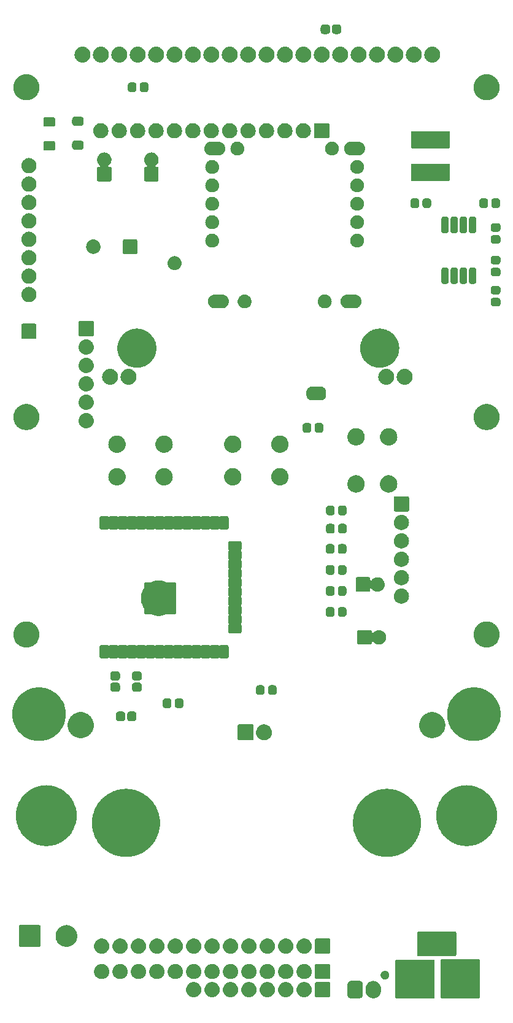
<source format=gbr>
G04 #@! TF.GenerationSoftware,KiCad,Pcbnew,7.0.7-7.0.7~ubuntu22.04.1*
G04 #@! TF.CreationDate,2023-10-20T14:45:35+09:00*
G04 #@! TF.ProjectId,ozone12864,6f7a6f6e-6531-4323-9836-342e6b696361,rev?*
G04 #@! TF.SameCoordinates,Original*
G04 #@! TF.FileFunction,Soldermask,Top*
G04 #@! TF.FilePolarity,Negative*
%FSLAX46Y46*%
G04 Gerber Fmt 4.6, Leading zero omitted, Abs format (unit mm)*
G04 Created by KiCad (PCBNEW 7.0.7-7.0.7~ubuntu22.04.1) date 2023-10-20 14:45:35*
%MOMM*%
%LPD*%
G01*
G04 APERTURE LIST*
G04 APERTURE END LIST*
G36*
X124385733Y-226853361D02*
G01*
X124418417Y-226857664D01*
X124426638Y-226861497D01*
X124446227Y-226865394D01*
X124472170Y-226882729D01*
X124483298Y-226887918D01*
X124490068Y-226894688D01*
X124511111Y-226908749D01*
X124525171Y-226929791D01*
X124531941Y-226936561D01*
X124537128Y-226947686D01*
X124554466Y-226973633D01*
X124558362Y-226993223D01*
X124562195Y-227001442D01*
X124566496Y-227034115D01*
X124569690Y-227050170D01*
X124569690Y-232051430D01*
X124566495Y-232067488D01*
X124562195Y-232100157D01*
X124558363Y-232108374D01*
X124554466Y-232127967D01*
X124537127Y-232153915D01*
X124531941Y-232165038D01*
X124525173Y-232171805D01*
X124511111Y-232192851D01*
X124490065Y-232206913D01*
X124483298Y-232213681D01*
X124472175Y-232218867D01*
X124446227Y-232236206D01*
X124426634Y-232240103D01*
X124418417Y-232243935D01*
X124385746Y-232248236D01*
X124369690Y-232251430D01*
X119368430Y-232251430D01*
X119352373Y-232248236D01*
X119319702Y-232243935D01*
X119311483Y-232240102D01*
X119291893Y-232236206D01*
X119265946Y-232218868D01*
X119254821Y-232213681D01*
X119248051Y-232206911D01*
X119227009Y-232192851D01*
X119212948Y-232171808D01*
X119206178Y-232165038D01*
X119200989Y-232153910D01*
X119183654Y-232127967D01*
X119179757Y-232108378D01*
X119175924Y-232100157D01*
X119171620Y-232067471D01*
X119168430Y-232051430D01*
X119168430Y-227050170D01*
X119171620Y-227034128D01*
X119175924Y-227001442D01*
X119179757Y-226993219D01*
X119183654Y-226973633D01*
X119200987Y-226947691D01*
X119206178Y-226936561D01*
X119212950Y-226929788D01*
X119227009Y-226908749D01*
X119248048Y-226894690D01*
X119254821Y-226887918D01*
X119265951Y-226882727D01*
X119291893Y-226865394D01*
X119311479Y-226861497D01*
X119319702Y-226857664D01*
X119352390Y-226853360D01*
X119368430Y-226850170D01*
X124369690Y-226850170D01*
X124385733Y-226853361D01*
G37*
G36*
X130636673Y-226802561D02*
G01*
X130669357Y-226806864D01*
X130677578Y-226810697D01*
X130697167Y-226814594D01*
X130723110Y-226831929D01*
X130734238Y-226837118D01*
X130741008Y-226843888D01*
X130762051Y-226857949D01*
X130776111Y-226878991D01*
X130782881Y-226885761D01*
X130788068Y-226896886D01*
X130805406Y-226922833D01*
X130809302Y-226942423D01*
X130813135Y-226950642D01*
X130817436Y-226983315D01*
X130820630Y-226999370D01*
X130820630Y-232000630D01*
X130817435Y-232016688D01*
X130813135Y-232049357D01*
X130809303Y-232057574D01*
X130805406Y-232077167D01*
X130788067Y-232103115D01*
X130782881Y-232114238D01*
X130776113Y-232121005D01*
X130762051Y-232142051D01*
X130741005Y-232156113D01*
X130734238Y-232162881D01*
X130723115Y-232168067D01*
X130697167Y-232185406D01*
X130677574Y-232189303D01*
X130669357Y-232193135D01*
X130636686Y-232197436D01*
X130620630Y-232200630D01*
X125619370Y-232200630D01*
X125603313Y-232197436D01*
X125570642Y-232193135D01*
X125562423Y-232189302D01*
X125542833Y-232185406D01*
X125516886Y-232168068D01*
X125505761Y-232162881D01*
X125498991Y-232156111D01*
X125477949Y-232142051D01*
X125463888Y-232121008D01*
X125457118Y-232114238D01*
X125451929Y-232103110D01*
X125434594Y-232077167D01*
X125430697Y-232057578D01*
X125426864Y-232049357D01*
X125422560Y-232016671D01*
X125419370Y-232000630D01*
X125419370Y-226999370D01*
X125422560Y-226983328D01*
X125426864Y-226950642D01*
X125430697Y-226942419D01*
X125434594Y-226922833D01*
X125451927Y-226896891D01*
X125457118Y-226885761D01*
X125463890Y-226878988D01*
X125477949Y-226857949D01*
X125498988Y-226843890D01*
X125505761Y-226837118D01*
X125516891Y-226831927D01*
X125542833Y-226814594D01*
X125562419Y-226810697D01*
X125570642Y-226806864D01*
X125603330Y-226802560D01*
X125619370Y-226799370D01*
X130620630Y-226799370D01*
X130636673Y-226802561D01*
G37*
G36*
X114303660Y-229807845D02*
G01*
X114323123Y-229814655D01*
X114336191Y-229816376D01*
X114380552Y-229834750D01*
X114430271Y-229852148D01*
X114440141Y-229859432D01*
X114444461Y-229861222D01*
X114492204Y-229897856D01*
X114538198Y-229931802D01*
X114572148Y-229977803D01*
X114608777Y-230025538D01*
X114610565Y-230029856D01*
X114617852Y-230039729D01*
X114635252Y-230089456D01*
X114653623Y-230133808D01*
X114655342Y-230146872D01*
X114662155Y-230166340D01*
X114670000Y-230250000D01*
X114670000Y-231750000D01*
X114662155Y-231833660D01*
X114655342Y-231853128D01*
X114653623Y-231866191D01*
X114635254Y-231910537D01*
X114617852Y-231960271D01*
X114610564Y-231970144D01*
X114608777Y-231974461D01*
X114572168Y-232022170D01*
X114538198Y-232068198D01*
X114492170Y-232102168D01*
X114444461Y-232138777D01*
X114440144Y-232140564D01*
X114430271Y-232147852D01*
X114380537Y-232165254D01*
X114336191Y-232183623D01*
X114323128Y-232185342D01*
X114303660Y-232192155D01*
X114220000Y-232200000D01*
X113020000Y-232200000D01*
X112936340Y-232192155D01*
X112916872Y-232185342D01*
X112903808Y-232183623D01*
X112859456Y-232165252D01*
X112809729Y-232147852D01*
X112799856Y-232140565D01*
X112795538Y-232138777D01*
X112747803Y-232102148D01*
X112701802Y-232068198D01*
X112667856Y-232022204D01*
X112631222Y-231974461D01*
X112629432Y-231970141D01*
X112622148Y-231960271D01*
X112604750Y-231910552D01*
X112586376Y-231866191D01*
X112584655Y-231853123D01*
X112577845Y-231833660D01*
X112570000Y-231750000D01*
X112570000Y-230250000D01*
X112577845Y-230166340D01*
X112584655Y-230146876D01*
X112586376Y-230133808D01*
X112604753Y-230089440D01*
X112622148Y-230039729D01*
X112629431Y-230029859D01*
X112631222Y-230025538D01*
X112667876Y-229977769D01*
X112701802Y-229931802D01*
X112747769Y-229897876D01*
X112795538Y-229861222D01*
X112799859Y-229859431D01*
X112809729Y-229852148D01*
X112859440Y-229834753D01*
X112903808Y-229816376D01*
X112916876Y-229814655D01*
X112936340Y-229807845D01*
X113020000Y-229800000D01*
X114220000Y-229800000D01*
X114303660Y-229807845D01*
G37*
G36*
X116170889Y-229805012D02*
G01*
X116216830Y-229805012D01*
X116267988Y-229814575D01*
X116324845Y-229820175D01*
X116368042Y-229833278D01*
X116407202Y-229840599D01*
X116461438Y-229861609D01*
X116521818Y-229879926D01*
X116556315Y-229898365D01*
X116587786Y-229910557D01*
X116642469Y-229944415D01*
X116703349Y-229976957D01*
X116728929Y-229997950D01*
X116752442Y-230012509D01*
X116804546Y-230060008D01*
X116862462Y-230107538D01*
X116879621Y-230128446D01*
X116895564Y-230142980D01*
X116941838Y-230204258D01*
X116993043Y-230266651D01*
X117002947Y-230285180D01*
X117012273Y-230297530D01*
X117049372Y-230372034D01*
X117090074Y-230448182D01*
X117094415Y-230462492D01*
X117098596Y-230470889D01*
X117123295Y-230557697D01*
X117149825Y-230645155D01*
X117150696Y-230654003D01*
X117151594Y-230657158D01*
X117160935Y-230757961D01*
X117170000Y-230850000D01*
X117170000Y-231150000D01*
X117160933Y-231242053D01*
X117151594Y-231342841D01*
X117150696Y-231345994D01*
X117149825Y-231354845D01*
X117123290Y-231442317D01*
X117098596Y-231529110D01*
X117094415Y-231537504D01*
X117090074Y-231551818D01*
X117049364Y-231627979D01*
X117012273Y-231702469D01*
X117002949Y-231714815D01*
X116993043Y-231733349D01*
X116941829Y-231795752D01*
X116895564Y-231857019D01*
X116879624Y-231871549D01*
X116862462Y-231892462D01*
X116804535Y-231940000D01*
X116752442Y-231987490D01*
X116728934Y-232002045D01*
X116703349Y-232023043D01*
X116642457Y-232055590D01*
X116587786Y-232089442D01*
X116556321Y-232101631D01*
X116521818Y-232120074D01*
X116461426Y-232138393D01*
X116407202Y-232159400D01*
X116368049Y-232166719D01*
X116324845Y-232179825D01*
X116267985Y-232185425D01*
X116216830Y-232194988D01*
X116170889Y-232194988D01*
X116120000Y-232200000D01*
X116069111Y-232194988D01*
X116023170Y-232194988D01*
X115972014Y-232185424D01*
X115915155Y-232179825D01*
X115871952Y-232166719D01*
X115832797Y-232159400D01*
X115778569Y-232138392D01*
X115718182Y-232120074D01*
X115683680Y-232101632D01*
X115652213Y-232089442D01*
X115597535Y-232055586D01*
X115536651Y-232023043D01*
X115511068Y-232002047D01*
X115487557Y-231987490D01*
X115435454Y-231939992D01*
X115377538Y-231892462D01*
X115360378Y-231871553D01*
X115344435Y-231857019D01*
X115298158Y-231795737D01*
X115246957Y-231733349D01*
X115237053Y-231714820D01*
X115227726Y-231702469D01*
X115190620Y-231627951D01*
X115149926Y-231551818D01*
X115145585Y-231537509D01*
X115141403Y-231529110D01*
X115116693Y-231442264D01*
X115090175Y-231354845D01*
X115089303Y-231346000D01*
X115088405Y-231342841D01*
X115079057Y-231241969D01*
X115070000Y-231150000D01*
X115070000Y-230850000D01*
X115079056Y-230758046D01*
X115088405Y-230657158D01*
X115089304Y-230653998D01*
X115090175Y-230645155D01*
X115116688Y-230557750D01*
X115141403Y-230470889D01*
X115145586Y-230462487D01*
X115149926Y-230448182D01*
X115190613Y-230372061D01*
X115227726Y-230297530D01*
X115237054Y-230285176D01*
X115246957Y-230266651D01*
X115298148Y-230204274D01*
X115344435Y-230142980D01*
X115360381Y-230128442D01*
X115377538Y-230107538D01*
X115435443Y-230060016D01*
X115487557Y-230012509D01*
X115511073Y-229997948D01*
X115536651Y-229976957D01*
X115597523Y-229944419D01*
X115652213Y-229910557D01*
X115683687Y-229898363D01*
X115718182Y-229879926D01*
X115778557Y-229861611D01*
X115832797Y-229840599D01*
X115871959Y-229833278D01*
X115915155Y-229820175D01*
X115972011Y-229814575D01*
X116023170Y-229805012D01*
X116069111Y-229805012D01*
X116120000Y-229800000D01*
X116170889Y-229805012D01*
G37*
G36*
X91390889Y-229955012D02*
G01*
X91436830Y-229955012D01*
X91487988Y-229964575D01*
X91544845Y-229970175D01*
X91588042Y-229983278D01*
X91627202Y-229990599D01*
X91681438Y-230011609D01*
X91741818Y-230029926D01*
X91776315Y-230048365D01*
X91807786Y-230060557D01*
X91862469Y-230094415D01*
X91923349Y-230126957D01*
X91948929Y-230147950D01*
X91972442Y-230162509D01*
X92024546Y-230210008D01*
X92082462Y-230257538D01*
X92099621Y-230278446D01*
X92115564Y-230292980D01*
X92161838Y-230354258D01*
X92213043Y-230416651D01*
X92222947Y-230435180D01*
X92232273Y-230447530D01*
X92269372Y-230522034D01*
X92310074Y-230598182D01*
X92314415Y-230612492D01*
X92318596Y-230620889D01*
X92343295Y-230707697D01*
X92369825Y-230795155D01*
X92370696Y-230804003D01*
X92371594Y-230807158D01*
X92380933Y-230907944D01*
X92390000Y-231000000D01*
X92380932Y-231092063D01*
X92371594Y-231192841D01*
X92370696Y-231195994D01*
X92369825Y-231204845D01*
X92343290Y-231292317D01*
X92318596Y-231379110D01*
X92314415Y-231387504D01*
X92310074Y-231401818D01*
X92269364Y-231477979D01*
X92232273Y-231552469D01*
X92222949Y-231564815D01*
X92213043Y-231583349D01*
X92161829Y-231645752D01*
X92115564Y-231707019D01*
X92099624Y-231721549D01*
X92082462Y-231742462D01*
X92024535Y-231790000D01*
X91972442Y-231837490D01*
X91948934Y-231852045D01*
X91923349Y-231873043D01*
X91862457Y-231905590D01*
X91807786Y-231939442D01*
X91776321Y-231951631D01*
X91741818Y-231970074D01*
X91681426Y-231988393D01*
X91627202Y-232009400D01*
X91588049Y-232016719D01*
X91544845Y-232029825D01*
X91487985Y-232035425D01*
X91436830Y-232044988D01*
X91390889Y-232044988D01*
X91340000Y-232050000D01*
X91289111Y-232044988D01*
X91243170Y-232044988D01*
X91192014Y-232035424D01*
X91135155Y-232029825D01*
X91091952Y-232016719D01*
X91052797Y-232009400D01*
X90998569Y-231988392D01*
X90938182Y-231970074D01*
X90903680Y-231951632D01*
X90872213Y-231939442D01*
X90817535Y-231905586D01*
X90756651Y-231873043D01*
X90731068Y-231852047D01*
X90707557Y-231837490D01*
X90655454Y-231789992D01*
X90597538Y-231742462D01*
X90580378Y-231721553D01*
X90564435Y-231707019D01*
X90518158Y-231645737D01*
X90466957Y-231583349D01*
X90457053Y-231564820D01*
X90447726Y-231552469D01*
X90410620Y-231477951D01*
X90369926Y-231401818D01*
X90365585Y-231387509D01*
X90361403Y-231379110D01*
X90336693Y-231292264D01*
X90310175Y-231204845D01*
X90309303Y-231196000D01*
X90308405Y-231192841D01*
X90299051Y-231091899D01*
X90290000Y-231000000D01*
X90299048Y-230908124D01*
X90308405Y-230807158D01*
X90309304Y-230803998D01*
X90310175Y-230795155D01*
X90336688Y-230707750D01*
X90361403Y-230620889D01*
X90365586Y-230612487D01*
X90369926Y-230598182D01*
X90410613Y-230522061D01*
X90447726Y-230447530D01*
X90457054Y-230435176D01*
X90466957Y-230416651D01*
X90518148Y-230354274D01*
X90564435Y-230292980D01*
X90580381Y-230278442D01*
X90597538Y-230257538D01*
X90655443Y-230210016D01*
X90707557Y-230162509D01*
X90731073Y-230147948D01*
X90756651Y-230126957D01*
X90817523Y-230094419D01*
X90872213Y-230060557D01*
X90903687Y-230048363D01*
X90938182Y-230029926D01*
X90998557Y-230011611D01*
X91052797Y-229990599D01*
X91091959Y-229983278D01*
X91135155Y-229970175D01*
X91192011Y-229964575D01*
X91243170Y-229955012D01*
X91289111Y-229955012D01*
X91340000Y-229950000D01*
X91390889Y-229955012D01*
G37*
G36*
X93930889Y-229955012D02*
G01*
X93976830Y-229955012D01*
X94027988Y-229964575D01*
X94084845Y-229970175D01*
X94128042Y-229983278D01*
X94167202Y-229990599D01*
X94221438Y-230011609D01*
X94281818Y-230029926D01*
X94316315Y-230048365D01*
X94347786Y-230060557D01*
X94402469Y-230094415D01*
X94463349Y-230126957D01*
X94488929Y-230147950D01*
X94512442Y-230162509D01*
X94564546Y-230210008D01*
X94622462Y-230257538D01*
X94639621Y-230278446D01*
X94655564Y-230292980D01*
X94701838Y-230354258D01*
X94753043Y-230416651D01*
X94762947Y-230435180D01*
X94772273Y-230447530D01*
X94809372Y-230522034D01*
X94850074Y-230598182D01*
X94854415Y-230612492D01*
X94858596Y-230620889D01*
X94883295Y-230707697D01*
X94909825Y-230795155D01*
X94910696Y-230804003D01*
X94911594Y-230807158D01*
X94920933Y-230907944D01*
X94930000Y-231000000D01*
X94920932Y-231092063D01*
X94911594Y-231192841D01*
X94910696Y-231195994D01*
X94909825Y-231204845D01*
X94883290Y-231292317D01*
X94858596Y-231379110D01*
X94854415Y-231387504D01*
X94850074Y-231401818D01*
X94809364Y-231477979D01*
X94772273Y-231552469D01*
X94762949Y-231564815D01*
X94753043Y-231583349D01*
X94701829Y-231645752D01*
X94655564Y-231707019D01*
X94639624Y-231721549D01*
X94622462Y-231742462D01*
X94564535Y-231790000D01*
X94512442Y-231837490D01*
X94488934Y-231852045D01*
X94463349Y-231873043D01*
X94402457Y-231905590D01*
X94347786Y-231939442D01*
X94316321Y-231951631D01*
X94281818Y-231970074D01*
X94221426Y-231988393D01*
X94167202Y-232009400D01*
X94128049Y-232016719D01*
X94084845Y-232029825D01*
X94027985Y-232035425D01*
X93976830Y-232044988D01*
X93930889Y-232044988D01*
X93880000Y-232050000D01*
X93829111Y-232044988D01*
X93783170Y-232044988D01*
X93732014Y-232035424D01*
X93675155Y-232029825D01*
X93631952Y-232016719D01*
X93592797Y-232009400D01*
X93538569Y-231988392D01*
X93478182Y-231970074D01*
X93443680Y-231951632D01*
X93412213Y-231939442D01*
X93357535Y-231905586D01*
X93296651Y-231873043D01*
X93271068Y-231852047D01*
X93247557Y-231837490D01*
X93195454Y-231789992D01*
X93137538Y-231742462D01*
X93120378Y-231721553D01*
X93104435Y-231707019D01*
X93058158Y-231645737D01*
X93006957Y-231583349D01*
X92997053Y-231564820D01*
X92987726Y-231552469D01*
X92950620Y-231477951D01*
X92909926Y-231401818D01*
X92905585Y-231387509D01*
X92901403Y-231379110D01*
X92876693Y-231292264D01*
X92850175Y-231204845D01*
X92849303Y-231196000D01*
X92848405Y-231192841D01*
X92839050Y-231091891D01*
X92830000Y-231000000D01*
X92839049Y-230908116D01*
X92848405Y-230807158D01*
X92849304Y-230803998D01*
X92850175Y-230795155D01*
X92876688Y-230707750D01*
X92901403Y-230620889D01*
X92905586Y-230612487D01*
X92909926Y-230598182D01*
X92950613Y-230522061D01*
X92987726Y-230447530D01*
X92997054Y-230435176D01*
X93006957Y-230416651D01*
X93058148Y-230354274D01*
X93104435Y-230292980D01*
X93120381Y-230278442D01*
X93137538Y-230257538D01*
X93195443Y-230210016D01*
X93247557Y-230162509D01*
X93271073Y-230147948D01*
X93296651Y-230126957D01*
X93357523Y-230094419D01*
X93412213Y-230060557D01*
X93443687Y-230048363D01*
X93478182Y-230029926D01*
X93538557Y-230011611D01*
X93592797Y-229990599D01*
X93631959Y-229983278D01*
X93675155Y-229970175D01*
X93732011Y-229964575D01*
X93783170Y-229955012D01*
X93829111Y-229955012D01*
X93880000Y-229950000D01*
X93930889Y-229955012D01*
G37*
G36*
X96470889Y-229955012D02*
G01*
X96516830Y-229955012D01*
X96567988Y-229964575D01*
X96624845Y-229970175D01*
X96668042Y-229983278D01*
X96707202Y-229990599D01*
X96761438Y-230011609D01*
X96821818Y-230029926D01*
X96856315Y-230048365D01*
X96887786Y-230060557D01*
X96942469Y-230094415D01*
X97003349Y-230126957D01*
X97028929Y-230147950D01*
X97052442Y-230162509D01*
X97104546Y-230210008D01*
X97162462Y-230257538D01*
X97179621Y-230278446D01*
X97195564Y-230292980D01*
X97241838Y-230354258D01*
X97293043Y-230416651D01*
X97302947Y-230435180D01*
X97312273Y-230447530D01*
X97349372Y-230522034D01*
X97390074Y-230598182D01*
X97394415Y-230612492D01*
X97398596Y-230620889D01*
X97423295Y-230707697D01*
X97449825Y-230795155D01*
X97450696Y-230804003D01*
X97451594Y-230807158D01*
X97460933Y-230907944D01*
X97470000Y-231000000D01*
X97460932Y-231092063D01*
X97451594Y-231192841D01*
X97450696Y-231195994D01*
X97449825Y-231204845D01*
X97423290Y-231292317D01*
X97398596Y-231379110D01*
X97394415Y-231387504D01*
X97390074Y-231401818D01*
X97349364Y-231477979D01*
X97312273Y-231552469D01*
X97302949Y-231564815D01*
X97293043Y-231583349D01*
X97241829Y-231645752D01*
X97195564Y-231707019D01*
X97179624Y-231721549D01*
X97162462Y-231742462D01*
X97104535Y-231790000D01*
X97052442Y-231837490D01*
X97028934Y-231852045D01*
X97003349Y-231873043D01*
X96942457Y-231905590D01*
X96887786Y-231939442D01*
X96856321Y-231951631D01*
X96821818Y-231970074D01*
X96761426Y-231988393D01*
X96707202Y-232009400D01*
X96668049Y-232016719D01*
X96624845Y-232029825D01*
X96567985Y-232035425D01*
X96516830Y-232044988D01*
X96470889Y-232044988D01*
X96420000Y-232050000D01*
X96369111Y-232044988D01*
X96323170Y-232044988D01*
X96272014Y-232035424D01*
X96215155Y-232029825D01*
X96171952Y-232016719D01*
X96132797Y-232009400D01*
X96078569Y-231988392D01*
X96018182Y-231970074D01*
X95983680Y-231951632D01*
X95952213Y-231939442D01*
X95897535Y-231905586D01*
X95836651Y-231873043D01*
X95811068Y-231852047D01*
X95787557Y-231837490D01*
X95735454Y-231789992D01*
X95677538Y-231742462D01*
X95660378Y-231721553D01*
X95644435Y-231707019D01*
X95598158Y-231645737D01*
X95546957Y-231583349D01*
X95537053Y-231564820D01*
X95527726Y-231552469D01*
X95490620Y-231477951D01*
X95449926Y-231401818D01*
X95445585Y-231387509D01*
X95441403Y-231379110D01*
X95416693Y-231292264D01*
X95390175Y-231204845D01*
X95389303Y-231196000D01*
X95388405Y-231192841D01*
X95379050Y-231091891D01*
X95370000Y-231000000D01*
X95379049Y-230908116D01*
X95388405Y-230807158D01*
X95389304Y-230803998D01*
X95390175Y-230795155D01*
X95416688Y-230707750D01*
X95441403Y-230620889D01*
X95445586Y-230612487D01*
X95449926Y-230598182D01*
X95490613Y-230522061D01*
X95527726Y-230447530D01*
X95537054Y-230435176D01*
X95546957Y-230416651D01*
X95598148Y-230354274D01*
X95644435Y-230292980D01*
X95660381Y-230278442D01*
X95677538Y-230257538D01*
X95735443Y-230210016D01*
X95787557Y-230162509D01*
X95811073Y-230147948D01*
X95836651Y-230126957D01*
X95897523Y-230094419D01*
X95952213Y-230060557D01*
X95983687Y-230048363D01*
X96018182Y-230029926D01*
X96078557Y-230011611D01*
X96132797Y-229990599D01*
X96171959Y-229983278D01*
X96215155Y-229970175D01*
X96272011Y-229964575D01*
X96323170Y-229955012D01*
X96369111Y-229955012D01*
X96420000Y-229950000D01*
X96470889Y-229955012D01*
G37*
G36*
X99010889Y-229955012D02*
G01*
X99056830Y-229955012D01*
X99107988Y-229964575D01*
X99164845Y-229970175D01*
X99208042Y-229983278D01*
X99247202Y-229990599D01*
X99301438Y-230011609D01*
X99361818Y-230029926D01*
X99396315Y-230048365D01*
X99427786Y-230060557D01*
X99482469Y-230094415D01*
X99543349Y-230126957D01*
X99568929Y-230147950D01*
X99592442Y-230162509D01*
X99644546Y-230210008D01*
X99702462Y-230257538D01*
X99719621Y-230278446D01*
X99735564Y-230292980D01*
X99781838Y-230354258D01*
X99833043Y-230416651D01*
X99842947Y-230435180D01*
X99852273Y-230447530D01*
X99889372Y-230522034D01*
X99930074Y-230598182D01*
X99934415Y-230612492D01*
X99938596Y-230620889D01*
X99963295Y-230707697D01*
X99989825Y-230795155D01*
X99990696Y-230804003D01*
X99991594Y-230807158D01*
X100000933Y-230907944D01*
X100010000Y-231000000D01*
X100000932Y-231092063D01*
X99991594Y-231192841D01*
X99990696Y-231195994D01*
X99989825Y-231204845D01*
X99963290Y-231292317D01*
X99938596Y-231379110D01*
X99934415Y-231387504D01*
X99930074Y-231401818D01*
X99889364Y-231477979D01*
X99852273Y-231552469D01*
X99842949Y-231564815D01*
X99833043Y-231583349D01*
X99781829Y-231645752D01*
X99735564Y-231707019D01*
X99719624Y-231721549D01*
X99702462Y-231742462D01*
X99644535Y-231790000D01*
X99592442Y-231837490D01*
X99568934Y-231852045D01*
X99543349Y-231873043D01*
X99482457Y-231905590D01*
X99427786Y-231939442D01*
X99396321Y-231951631D01*
X99361818Y-231970074D01*
X99301426Y-231988393D01*
X99247202Y-232009400D01*
X99208049Y-232016719D01*
X99164845Y-232029825D01*
X99107985Y-232035425D01*
X99056830Y-232044988D01*
X99010889Y-232044988D01*
X98960000Y-232050000D01*
X98909111Y-232044988D01*
X98863170Y-232044988D01*
X98812014Y-232035424D01*
X98755155Y-232029825D01*
X98711952Y-232016719D01*
X98672797Y-232009400D01*
X98618569Y-231988392D01*
X98558182Y-231970074D01*
X98523680Y-231951632D01*
X98492213Y-231939442D01*
X98437535Y-231905586D01*
X98376651Y-231873043D01*
X98351068Y-231852047D01*
X98327557Y-231837490D01*
X98275454Y-231789992D01*
X98217538Y-231742462D01*
X98200378Y-231721553D01*
X98184435Y-231707019D01*
X98138158Y-231645737D01*
X98086957Y-231583349D01*
X98077053Y-231564820D01*
X98067726Y-231552469D01*
X98030620Y-231477951D01*
X97989926Y-231401818D01*
X97985585Y-231387509D01*
X97981403Y-231379110D01*
X97956693Y-231292264D01*
X97930175Y-231204845D01*
X97929303Y-231196000D01*
X97928405Y-231192841D01*
X97919050Y-231091891D01*
X97910000Y-231000000D01*
X97919049Y-230908116D01*
X97928405Y-230807158D01*
X97929304Y-230803998D01*
X97930175Y-230795155D01*
X97956688Y-230707750D01*
X97981403Y-230620889D01*
X97985586Y-230612487D01*
X97989926Y-230598182D01*
X98030613Y-230522061D01*
X98067726Y-230447530D01*
X98077054Y-230435176D01*
X98086957Y-230416651D01*
X98138148Y-230354274D01*
X98184435Y-230292980D01*
X98200381Y-230278442D01*
X98217538Y-230257538D01*
X98275443Y-230210016D01*
X98327557Y-230162509D01*
X98351073Y-230147948D01*
X98376651Y-230126957D01*
X98437523Y-230094419D01*
X98492213Y-230060557D01*
X98523687Y-230048363D01*
X98558182Y-230029926D01*
X98618557Y-230011611D01*
X98672797Y-229990599D01*
X98711959Y-229983278D01*
X98755155Y-229970175D01*
X98812011Y-229964575D01*
X98863170Y-229955012D01*
X98909111Y-229955012D01*
X98960000Y-229950000D01*
X99010889Y-229955012D01*
G37*
G36*
X101550889Y-229955012D02*
G01*
X101596830Y-229955012D01*
X101647988Y-229964575D01*
X101704845Y-229970175D01*
X101748042Y-229983278D01*
X101787202Y-229990599D01*
X101841438Y-230011609D01*
X101901818Y-230029926D01*
X101936315Y-230048365D01*
X101967786Y-230060557D01*
X102022469Y-230094415D01*
X102083349Y-230126957D01*
X102108929Y-230147950D01*
X102132442Y-230162509D01*
X102184546Y-230210008D01*
X102242462Y-230257538D01*
X102259621Y-230278446D01*
X102275564Y-230292980D01*
X102321838Y-230354258D01*
X102373043Y-230416651D01*
X102382947Y-230435180D01*
X102392273Y-230447530D01*
X102429372Y-230522034D01*
X102470074Y-230598182D01*
X102474415Y-230612492D01*
X102478596Y-230620889D01*
X102503295Y-230707697D01*
X102529825Y-230795155D01*
X102530696Y-230804003D01*
X102531594Y-230807158D01*
X102540933Y-230907944D01*
X102550000Y-231000000D01*
X102540932Y-231092063D01*
X102531594Y-231192841D01*
X102530696Y-231195994D01*
X102529825Y-231204845D01*
X102503290Y-231292317D01*
X102478596Y-231379110D01*
X102474415Y-231387504D01*
X102470074Y-231401818D01*
X102429364Y-231477979D01*
X102392273Y-231552469D01*
X102382949Y-231564815D01*
X102373043Y-231583349D01*
X102321829Y-231645752D01*
X102275564Y-231707019D01*
X102259624Y-231721549D01*
X102242462Y-231742462D01*
X102184535Y-231790000D01*
X102132442Y-231837490D01*
X102108934Y-231852045D01*
X102083349Y-231873043D01*
X102022457Y-231905590D01*
X101967786Y-231939442D01*
X101936321Y-231951631D01*
X101901818Y-231970074D01*
X101841426Y-231988393D01*
X101787202Y-232009400D01*
X101748049Y-232016719D01*
X101704845Y-232029825D01*
X101647985Y-232035425D01*
X101596830Y-232044988D01*
X101550889Y-232044988D01*
X101500000Y-232050000D01*
X101449111Y-232044988D01*
X101403170Y-232044988D01*
X101352014Y-232035424D01*
X101295155Y-232029825D01*
X101251952Y-232016719D01*
X101212797Y-232009400D01*
X101158569Y-231988392D01*
X101098182Y-231970074D01*
X101063680Y-231951632D01*
X101032213Y-231939442D01*
X100977535Y-231905586D01*
X100916651Y-231873043D01*
X100891068Y-231852047D01*
X100867557Y-231837490D01*
X100815454Y-231789992D01*
X100757538Y-231742462D01*
X100740378Y-231721553D01*
X100724435Y-231707019D01*
X100678158Y-231645737D01*
X100626957Y-231583349D01*
X100617053Y-231564820D01*
X100607726Y-231552469D01*
X100570620Y-231477951D01*
X100529926Y-231401818D01*
X100525585Y-231387509D01*
X100521403Y-231379110D01*
X100496693Y-231292264D01*
X100470175Y-231204845D01*
X100469303Y-231196000D01*
X100468405Y-231192841D01*
X100459050Y-231091891D01*
X100450000Y-231000000D01*
X100459049Y-230908116D01*
X100468405Y-230807158D01*
X100469304Y-230803998D01*
X100470175Y-230795155D01*
X100496688Y-230707750D01*
X100521403Y-230620889D01*
X100525586Y-230612487D01*
X100529926Y-230598182D01*
X100570613Y-230522061D01*
X100607726Y-230447530D01*
X100617054Y-230435176D01*
X100626957Y-230416651D01*
X100678148Y-230354274D01*
X100724435Y-230292980D01*
X100740381Y-230278442D01*
X100757538Y-230257538D01*
X100815443Y-230210016D01*
X100867557Y-230162509D01*
X100891073Y-230147948D01*
X100916651Y-230126957D01*
X100977523Y-230094419D01*
X101032213Y-230060557D01*
X101063687Y-230048363D01*
X101098182Y-230029926D01*
X101158557Y-230011611D01*
X101212797Y-229990599D01*
X101251959Y-229983278D01*
X101295155Y-229970175D01*
X101352011Y-229964575D01*
X101403170Y-229955012D01*
X101449111Y-229955012D01*
X101500000Y-229950000D01*
X101550889Y-229955012D01*
G37*
G36*
X104090889Y-229955012D02*
G01*
X104136830Y-229955012D01*
X104187988Y-229964575D01*
X104244845Y-229970175D01*
X104288042Y-229983278D01*
X104327202Y-229990599D01*
X104381438Y-230011609D01*
X104441818Y-230029926D01*
X104476315Y-230048365D01*
X104507786Y-230060557D01*
X104562469Y-230094415D01*
X104623349Y-230126957D01*
X104648929Y-230147950D01*
X104672442Y-230162509D01*
X104724546Y-230210008D01*
X104782462Y-230257538D01*
X104799621Y-230278446D01*
X104815564Y-230292980D01*
X104861838Y-230354258D01*
X104913043Y-230416651D01*
X104922947Y-230435180D01*
X104932273Y-230447530D01*
X104969372Y-230522034D01*
X105010074Y-230598182D01*
X105014415Y-230612492D01*
X105018596Y-230620889D01*
X105043295Y-230707697D01*
X105069825Y-230795155D01*
X105070696Y-230804003D01*
X105071594Y-230807158D01*
X105080933Y-230907944D01*
X105090000Y-231000000D01*
X105080932Y-231092063D01*
X105071594Y-231192841D01*
X105070696Y-231195994D01*
X105069825Y-231204845D01*
X105043290Y-231292317D01*
X105018596Y-231379110D01*
X105014415Y-231387504D01*
X105010074Y-231401818D01*
X104969364Y-231477979D01*
X104932273Y-231552469D01*
X104922949Y-231564815D01*
X104913043Y-231583349D01*
X104861829Y-231645752D01*
X104815564Y-231707019D01*
X104799624Y-231721549D01*
X104782462Y-231742462D01*
X104724535Y-231790000D01*
X104672442Y-231837490D01*
X104648934Y-231852045D01*
X104623349Y-231873043D01*
X104562457Y-231905590D01*
X104507786Y-231939442D01*
X104476321Y-231951631D01*
X104441818Y-231970074D01*
X104381426Y-231988393D01*
X104327202Y-232009400D01*
X104288049Y-232016719D01*
X104244845Y-232029825D01*
X104187985Y-232035425D01*
X104136830Y-232044988D01*
X104090889Y-232044988D01*
X104040000Y-232050000D01*
X103989111Y-232044988D01*
X103943170Y-232044988D01*
X103892014Y-232035424D01*
X103835155Y-232029825D01*
X103791952Y-232016719D01*
X103752797Y-232009400D01*
X103698569Y-231988392D01*
X103638182Y-231970074D01*
X103603680Y-231951632D01*
X103572213Y-231939442D01*
X103517535Y-231905586D01*
X103456651Y-231873043D01*
X103431068Y-231852047D01*
X103407557Y-231837490D01*
X103355454Y-231789992D01*
X103297538Y-231742462D01*
X103280378Y-231721553D01*
X103264435Y-231707019D01*
X103218158Y-231645737D01*
X103166957Y-231583349D01*
X103157053Y-231564820D01*
X103147726Y-231552469D01*
X103110620Y-231477951D01*
X103069926Y-231401818D01*
X103065585Y-231387509D01*
X103061403Y-231379110D01*
X103036693Y-231292264D01*
X103010175Y-231204845D01*
X103009303Y-231196000D01*
X103008405Y-231192841D01*
X102999050Y-231091891D01*
X102990000Y-231000000D01*
X102999049Y-230908116D01*
X103008405Y-230807158D01*
X103009304Y-230803998D01*
X103010175Y-230795155D01*
X103036688Y-230707750D01*
X103061403Y-230620889D01*
X103065586Y-230612487D01*
X103069926Y-230598182D01*
X103110613Y-230522061D01*
X103147726Y-230447530D01*
X103157054Y-230435176D01*
X103166957Y-230416651D01*
X103218148Y-230354274D01*
X103264435Y-230292980D01*
X103280381Y-230278442D01*
X103297538Y-230257538D01*
X103355443Y-230210016D01*
X103407557Y-230162509D01*
X103431073Y-230147948D01*
X103456651Y-230126957D01*
X103517523Y-230094419D01*
X103572213Y-230060557D01*
X103603687Y-230048363D01*
X103638182Y-230029926D01*
X103698557Y-230011611D01*
X103752797Y-229990599D01*
X103791959Y-229983278D01*
X103835155Y-229970175D01*
X103892011Y-229964575D01*
X103943170Y-229955012D01*
X103989111Y-229955012D01*
X104040000Y-229950000D01*
X104090889Y-229955012D01*
G37*
G36*
X106630889Y-229955012D02*
G01*
X106676830Y-229955012D01*
X106727988Y-229964575D01*
X106784845Y-229970175D01*
X106828042Y-229983278D01*
X106867202Y-229990599D01*
X106921438Y-230011609D01*
X106981818Y-230029926D01*
X107016315Y-230048365D01*
X107047786Y-230060557D01*
X107102469Y-230094415D01*
X107163349Y-230126957D01*
X107188929Y-230147950D01*
X107212442Y-230162509D01*
X107264546Y-230210008D01*
X107322462Y-230257538D01*
X107339621Y-230278446D01*
X107355564Y-230292980D01*
X107401838Y-230354258D01*
X107453043Y-230416651D01*
X107462947Y-230435180D01*
X107472273Y-230447530D01*
X107509372Y-230522034D01*
X107550074Y-230598182D01*
X107554415Y-230612492D01*
X107558596Y-230620889D01*
X107583295Y-230707697D01*
X107609825Y-230795155D01*
X107610696Y-230804003D01*
X107611594Y-230807158D01*
X107620933Y-230907944D01*
X107630000Y-231000000D01*
X107620932Y-231092063D01*
X107611594Y-231192841D01*
X107610696Y-231195994D01*
X107609825Y-231204845D01*
X107583290Y-231292317D01*
X107558596Y-231379110D01*
X107554415Y-231387504D01*
X107550074Y-231401818D01*
X107509364Y-231477979D01*
X107472273Y-231552469D01*
X107462949Y-231564815D01*
X107453043Y-231583349D01*
X107401829Y-231645752D01*
X107355564Y-231707019D01*
X107339624Y-231721549D01*
X107322462Y-231742462D01*
X107264535Y-231790000D01*
X107212442Y-231837490D01*
X107188934Y-231852045D01*
X107163349Y-231873043D01*
X107102457Y-231905590D01*
X107047786Y-231939442D01*
X107016321Y-231951631D01*
X106981818Y-231970074D01*
X106921426Y-231988393D01*
X106867202Y-232009400D01*
X106828049Y-232016719D01*
X106784845Y-232029825D01*
X106727985Y-232035425D01*
X106676830Y-232044988D01*
X106630889Y-232044988D01*
X106580000Y-232050000D01*
X106529111Y-232044988D01*
X106483170Y-232044988D01*
X106432014Y-232035424D01*
X106375155Y-232029825D01*
X106331952Y-232016719D01*
X106292797Y-232009400D01*
X106238569Y-231988392D01*
X106178182Y-231970074D01*
X106143680Y-231951632D01*
X106112213Y-231939442D01*
X106057535Y-231905586D01*
X105996651Y-231873043D01*
X105971068Y-231852047D01*
X105947557Y-231837490D01*
X105895454Y-231789992D01*
X105837538Y-231742462D01*
X105820378Y-231721553D01*
X105804435Y-231707019D01*
X105758158Y-231645737D01*
X105706957Y-231583349D01*
X105697053Y-231564820D01*
X105687726Y-231552469D01*
X105650620Y-231477951D01*
X105609926Y-231401818D01*
X105605585Y-231387509D01*
X105601403Y-231379110D01*
X105576693Y-231292264D01*
X105550175Y-231204845D01*
X105549303Y-231196000D01*
X105548405Y-231192841D01*
X105539050Y-231091891D01*
X105530000Y-231000000D01*
X105539049Y-230908116D01*
X105548405Y-230807158D01*
X105549304Y-230803998D01*
X105550175Y-230795155D01*
X105576688Y-230707750D01*
X105601403Y-230620889D01*
X105605586Y-230612487D01*
X105609926Y-230598182D01*
X105650613Y-230522061D01*
X105687726Y-230447530D01*
X105697054Y-230435176D01*
X105706957Y-230416651D01*
X105758148Y-230354274D01*
X105804435Y-230292980D01*
X105820381Y-230278442D01*
X105837538Y-230257538D01*
X105895443Y-230210016D01*
X105947557Y-230162509D01*
X105971073Y-230147948D01*
X105996651Y-230126957D01*
X106057523Y-230094419D01*
X106112213Y-230060557D01*
X106143687Y-230048363D01*
X106178182Y-230029926D01*
X106238557Y-230011611D01*
X106292797Y-229990599D01*
X106331959Y-229983278D01*
X106375155Y-229970175D01*
X106432011Y-229964575D01*
X106483170Y-229955012D01*
X106529111Y-229955012D01*
X106580000Y-229950000D01*
X106630889Y-229955012D01*
G37*
G36*
X109986043Y-229953191D02*
G01*
X110018727Y-229957494D01*
X110026948Y-229961327D01*
X110046537Y-229965224D01*
X110072480Y-229982559D01*
X110083608Y-229987748D01*
X110090378Y-229994518D01*
X110111421Y-230008579D01*
X110125481Y-230029621D01*
X110132251Y-230036391D01*
X110137438Y-230047516D01*
X110154776Y-230073463D01*
X110158672Y-230093053D01*
X110162505Y-230101272D01*
X110166806Y-230133945D01*
X110170000Y-230150000D01*
X110170000Y-231850000D01*
X110166805Y-231866058D01*
X110162505Y-231898727D01*
X110158673Y-231906944D01*
X110154776Y-231926537D01*
X110137437Y-231952485D01*
X110132251Y-231963608D01*
X110125483Y-231970375D01*
X110111421Y-231991421D01*
X110090375Y-232005483D01*
X110083608Y-232012251D01*
X110072485Y-232017437D01*
X110046537Y-232034776D01*
X110026944Y-232038673D01*
X110018727Y-232042505D01*
X109986056Y-232046806D01*
X109970000Y-232050000D01*
X108270000Y-232050000D01*
X108253943Y-232046806D01*
X108221272Y-232042505D01*
X108213053Y-232038672D01*
X108193463Y-232034776D01*
X108167516Y-232017438D01*
X108156391Y-232012251D01*
X108149621Y-232005481D01*
X108128579Y-231991421D01*
X108114518Y-231970378D01*
X108107748Y-231963608D01*
X108102559Y-231952480D01*
X108085224Y-231926537D01*
X108081327Y-231906948D01*
X108077494Y-231898727D01*
X108073190Y-231866041D01*
X108070000Y-231850000D01*
X108070000Y-230150000D01*
X108073190Y-230133958D01*
X108077494Y-230101272D01*
X108081327Y-230093049D01*
X108085224Y-230073463D01*
X108102557Y-230047521D01*
X108107748Y-230036391D01*
X108114520Y-230029618D01*
X108128579Y-230008579D01*
X108149618Y-229994520D01*
X108156391Y-229987748D01*
X108167521Y-229982557D01*
X108193463Y-229965224D01*
X108213049Y-229961327D01*
X108221272Y-229957494D01*
X108253960Y-229953190D01*
X108270000Y-229950000D01*
X109970000Y-229950000D01*
X109986043Y-229953191D01*
G37*
G36*
X117761617Y-228405479D02*
G01*
X117853334Y-228415813D01*
X117861311Y-228418604D01*
X117875291Y-228420445D01*
X117922749Y-228440102D01*
X117979989Y-228460132D01*
X117997174Y-228470930D01*
X118020000Y-228480385D01*
X118055168Y-228507370D01*
X118093597Y-228531517D01*
X118116551Y-228554471D01*
X118144264Y-228575736D01*
X118165528Y-228603448D01*
X118188482Y-228626402D01*
X118212627Y-228664829D01*
X118239615Y-228700000D01*
X118249070Y-228722827D01*
X118259867Y-228740010D01*
X118279893Y-228797240D01*
X118299555Y-228844709D01*
X118301395Y-228858691D01*
X118304186Y-228866665D01*
X118314514Y-228958335D01*
X118320000Y-229000000D01*
X118314514Y-229041666D01*
X118304186Y-229133334D01*
X118301396Y-229141307D01*
X118299555Y-229155291D01*
X118279890Y-229202764D01*
X118259867Y-229259989D01*
X118249071Y-229277169D01*
X118239615Y-229300000D01*
X118212624Y-229335175D01*
X118188482Y-229373597D01*
X118165531Y-229396547D01*
X118144264Y-229424264D01*
X118116547Y-229445531D01*
X118093597Y-229468482D01*
X118055175Y-229492624D01*
X118020000Y-229519615D01*
X117997169Y-229529071D01*
X117979989Y-229539867D01*
X117922764Y-229559890D01*
X117875291Y-229579555D01*
X117861307Y-229581396D01*
X117853334Y-229584186D01*
X117761670Y-229594513D01*
X117720000Y-229600000D01*
X117678339Y-229594515D01*
X117586665Y-229584186D01*
X117578691Y-229581395D01*
X117564709Y-229579555D01*
X117517240Y-229559893D01*
X117460010Y-229539867D01*
X117442827Y-229529070D01*
X117420000Y-229519615D01*
X117384829Y-229492627D01*
X117346402Y-229468482D01*
X117323448Y-229445528D01*
X117295736Y-229424264D01*
X117274471Y-229396551D01*
X117251517Y-229373597D01*
X117227370Y-229335168D01*
X117200385Y-229300000D01*
X117190930Y-229277174D01*
X117180132Y-229259989D01*
X117160102Y-229202749D01*
X117140445Y-229155291D01*
X117138604Y-229141311D01*
X117135813Y-229133334D01*
X117125479Y-229041617D01*
X117120000Y-229000000D01*
X117125477Y-228958392D01*
X117135813Y-228866665D01*
X117138604Y-228858686D01*
X117140445Y-228844709D01*
X117160100Y-228797256D01*
X117180132Y-228740010D01*
X117190931Y-228722822D01*
X117200385Y-228700000D01*
X117227366Y-228664836D01*
X117251517Y-228626402D01*
X117274474Y-228603444D01*
X117295736Y-228575736D01*
X117323444Y-228554474D01*
X117346402Y-228531517D01*
X117384836Y-228507366D01*
X117420000Y-228480385D01*
X117442822Y-228470931D01*
X117460010Y-228460132D01*
X117517256Y-228440100D01*
X117564709Y-228420445D01*
X117578686Y-228418604D01*
X117586665Y-228415813D01*
X117678392Y-228405477D01*
X117720000Y-228400000D01*
X117761617Y-228405479D01*
G37*
G36*
X78690889Y-227455012D02*
G01*
X78736830Y-227455012D01*
X78787988Y-227464575D01*
X78844845Y-227470175D01*
X78888042Y-227483278D01*
X78927202Y-227490599D01*
X78981438Y-227511609D01*
X79041818Y-227529926D01*
X79076315Y-227548365D01*
X79107786Y-227560557D01*
X79162469Y-227594415D01*
X79223349Y-227626957D01*
X79248929Y-227647950D01*
X79272442Y-227662509D01*
X79324546Y-227710008D01*
X79382462Y-227757538D01*
X79399621Y-227778446D01*
X79415564Y-227792980D01*
X79461838Y-227854258D01*
X79513043Y-227916651D01*
X79522947Y-227935180D01*
X79532273Y-227947530D01*
X79569372Y-228022034D01*
X79610074Y-228098182D01*
X79614415Y-228112492D01*
X79618596Y-228120889D01*
X79643295Y-228207697D01*
X79669825Y-228295155D01*
X79670696Y-228304003D01*
X79671594Y-228307158D01*
X79680933Y-228407944D01*
X79690000Y-228500000D01*
X79680932Y-228592063D01*
X79671594Y-228692841D01*
X79670696Y-228695994D01*
X79669825Y-228704845D01*
X79643290Y-228792317D01*
X79618596Y-228879110D01*
X79614415Y-228887504D01*
X79610074Y-228901818D01*
X79569364Y-228977979D01*
X79532273Y-229052469D01*
X79522949Y-229064815D01*
X79513043Y-229083349D01*
X79461829Y-229145752D01*
X79415564Y-229207019D01*
X79399624Y-229221549D01*
X79382462Y-229242462D01*
X79324535Y-229290000D01*
X79272442Y-229337490D01*
X79248934Y-229352045D01*
X79223349Y-229373043D01*
X79162457Y-229405590D01*
X79107786Y-229439442D01*
X79076321Y-229451631D01*
X79041818Y-229470074D01*
X78981426Y-229488393D01*
X78927202Y-229509400D01*
X78888049Y-229516719D01*
X78844845Y-229529825D01*
X78787985Y-229535425D01*
X78736830Y-229544988D01*
X78690889Y-229544988D01*
X78640000Y-229550000D01*
X78589111Y-229544988D01*
X78543170Y-229544988D01*
X78492014Y-229535424D01*
X78435155Y-229529825D01*
X78391952Y-229516719D01*
X78352797Y-229509400D01*
X78298569Y-229488392D01*
X78238182Y-229470074D01*
X78203680Y-229451632D01*
X78172213Y-229439442D01*
X78117535Y-229405586D01*
X78056651Y-229373043D01*
X78031068Y-229352047D01*
X78007557Y-229337490D01*
X77955454Y-229289992D01*
X77897538Y-229242462D01*
X77880378Y-229221553D01*
X77864435Y-229207019D01*
X77818158Y-229145737D01*
X77766957Y-229083349D01*
X77757053Y-229064820D01*
X77747726Y-229052469D01*
X77710620Y-228977951D01*
X77669926Y-228901818D01*
X77665585Y-228887509D01*
X77661403Y-228879110D01*
X77636693Y-228792264D01*
X77610175Y-228704845D01*
X77609303Y-228696000D01*
X77608405Y-228692841D01*
X77599051Y-228591899D01*
X77590000Y-228500000D01*
X77599048Y-228408124D01*
X77608405Y-228307158D01*
X77609304Y-228303998D01*
X77610175Y-228295155D01*
X77636688Y-228207750D01*
X77661403Y-228120889D01*
X77665586Y-228112487D01*
X77669926Y-228098182D01*
X77710613Y-228022061D01*
X77747726Y-227947530D01*
X77757054Y-227935176D01*
X77766957Y-227916651D01*
X77818148Y-227854274D01*
X77864435Y-227792980D01*
X77880381Y-227778442D01*
X77897538Y-227757538D01*
X77955443Y-227710016D01*
X78007557Y-227662509D01*
X78031073Y-227647948D01*
X78056651Y-227626957D01*
X78117523Y-227594419D01*
X78172213Y-227560557D01*
X78203687Y-227548363D01*
X78238182Y-227529926D01*
X78298557Y-227511611D01*
X78352797Y-227490599D01*
X78391959Y-227483278D01*
X78435155Y-227470175D01*
X78492011Y-227464575D01*
X78543170Y-227455012D01*
X78589111Y-227455012D01*
X78640000Y-227450000D01*
X78690889Y-227455012D01*
G37*
G36*
X81230889Y-227455012D02*
G01*
X81276830Y-227455012D01*
X81327988Y-227464575D01*
X81384845Y-227470175D01*
X81428042Y-227483278D01*
X81467202Y-227490599D01*
X81521438Y-227511609D01*
X81581818Y-227529926D01*
X81616315Y-227548365D01*
X81647786Y-227560557D01*
X81702469Y-227594415D01*
X81763349Y-227626957D01*
X81788929Y-227647950D01*
X81812442Y-227662509D01*
X81864546Y-227710008D01*
X81922462Y-227757538D01*
X81939621Y-227778446D01*
X81955564Y-227792980D01*
X82001838Y-227854258D01*
X82053043Y-227916651D01*
X82062947Y-227935180D01*
X82072273Y-227947530D01*
X82109372Y-228022034D01*
X82150074Y-228098182D01*
X82154415Y-228112492D01*
X82158596Y-228120889D01*
X82183295Y-228207697D01*
X82209825Y-228295155D01*
X82210696Y-228304003D01*
X82211594Y-228307158D01*
X82220934Y-228407952D01*
X82230000Y-228500000D01*
X82220931Y-228592071D01*
X82211594Y-228692841D01*
X82210696Y-228695994D01*
X82209825Y-228704845D01*
X82183290Y-228792317D01*
X82158596Y-228879110D01*
X82154415Y-228887504D01*
X82150074Y-228901818D01*
X82109364Y-228977979D01*
X82072273Y-229052469D01*
X82062949Y-229064815D01*
X82053043Y-229083349D01*
X82001829Y-229145752D01*
X81955564Y-229207019D01*
X81939624Y-229221549D01*
X81922462Y-229242462D01*
X81864535Y-229290000D01*
X81812442Y-229337490D01*
X81788934Y-229352045D01*
X81763349Y-229373043D01*
X81702457Y-229405590D01*
X81647786Y-229439442D01*
X81616321Y-229451631D01*
X81581818Y-229470074D01*
X81521426Y-229488393D01*
X81467202Y-229509400D01*
X81428049Y-229516719D01*
X81384845Y-229529825D01*
X81327985Y-229535425D01*
X81276830Y-229544988D01*
X81230889Y-229544988D01*
X81180000Y-229550000D01*
X81129111Y-229544988D01*
X81083170Y-229544988D01*
X81032014Y-229535424D01*
X80975155Y-229529825D01*
X80931952Y-229516719D01*
X80892797Y-229509400D01*
X80838569Y-229488392D01*
X80778182Y-229470074D01*
X80743680Y-229451632D01*
X80712213Y-229439442D01*
X80657535Y-229405586D01*
X80596651Y-229373043D01*
X80571068Y-229352047D01*
X80547557Y-229337490D01*
X80495454Y-229289992D01*
X80437538Y-229242462D01*
X80420378Y-229221553D01*
X80404435Y-229207019D01*
X80358158Y-229145737D01*
X80306957Y-229083349D01*
X80297053Y-229064820D01*
X80287726Y-229052469D01*
X80250620Y-228977951D01*
X80209926Y-228901818D01*
X80205585Y-228887509D01*
X80201403Y-228879110D01*
X80176693Y-228792264D01*
X80150175Y-228704845D01*
X80149303Y-228696000D01*
X80148405Y-228692841D01*
X80139050Y-228591891D01*
X80130000Y-228500000D01*
X80139049Y-228408116D01*
X80148405Y-228307158D01*
X80149304Y-228303998D01*
X80150175Y-228295155D01*
X80176688Y-228207750D01*
X80201403Y-228120889D01*
X80205586Y-228112487D01*
X80209926Y-228098182D01*
X80250613Y-228022061D01*
X80287726Y-227947530D01*
X80297054Y-227935176D01*
X80306957Y-227916651D01*
X80358148Y-227854274D01*
X80404435Y-227792980D01*
X80420381Y-227778442D01*
X80437538Y-227757538D01*
X80495443Y-227710016D01*
X80547557Y-227662509D01*
X80571073Y-227647948D01*
X80596651Y-227626957D01*
X80657523Y-227594419D01*
X80712213Y-227560557D01*
X80743687Y-227548363D01*
X80778182Y-227529926D01*
X80838557Y-227511611D01*
X80892797Y-227490599D01*
X80931959Y-227483278D01*
X80975155Y-227470175D01*
X81032011Y-227464575D01*
X81083170Y-227455012D01*
X81129111Y-227455012D01*
X81180000Y-227450000D01*
X81230889Y-227455012D01*
G37*
G36*
X83770889Y-227455012D02*
G01*
X83816830Y-227455012D01*
X83867988Y-227464575D01*
X83924845Y-227470175D01*
X83968042Y-227483278D01*
X84007202Y-227490599D01*
X84061438Y-227511609D01*
X84121818Y-227529926D01*
X84156315Y-227548365D01*
X84187786Y-227560557D01*
X84242469Y-227594415D01*
X84303349Y-227626957D01*
X84328929Y-227647950D01*
X84352442Y-227662509D01*
X84404546Y-227710008D01*
X84462462Y-227757538D01*
X84479621Y-227778446D01*
X84495564Y-227792980D01*
X84541838Y-227854258D01*
X84593043Y-227916651D01*
X84602947Y-227935180D01*
X84612273Y-227947530D01*
X84649372Y-228022034D01*
X84690074Y-228098182D01*
X84694415Y-228112492D01*
X84698596Y-228120889D01*
X84723295Y-228207697D01*
X84749825Y-228295155D01*
X84750696Y-228304003D01*
X84751594Y-228307158D01*
X84760933Y-228407944D01*
X84770000Y-228500000D01*
X84760932Y-228592063D01*
X84751594Y-228692841D01*
X84750696Y-228695994D01*
X84749825Y-228704845D01*
X84723290Y-228792317D01*
X84698596Y-228879110D01*
X84694415Y-228887504D01*
X84690074Y-228901818D01*
X84649364Y-228977979D01*
X84612273Y-229052469D01*
X84602949Y-229064815D01*
X84593043Y-229083349D01*
X84541829Y-229145752D01*
X84495564Y-229207019D01*
X84479624Y-229221549D01*
X84462462Y-229242462D01*
X84404535Y-229290000D01*
X84352442Y-229337490D01*
X84328934Y-229352045D01*
X84303349Y-229373043D01*
X84242457Y-229405590D01*
X84187786Y-229439442D01*
X84156321Y-229451631D01*
X84121818Y-229470074D01*
X84061426Y-229488393D01*
X84007202Y-229509400D01*
X83968049Y-229516719D01*
X83924845Y-229529825D01*
X83867985Y-229535425D01*
X83816830Y-229544988D01*
X83770889Y-229544988D01*
X83720000Y-229550000D01*
X83669111Y-229544988D01*
X83623170Y-229544988D01*
X83572014Y-229535424D01*
X83515155Y-229529825D01*
X83471952Y-229516719D01*
X83432797Y-229509400D01*
X83378569Y-229488392D01*
X83318182Y-229470074D01*
X83283680Y-229451632D01*
X83252213Y-229439442D01*
X83197535Y-229405586D01*
X83136651Y-229373043D01*
X83111068Y-229352047D01*
X83087557Y-229337490D01*
X83035454Y-229289992D01*
X82977538Y-229242462D01*
X82960378Y-229221553D01*
X82944435Y-229207019D01*
X82898158Y-229145737D01*
X82846957Y-229083349D01*
X82837053Y-229064820D01*
X82827726Y-229052469D01*
X82790620Y-228977951D01*
X82749926Y-228901818D01*
X82745585Y-228887509D01*
X82741403Y-228879110D01*
X82716693Y-228792264D01*
X82690175Y-228704845D01*
X82689303Y-228696000D01*
X82688405Y-228692841D01*
X82679050Y-228591891D01*
X82670000Y-228500000D01*
X82679049Y-228408116D01*
X82688405Y-228307158D01*
X82689304Y-228303998D01*
X82690175Y-228295155D01*
X82716688Y-228207750D01*
X82741403Y-228120889D01*
X82745586Y-228112487D01*
X82749926Y-228098182D01*
X82790613Y-228022061D01*
X82827726Y-227947530D01*
X82837054Y-227935176D01*
X82846957Y-227916651D01*
X82898148Y-227854274D01*
X82944435Y-227792980D01*
X82960381Y-227778442D01*
X82977538Y-227757538D01*
X83035443Y-227710016D01*
X83087557Y-227662509D01*
X83111073Y-227647948D01*
X83136651Y-227626957D01*
X83197523Y-227594419D01*
X83252213Y-227560557D01*
X83283687Y-227548363D01*
X83318182Y-227529926D01*
X83378557Y-227511611D01*
X83432797Y-227490599D01*
X83471959Y-227483278D01*
X83515155Y-227470175D01*
X83572011Y-227464575D01*
X83623170Y-227455012D01*
X83669111Y-227455012D01*
X83720000Y-227450000D01*
X83770889Y-227455012D01*
G37*
G36*
X86310889Y-227455012D02*
G01*
X86356830Y-227455012D01*
X86407988Y-227464575D01*
X86464845Y-227470175D01*
X86508042Y-227483278D01*
X86547202Y-227490599D01*
X86601438Y-227511609D01*
X86661818Y-227529926D01*
X86696315Y-227548365D01*
X86727786Y-227560557D01*
X86782469Y-227594415D01*
X86843349Y-227626957D01*
X86868929Y-227647950D01*
X86892442Y-227662509D01*
X86944546Y-227710008D01*
X87002462Y-227757538D01*
X87019621Y-227778446D01*
X87035564Y-227792980D01*
X87081838Y-227854258D01*
X87133043Y-227916651D01*
X87142947Y-227935180D01*
X87152273Y-227947530D01*
X87189372Y-228022034D01*
X87230074Y-228098182D01*
X87234415Y-228112492D01*
X87238596Y-228120889D01*
X87263295Y-228207697D01*
X87289825Y-228295155D01*
X87290696Y-228304003D01*
X87291594Y-228307158D01*
X87300934Y-228407952D01*
X87310000Y-228500000D01*
X87300931Y-228592071D01*
X87291594Y-228692841D01*
X87290696Y-228695994D01*
X87289825Y-228704845D01*
X87263290Y-228792317D01*
X87238596Y-228879110D01*
X87234415Y-228887504D01*
X87230074Y-228901818D01*
X87189364Y-228977979D01*
X87152273Y-229052469D01*
X87142949Y-229064815D01*
X87133043Y-229083349D01*
X87081829Y-229145752D01*
X87035564Y-229207019D01*
X87019624Y-229221549D01*
X87002462Y-229242462D01*
X86944535Y-229290000D01*
X86892442Y-229337490D01*
X86868934Y-229352045D01*
X86843349Y-229373043D01*
X86782457Y-229405590D01*
X86727786Y-229439442D01*
X86696321Y-229451631D01*
X86661818Y-229470074D01*
X86601426Y-229488393D01*
X86547202Y-229509400D01*
X86508049Y-229516719D01*
X86464845Y-229529825D01*
X86407985Y-229535425D01*
X86356830Y-229544988D01*
X86310889Y-229544988D01*
X86260000Y-229550000D01*
X86209111Y-229544988D01*
X86163170Y-229544988D01*
X86112014Y-229535424D01*
X86055155Y-229529825D01*
X86011952Y-229516719D01*
X85972797Y-229509400D01*
X85918569Y-229488392D01*
X85858182Y-229470074D01*
X85823680Y-229451632D01*
X85792213Y-229439442D01*
X85737535Y-229405586D01*
X85676651Y-229373043D01*
X85651068Y-229352047D01*
X85627557Y-229337490D01*
X85575454Y-229289992D01*
X85517538Y-229242462D01*
X85500378Y-229221553D01*
X85484435Y-229207019D01*
X85438158Y-229145737D01*
X85386957Y-229083349D01*
X85377053Y-229064820D01*
X85367726Y-229052469D01*
X85330620Y-228977951D01*
X85289926Y-228901818D01*
X85285585Y-228887509D01*
X85281403Y-228879110D01*
X85256693Y-228792264D01*
X85230175Y-228704845D01*
X85229303Y-228696000D01*
X85228405Y-228692841D01*
X85219050Y-228591891D01*
X85210000Y-228500000D01*
X85219049Y-228408116D01*
X85228405Y-228307158D01*
X85229304Y-228303998D01*
X85230175Y-228295155D01*
X85256688Y-228207750D01*
X85281403Y-228120889D01*
X85285586Y-228112487D01*
X85289926Y-228098182D01*
X85330613Y-228022061D01*
X85367726Y-227947530D01*
X85377054Y-227935176D01*
X85386957Y-227916651D01*
X85438148Y-227854274D01*
X85484435Y-227792980D01*
X85500381Y-227778442D01*
X85517538Y-227757538D01*
X85575443Y-227710016D01*
X85627557Y-227662509D01*
X85651073Y-227647948D01*
X85676651Y-227626957D01*
X85737523Y-227594419D01*
X85792213Y-227560557D01*
X85823687Y-227548363D01*
X85858182Y-227529926D01*
X85918557Y-227511611D01*
X85972797Y-227490599D01*
X86011959Y-227483278D01*
X86055155Y-227470175D01*
X86112011Y-227464575D01*
X86163170Y-227455012D01*
X86209111Y-227455012D01*
X86260000Y-227450000D01*
X86310889Y-227455012D01*
G37*
G36*
X88850889Y-227455012D02*
G01*
X88896830Y-227455012D01*
X88947988Y-227464575D01*
X89004845Y-227470175D01*
X89048042Y-227483278D01*
X89087202Y-227490599D01*
X89141438Y-227511609D01*
X89201818Y-227529926D01*
X89236315Y-227548365D01*
X89267786Y-227560557D01*
X89322469Y-227594415D01*
X89383349Y-227626957D01*
X89408929Y-227647950D01*
X89432442Y-227662509D01*
X89484546Y-227710008D01*
X89542462Y-227757538D01*
X89559621Y-227778446D01*
X89575564Y-227792980D01*
X89621838Y-227854258D01*
X89673043Y-227916651D01*
X89682947Y-227935180D01*
X89692273Y-227947530D01*
X89729372Y-228022034D01*
X89770074Y-228098182D01*
X89774415Y-228112492D01*
X89778596Y-228120889D01*
X89803295Y-228207697D01*
X89829825Y-228295155D01*
X89830696Y-228304003D01*
X89831594Y-228307158D01*
X89840933Y-228407944D01*
X89850000Y-228500000D01*
X89840932Y-228592063D01*
X89831594Y-228692841D01*
X89830696Y-228695994D01*
X89829825Y-228704845D01*
X89803290Y-228792317D01*
X89778596Y-228879110D01*
X89774415Y-228887504D01*
X89770074Y-228901818D01*
X89729364Y-228977979D01*
X89692273Y-229052469D01*
X89682949Y-229064815D01*
X89673043Y-229083349D01*
X89621829Y-229145752D01*
X89575564Y-229207019D01*
X89559624Y-229221549D01*
X89542462Y-229242462D01*
X89484535Y-229290000D01*
X89432442Y-229337490D01*
X89408934Y-229352045D01*
X89383349Y-229373043D01*
X89322457Y-229405590D01*
X89267786Y-229439442D01*
X89236321Y-229451631D01*
X89201818Y-229470074D01*
X89141426Y-229488393D01*
X89087202Y-229509400D01*
X89048049Y-229516719D01*
X89004845Y-229529825D01*
X88947985Y-229535425D01*
X88896830Y-229544988D01*
X88850889Y-229544988D01*
X88800000Y-229550000D01*
X88749111Y-229544988D01*
X88703170Y-229544988D01*
X88652014Y-229535424D01*
X88595155Y-229529825D01*
X88551952Y-229516719D01*
X88512797Y-229509400D01*
X88458569Y-229488392D01*
X88398182Y-229470074D01*
X88363680Y-229451632D01*
X88332213Y-229439442D01*
X88277535Y-229405586D01*
X88216651Y-229373043D01*
X88191068Y-229352047D01*
X88167557Y-229337490D01*
X88115454Y-229289992D01*
X88057538Y-229242462D01*
X88040378Y-229221553D01*
X88024435Y-229207019D01*
X87978158Y-229145737D01*
X87926957Y-229083349D01*
X87917053Y-229064820D01*
X87907726Y-229052469D01*
X87870620Y-228977951D01*
X87829926Y-228901818D01*
X87825585Y-228887509D01*
X87821403Y-228879110D01*
X87796693Y-228792264D01*
X87770175Y-228704845D01*
X87769303Y-228696000D01*
X87768405Y-228692841D01*
X87759050Y-228591891D01*
X87750000Y-228500000D01*
X87759049Y-228408116D01*
X87768405Y-228307158D01*
X87769304Y-228303998D01*
X87770175Y-228295155D01*
X87796688Y-228207750D01*
X87821403Y-228120889D01*
X87825586Y-228112487D01*
X87829926Y-228098182D01*
X87870613Y-228022061D01*
X87907726Y-227947530D01*
X87917054Y-227935176D01*
X87926957Y-227916651D01*
X87978148Y-227854274D01*
X88024435Y-227792980D01*
X88040381Y-227778442D01*
X88057538Y-227757538D01*
X88115443Y-227710016D01*
X88167557Y-227662509D01*
X88191073Y-227647948D01*
X88216651Y-227626957D01*
X88277523Y-227594419D01*
X88332213Y-227560557D01*
X88363687Y-227548363D01*
X88398182Y-227529926D01*
X88458557Y-227511611D01*
X88512797Y-227490599D01*
X88551959Y-227483278D01*
X88595155Y-227470175D01*
X88652011Y-227464575D01*
X88703170Y-227455012D01*
X88749111Y-227455012D01*
X88800000Y-227450000D01*
X88850889Y-227455012D01*
G37*
G36*
X91390889Y-227455012D02*
G01*
X91436830Y-227455012D01*
X91487988Y-227464575D01*
X91544845Y-227470175D01*
X91588042Y-227483278D01*
X91627202Y-227490599D01*
X91681438Y-227511609D01*
X91741818Y-227529926D01*
X91776315Y-227548365D01*
X91807786Y-227560557D01*
X91862469Y-227594415D01*
X91923349Y-227626957D01*
X91948929Y-227647950D01*
X91972442Y-227662509D01*
X92024546Y-227710008D01*
X92082462Y-227757538D01*
X92099621Y-227778446D01*
X92115564Y-227792980D01*
X92161838Y-227854258D01*
X92213043Y-227916651D01*
X92222947Y-227935180D01*
X92232273Y-227947530D01*
X92269372Y-228022034D01*
X92310074Y-228098182D01*
X92314415Y-228112492D01*
X92318596Y-228120889D01*
X92343295Y-228207697D01*
X92369825Y-228295155D01*
X92370696Y-228304003D01*
X92371594Y-228307158D01*
X92380934Y-228407952D01*
X92390000Y-228500000D01*
X92380931Y-228592071D01*
X92371594Y-228692841D01*
X92370696Y-228695994D01*
X92369825Y-228704845D01*
X92343290Y-228792317D01*
X92318596Y-228879110D01*
X92314415Y-228887504D01*
X92310074Y-228901818D01*
X92269364Y-228977979D01*
X92232273Y-229052469D01*
X92222949Y-229064815D01*
X92213043Y-229083349D01*
X92161829Y-229145752D01*
X92115564Y-229207019D01*
X92099624Y-229221549D01*
X92082462Y-229242462D01*
X92024535Y-229290000D01*
X91972442Y-229337490D01*
X91948934Y-229352045D01*
X91923349Y-229373043D01*
X91862457Y-229405590D01*
X91807786Y-229439442D01*
X91776321Y-229451631D01*
X91741818Y-229470074D01*
X91681426Y-229488393D01*
X91627202Y-229509400D01*
X91588049Y-229516719D01*
X91544845Y-229529825D01*
X91487985Y-229535425D01*
X91436830Y-229544988D01*
X91390889Y-229544988D01*
X91340000Y-229550000D01*
X91289111Y-229544988D01*
X91243170Y-229544988D01*
X91192014Y-229535424D01*
X91135155Y-229529825D01*
X91091952Y-229516719D01*
X91052797Y-229509400D01*
X90998569Y-229488392D01*
X90938182Y-229470074D01*
X90903680Y-229451632D01*
X90872213Y-229439442D01*
X90817535Y-229405586D01*
X90756651Y-229373043D01*
X90731068Y-229352047D01*
X90707557Y-229337490D01*
X90655454Y-229289992D01*
X90597538Y-229242462D01*
X90580378Y-229221553D01*
X90564435Y-229207019D01*
X90518158Y-229145737D01*
X90466957Y-229083349D01*
X90457053Y-229064820D01*
X90447726Y-229052469D01*
X90410620Y-228977951D01*
X90369926Y-228901818D01*
X90365585Y-228887509D01*
X90361403Y-228879110D01*
X90336693Y-228792264D01*
X90310175Y-228704845D01*
X90309303Y-228696000D01*
X90308405Y-228692841D01*
X90299050Y-228591891D01*
X90290000Y-228500000D01*
X90299049Y-228408116D01*
X90308405Y-228307158D01*
X90309304Y-228303998D01*
X90310175Y-228295155D01*
X90336688Y-228207750D01*
X90361403Y-228120889D01*
X90365586Y-228112487D01*
X90369926Y-228098182D01*
X90410613Y-228022061D01*
X90447726Y-227947530D01*
X90457054Y-227935176D01*
X90466957Y-227916651D01*
X90518148Y-227854274D01*
X90564435Y-227792980D01*
X90580381Y-227778442D01*
X90597538Y-227757538D01*
X90655443Y-227710016D01*
X90707557Y-227662509D01*
X90731073Y-227647948D01*
X90756651Y-227626957D01*
X90817523Y-227594419D01*
X90872213Y-227560557D01*
X90903687Y-227548363D01*
X90938182Y-227529926D01*
X90998557Y-227511611D01*
X91052797Y-227490599D01*
X91091959Y-227483278D01*
X91135155Y-227470175D01*
X91192011Y-227464575D01*
X91243170Y-227455012D01*
X91289111Y-227455012D01*
X91340000Y-227450000D01*
X91390889Y-227455012D01*
G37*
G36*
X93930889Y-227455012D02*
G01*
X93976830Y-227455012D01*
X94027988Y-227464575D01*
X94084845Y-227470175D01*
X94128042Y-227483278D01*
X94167202Y-227490599D01*
X94221438Y-227511609D01*
X94281818Y-227529926D01*
X94316315Y-227548365D01*
X94347786Y-227560557D01*
X94402469Y-227594415D01*
X94463349Y-227626957D01*
X94488929Y-227647950D01*
X94512442Y-227662509D01*
X94564546Y-227710008D01*
X94622462Y-227757538D01*
X94639621Y-227778446D01*
X94655564Y-227792980D01*
X94701838Y-227854258D01*
X94753043Y-227916651D01*
X94762947Y-227935180D01*
X94772273Y-227947530D01*
X94809372Y-228022034D01*
X94850074Y-228098182D01*
X94854415Y-228112492D01*
X94858596Y-228120889D01*
X94883295Y-228207697D01*
X94909825Y-228295155D01*
X94910696Y-228304003D01*
X94911594Y-228307158D01*
X94920933Y-228407944D01*
X94930000Y-228500000D01*
X94920932Y-228592063D01*
X94911594Y-228692841D01*
X94910696Y-228695994D01*
X94909825Y-228704845D01*
X94883290Y-228792317D01*
X94858596Y-228879110D01*
X94854415Y-228887504D01*
X94850074Y-228901818D01*
X94809364Y-228977979D01*
X94772273Y-229052469D01*
X94762949Y-229064815D01*
X94753043Y-229083349D01*
X94701829Y-229145752D01*
X94655564Y-229207019D01*
X94639624Y-229221549D01*
X94622462Y-229242462D01*
X94564535Y-229290000D01*
X94512442Y-229337490D01*
X94488934Y-229352045D01*
X94463349Y-229373043D01*
X94402457Y-229405590D01*
X94347786Y-229439442D01*
X94316321Y-229451631D01*
X94281818Y-229470074D01*
X94221426Y-229488393D01*
X94167202Y-229509400D01*
X94128049Y-229516719D01*
X94084845Y-229529825D01*
X94027985Y-229535425D01*
X93976830Y-229544988D01*
X93930889Y-229544988D01*
X93880000Y-229550000D01*
X93829111Y-229544988D01*
X93783170Y-229544988D01*
X93732014Y-229535424D01*
X93675155Y-229529825D01*
X93631952Y-229516719D01*
X93592797Y-229509400D01*
X93538569Y-229488392D01*
X93478182Y-229470074D01*
X93443680Y-229451632D01*
X93412213Y-229439442D01*
X93357535Y-229405586D01*
X93296651Y-229373043D01*
X93271068Y-229352047D01*
X93247557Y-229337490D01*
X93195454Y-229289992D01*
X93137538Y-229242462D01*
X93120378Y-229221553D01*
X93104435Y-229207019D01*
X93058158Y-229145737D01*
X93006957Y-229083349D01*
X92997053Y-229064820D01*
X92987726Y-229052469D01*
X92950620Y-228977951D01*
X92909926Y-228901818D01*
X92905585Y-228887509D01*
X92901403Y-228879110D01*
X92876693Y-228792264D01*
X92850175Y-228704845D01*
X92849303Y-228696000D01*
X92848405Y-228692841D01*
X92839050Y-228591891D01*
X92830000Y-228500000D01*
X92839049Y-228408116D01*
X92848405Y-228307158D01*
X92849304Y-228303998D01*
X92850175Y-228295155D01*
X92876688Y-228207750D01*
X92901403Y-228120889D01*
X92905586Y-228112487D01*
X92909926Y-228098182D01*
X92950613Y-228022061D01*
X92987726Y-227947530D01*
X92997054Y-227935176D01*
X93006957Y-227916651D01*
X93058148Y-227854274D01*
X93104435Y-227792980D01*
X93120381Y-227778442D01*
X93137538Y-227757538D01*
X93195443Y-227710016D01*
X93247557Y-227662509D01*
X93271073Y-227647948D01*
X93296651Y-227626957D01*
X93357523Y-227594419D01*
X93412213Y-227560557D01*
X93443687Y-227548363D01*
X93478182Y-227529926D01*
X93538557Y-227511611D01*
X93592797Y-227490599D01*
X93631959Y-227483278D01*
X93675155Y-227470175D01*
X93732011Y-227464575D01*
X93783170Y-227455012D01*
X93829111Y-227455012D01*
X93880000Y-227450000D01*
X93930889Y-227455012D01*
G37*
G36*
X96470889Y-227455012D02*
G01*
X96516830Y-227455012D01*
X96567988Y-227464575D01*
X96624845Y-227470175D01*
X96668042Y-227483278D01*
X96707202Y-227490599D01*
X96761438Y-227511609D01*
X96821818Y-227529926D01*
X96856315Y-227548365D01*
X96887786Y-227560557D01*
X96942469Y-227594415D01*
X97003349Y-227626957D01*
X97028929Y-227647950D01*
X97052442Y-227662509D01*
X97104546Y-227710008D01*
X97162462Y-227757538D01*
X97179621Y-227778446D01*
X97195564Y-227792980D01*
X97241838Y-227854258D01*
X97293043Y-227916651D01*
X97302947Y-227935180D01*
X97312273Y-227947530D01*
X97349372Y-228022034D01*
X97390074Y-228098182D01*
X97394415Y-228112492D01*
X97398596Y-228120889D01*
X97423295Y-228207697D01*
X97449825Y-228295155D01*
X97450696Y-228304003D01*
X97451594Y-228307158D01*
X97460934Y-228407952D01*
X97470000Y-228500000D01*
X97460931Y-228592071D01*
X97451594Y-228692841D01*
X97450696Y-228695994D01*
X97449825Y-228704845D01*
X97423290Y-228792317D01*
X97398596Y-228879110D01*
X97394415Y-228887504D01*
X97390074Y-228901818D01*
X97349364Y-228977979D01*
X97312273Y-229052469D01*
X97302949Y-229064815D01*
X97293043Y-229083349D01*
X97241829Y-229145752D01*
X97195564Y-229207019D01*
X97179624Y-229221549D01*
X97162462Y-229242462D01*
X97104535Y-229290000D01*
X97052442Y-229337490D01*
X97028934Y-229352045D01*
X97003349Y-229373043D01*
X96942457Y-229405590D01*
X96887786Y-229439442D01*
X96856321Y-229451631D01*
X96821818Y-229470074D01*
X96761426Y-229488393D01*
X96707202Y-229509400D01*
X96668049Y-229516719D01*
X96624845Y-229529825D01*
X96567985Y-229535425D01*
X96516830Y-229544988D01*
X96470889Y-229544988D01*
X96420000Y-229550000D01*
X96369111Y-229544988D01*
X96323170Y-229544988D01*
X96272014Y-229535424D01*
X96215155Y-229529825D01*
X96171952Y-229516719D01*
X96132797Y-229509400D01*
X96078569Y-229488392D01*
X96018182Y-229470074D01*
X95983680Y-229451632D01*
X95952213Y-229439442D01*
X95897535Y-229405586D01*
X95836651Y-229373043D01*
X95811068Y-229352047D01*
X95787557Y-229337490D01*
X95735454Y-229289992D01*
X95677538Y-229242462D01*
X95660378Y-229221553D01*
X95644435Y-229207019D01*
X95598158Y-229145737D01*
X95546957Y-229083349D01*
X95537053Y-229064820D01*
X95527726Y-229052469D01*
X95490620Y-228977951D01*
X95449926Y-228901818D01*
X95445585Y-228887509D01*
X95441403Y-228879110D01*
X95416693Y-228792264D01*
X95390175Y-228704845D01*
X95389303Y-228696000D01*
X95388405Y-228692841D01*
X95379051Y-228591899D01*
X95370000Y-228500000D01*
X95379048Y-228408124D01*
X95388405Y-228307158D01*
X95389304Y-228303998D01*
X95390175Y-228295155D01*
X95416688Y-228207750D01*
X95441403Y-228120889D01*
X95445586Y-228112487D01*
X95449926Y-228098182D01*
X95490613Y-228022061D01*
X95527726Y-227947530D01*
X95537054Y-227935176D01*
X95546957Y-227916651D01*
X95598148Y-227854274D01*
X95644435Y-227792980D01*
X95660381Y-227778442D01*
X95677538Y-227757538D01*
X95735443Y-227710016D01*
X95787557Y-227662509D01*
X95811073Y-227647948D01*
X95836651Y-227626957D01*
X95897523Y-227594419D01*
X95952213Y-227560557D01*
X95983687Y-227548363D01*
X96018182Y-227529926D01*
X96078557Y-227511611D01*
X96132797Y-227490599D01*
X96171959Y-227483278D01*
X96215155Y-227470175D01*
X96272011Y-227464575D01*
X96323170Y-227455012D01*
X96369111Y-227455012D01*
X96420000Y-227450000D01*
X96470889Y-227455012D01*
G37*
G36*
X99010889Y-227455012D02*
G01*
X99056830Y-227455012D01*
X99107988Y-227464575D01*
X99164845Y-227470175D01*
X99208042Y-227483278D01*
X99247202Y-227490599D01*
X99301438Y-227511609D01*
X99361818Y-227529926D01*
X99396315Y-227548365D01*
X99427786Y-227560557D01*
X99482469Y-227594415D01*
X99543349Y-227626957D01*
X99568929Y-227647950D01*
X99592442Y-227662509D01*
X99644546Y-227710008D01*
X99702462Y-227757538D01*
X99719621Y-227778446D01*
X99735564Y-227792980D01*
X99781838Y-227854258D01*
X99833043Y-227916651D01*
X99842947Y-227935180D01*
X99852273Y-227947530D01*
X99889372Y-228022034D01*
X99930074Y-228098182D01*
X99934415Y-228112492D01*
X99938596Y-228120889D01*
X99963295Y-228207697D01*
X99989825Y-228295155D01*
X99990696Y-228304003D01*
X99991594Y-228307158D01*
X100000933Y-228407944D01*
X100010000Y-228500000D01*
X100000932Y-228592063D01*
X99991594Y-228692841D01*
X99990696Y-228695994D01*
X99989825Y-228704845D01*
X99963290Y-228792317D01*
X99938596Y-228879110D01*
X99934415Y-228887504D01*
X99930074Y-228901818D01*
X99889364Y-228977979D01*
X99852273Y-229052469D01*
X99842949Y-229064815D01*
X99833043Y-229083349D01*
X99781829Y-229145752D01*
X99735564Y-229207019D01*
X99719624Y-229221549D01*
X99702462Y-229242462D01*
X99644535Y-229290000D01*
X99592442Y-229337490D01*
X99568934Y-229352045D01*
X99543349Y-229373043D01*
X99482457Y-229405590D01*
X99427786Y-229439442D01*
X99396321Y-229451631D01*
X99361818Y-229470074D01*
X99301426Y-229488393D01*
X99247202Y-229509400D01*
X99208049Y-229516719D01*
X99164845Y-229529825D01*
X99107985Y-229535425D01*
X99056830Y-229544988D01*
X99010889Y-229544988D01*
X98960000Y-229550000D01*
X98909111Y-229544988D01*
X98863170Y-229544988D01*
X98812014Y-229535424D01*
X98755155Y-229529825D01*
X98711952Y-229516719D01*
X98672797Y-229509400D01*
X98618569Y-229488392D01*
X98558182Y-229470074D01*
X98523680Y-229451632D01*
X98492213Y-229439442D01*
X98437535Y-229405586D01*
X98376651Y-229373043D01*
X98351068Y-229352047D01*
X98327557Y-229337490D01*
X98275454Y-229289992D01*
X98217538Y-229242462D01*
X98200378Y-229221553D01*
X98184435Y-229207019D01*
X98138158Y-229145737D01*
X98086957Y-229083349D01*
X98077053Y-229064820D01*
X98067726Y-229052469D01*
X98030620Y-228977951D01*
X97989926Y-228901818D01*
X97985585Y-228887509D01*
X97981403Y-228879110D01*
X97956693Y-228792264D01*
X97930175Y-228704845D01*
X97929303Y-228696000D01*
X97928405Y-228692841D01*
X97919050Y-228591891D01*
X97910000Y-228500000D01*
X97919049Y-228408116D01*
X97928405Y-228307158D01*
X97929304Y-228303998D01*
X97930175Y-228295155D01*
X97956688Y-228207750D01*
X97981403Y-228120889D01*
X97985586Y-228112487D01*
X97989926Y-228098182D01*
X98030613Y-228022061D01*
X98067726Y-227947530D01*
X98077054Y-227935176D01*
X98086957Y-227916651D01*
X98138148Y-227854274D01*
X98184435Y-227792980D01*
X98200381Y-227778442D01*
X98217538Y-227757538D01*
X98275443Y-227710016D01*
X98327557Y-227662509D01*
X98351073Y-227647948D01*
X98376651Y-227626957D01*
X98437523Y-227594419D01*
X98492213Y-227560557D01*
X98523687Y-227548363D01*
X98558182Y-227529926D01*
X98618557Y-227511611D01*
X98672797Y-227490599D01*
X98711959Y-227483278D01*
X98755155Y-227470175D01*
X98812011Y-227464575D01*
X98863170Y-227455012D01*
X98909111Y-227455012D01*
X98960000Y-227450000D01*
X99010889Y-227455012D01*
G37*
G36*
X101550889Y-227455012D02*
G01*
X101596830Y-227455012D01*
X101647988Y-227464575D01*
X101704845Y-227470175D01*
X101748042Y-227483278D01*
X101787202Y-227490599D01*
X101841438Y-227511609D01*
X101901818Y-227529926D01*
X101936315Y-227548365D01*
X101967786Y-227560557D01*
X102022469Y-227594415D01*
X102083349Y-227626957D01*
X102108929Y-227647950D01*
X102132442Y-227662509D01*
X102184546Y-227710008D01*
X102242462Y-227757538D01*
X102259621Y-227778446D01*
X102275564Y-227792980D01*
X102321838Y-227854258D01*
X102373043Y-227916651D01*
X102382947Y-227935180D01*
X102392273Y-227947530D01*
X102429372Y-228022034D01*
X102470074Y-228098182D01*
X102474415Y-228112492D01*
X102478596Y-228120889D01*
X102503295Y-228207697D01*
X102529825Y-228295155D01*
X102530696Y-228304003D01*
X102531594Y-228307158D01*
X102540934Y-228407952D01*
X102550000Y-228500000D01*
X102540931Y-228592071D01*
X102531594Y-228692841D01*
X102530696Y-228695994D01*
X102529825Y-228704845D01*
X102503290Y-228792317D01*
X102478596Y-228879110D01*
X102474415Y-228887504D01*
X102470074Y-228901818D01*
X102429364Y-228977979D01*
X102392273Y-229052469D01*
X102382949Y-229064815D01*
X102373043Y-229083349D01*
X102321829Y-229145752D01*
X102275564Y-229207019D01*
X102259624Y-229221549D01*
X102242462Y-229242462D01*
X102184535Y-229290000D01*
X102132442Y-229337490D01*
X102108934Y-229352045D01*
X102083349Y-229373043D01*
X102022457Y-229405590D01*
X101967786Y-229439442D01*
X101936321Y-229451631D01*
X101901818Y-229470074D01*
X101841426Y-229488393D01*
X101787202Y-229509400D01*
X101748049Y-229516719D01*
X101704845Y-229529825D01*
X101647985Y-229535425D01*
X101596830Y-229544988D01*
X101550889Y-229544988D01*
X101500000Y-229550000D01*
X101449111Y-229544988D01*
X101403170Y-229544988D01*
X101352014Y-229535424D01*
X101295155Y-229529825D01*
X101251952Y-229516719D01*
X101212797Y-229509400D01*
X101158569Y-229488392D01*
X101098182Y-229470074D01*
X101063680Y-229451632D01*
X101032213Y-229439442D01*
X100977535Y-229405586D01*
X100916651Y-229373043D01*
X100891068Y-229352047D01*
X100867557Y-229337490D01*
X100815454Y-229289992D01*
X100757538Y-229242462D01*
X100740378Y-229221553D01*
X100724435Y-229207019D01*
X100678158Y-229145737D01*
X100626957Y-229083349D01*
X100617053Y-229064820D01*
X100607726Y-229052469D01*
X100570620Y-228977951D01*
X100529926Y-228901818D01*
X100525585Y-228887509D01*
X100521403Y-228879110D01*
X100496693Y-228792264D01*
X100470175Y-228704845D01*
X100469303Y-228696000D01*
X100468405Y-228692841D01*
X100459051Y-228591899D01*
X100450000Y-228500000D01*
X100459048Y-228408124D01*
X100468405Y-228307158D01*
X100469304Y-228303998D01*
X100470175Y-228295155D01*
X100496688Y-228207750D01*
X100521403Y-228120889D01*
X100525586Y-228112487D01*
X100529926Y-228098182D01*
X100570613Y-228022061D01*
X100607726Y-227947530D01*
X100617054Y-227935176D01*
X100626957Y-227916651D01*
X100678148Y-227854274D01*
X100724435Y-227792980D01*
X100740381Y-227778442D01*
X100757538Y-227757538D01*
X100815443Y-227710016D01*
X100867557Y-227662509D01*
X100891073Y-227647948D01*
X100916651Y-227626957D01*
X100977523Y-227594419D01*
X101032213Y-227560557D01*
X101063687Y-227548363D01*
X101098182Y-227529926D01*
X101158557Y-227511611D01*
X101212797Y-227490599D01*
X101251959Y-227483278D01*
X101295155Y-227470175D01*
X101352011Y-227464575D01*
X101403170Y-227455012D01*
X101449111Y-227455012D01*
X101500000Y-227450000D01*
X101550889Y-227455012D01*
G37*
G36*
X104090889Y-227455012D02*
G01*
X104136830Y-227455012D01*
X104187988Y-227464575D01*
X104244845Y-227470175D01*
X104288042Y-227483278D01*
X104327202Y-227490599D01*
X104381438Y-227511609D01*
X104441818Y-227529926D01*
X104476315Y-227548365D01*
X104507786Y-227560557D01*
X104562469Y-227594415D01*
X104623349Y-227626957D01*
X104648929Y-227647950D01*
X104672442Y-227662509D01*
X104724546Y-227710008D01*
X104782462Y-227757538D01*
X104799621Y-227778446D01*
X104815564Y-227792980D01*
X104861838Y-227854258D01*
X104913043Y-227916651D01*
X104922947Y-227935180D01*
X104932273Y-227947530D01*
X104969372Y-228022034D01*
X105010074Y-228098182D01*
X105014415Y-228112492D01*
X105018596Y-228120889D01*
X105043295Y-228207697D01*
X105069825Y-228295155D01*
X105070696Y-228304003D01*
X105071594Y-228307158D01*
X105080933Y-228407944D01*
X105090000Y-228500000D01*
X105080932Y-228592063D01*
X105071594Y-228692841D01*
X105070696Y-228695994D01*
X105069825Y-228704845D01*
X105043290Y-228792317D01*
X105018596Y-228879110D01*
X105014415Y-228887504D01*
X105010074Y-228901818D01*
X104969364Y-228977979D01*
X104932273Y-229052469D01*
X104922949Y-229064815D01*
X104913043Y-229083349D01*
X104861829Y-229145752D01*
X104815564Y-229207019D01*
X104799624Y-229221549D01*
X104782462Y-229242462D01*
X104724535Y-229290000D01*
X104672442Y-229337490D01*
X104648934Y-229352045D01*
X104623349Y-229373043D01*
X104562457Y-229405590D01*
X104507786Y-229439442D01*
X104476321Y-229451631D01*
X104441818Y-229470074D01*
X104381426Y-229488393D01*
X104327202Y-229509400D01*
X104288049Y-229516719D01*
X104244845Y-229529825D01*
X104187985Y-229535425D01*
X104136830Y-229544988D01*
X104090889Y-229544988D01*
X104040000Y-229550000D01*
X103989111Y-229544988D01*
X103943170Y-229544988D01*
X103892014Y-229535424D01*
X103835155Y-229529825D01*
X103791952Y-229516719D01*
X103752797Y-229509400D01*
X103698569Y-229488392D01*
X103638182Y-229470074D01*
X103603680Y-229451632D01*
X103572213Y-229439442D01*
X103517535Y-229405586D01*
X103456651Y-229373043D01*
X103431068Y-229352047D01*
X103407557Y-229337490D01*
X103355454Y-229289992D01*
X103297538Y-229242462D01*
X103280378Y-229221553D01*
X103264435Y-229207019D01*
X103218158Y-229145737D01*
X103166957Y-229083349D01*
X103157053Y-229064820D01*
X103147726Y-229052469D01*
X103110620Y-228977951D01*
X103069926Y-228901818D01*
X103065585Y-228887509D01*
X103061403Y-228879110D01*
X103036693Y-228792264D01*
X103010175Y-228704845D01*
X103009303Y-228696000D01*
X103008405Y-228692841D01*
X102999050Y-228591891D01*
X102990000Y-228500000D01*
X102999049Y-228408116D01*
X103008405Y-228307158D01*
X103009304Y-228303998D01*
X103010175Y-228295155D01*
X103036688Y-228207750D01*
X103061403Y-228120889D01*
X103065586Y-228112487D01*
X103069926Y-228098182D01*
X103110613Y-228022061D01*
X103147726Y-227947530D01*
X103157054Y-227935176D01*
X103166957Y-227916651D01*
X103218148Y-227854274D01*
X103264435Y-227792980D01*
X103280381Y-227778442D01*
X103297538Y-227757538D01*
X103355443Y-227710016D01*
X103407557Y-227662509D01*
X103431073Y-227647948D01*
X103456651Y-227626957D01*
X103517523Y-227594419D01*
X103572213Y-227560557D01*
X103603687Y-227548363D01*
X103638182Y-227529926D01*
X103698557Y-227511611D01*
X103752797Y-227490599D01*
X103791959Y-227483278D01*
X103835155Y-227470175D01*
X103892011Y-227464575D01*
X103943170Y-227455012D01*
X103989111Y-227455012D01*
X104040000Y-227450000D01*
X104090889Y-227455012D01*
G37*
G36*
X106630889Y-227455012D02*
G01*
X106676830Y-227455012D01*
X106727988Y-227464575D01*
X106784845Y-227470175D01*
X106828042Y-227483278D01*
X106867202Y-227490599D01*
X106921438Y-227511609D01*
X106981818Y-227529926D01*
X107016315Y-227548365D01*
X107047786Y-227560557D01*
X107102469Y-227594415D01*
X107163349Y-227626957D01*
X107188929Y-227647950D01*
X107212442Y-227662509D01*
X107264546Y-227710008D01*
X107322462Y-227757538D01*
X107339621Y-227778446D01*
X107355564Y-227792980D01*
X107401838Y-227854258D01*
X107453043Y-227916651D01*
X107462947Y-227935180D01*
X107472273Y-227947530D01*
X107509372Y-228022034D01*
X107550074Y-228098182D01*
X107554415Y-228112492D01*
X107558596Y-228120889D01*
X107583295Y-228207697D01*
X107609825Y-228295155D01*
X107610696Y-228304003D01*
X107611594Y-228307158D01*
X107620933Y-228407944D01*
X107630000Y-228500000D01*
X107620932Y-228592063D01*
X107611594Y-228692841D01*
X107610696Y-228695994D01*
X107609825Y-228704845D01*
X107583290Y-228792317D01*
X107558596Y-228879110D01*
X107554415Y-228887504D01*
X107550074Y-228901818D01*
X107509364Y-228977979D01*
X107472273Y-229052469D01*
X107462949Y-229064815D01*
X107453043Y-229083349D01*
X107401829Y-229145752D01*
X107355564Y-229207019D01*
X107339624Y-229221549D01*
X107322462Y-229242462D01*
X107264535Y-229290000D01*
X107212442Y-229337490D01*
X107188934Y-229352045D01*
X107163349Y-229373043D01*
X107102457Y-229405590D01*
X107047786Y-229439442D01*
X107016321Y-229451631D01*
X106981818Y-229470074D01*
X106921426Y-229488393D01*
X106867202Y-229509400D01*
X106828049Y-229516719D01*
X106784845Y-229529825D01*
X106727985Y-229535425D01*
X106676830Y-229544988D01*
X106630889Y-229544988D01*
X106580000Y-229550000D01*
X106529111Y-229544988D01*
X106483170Y-229544988D01*
X106432014Y-229535424D01*
X106375155Y-229529825D01*
X106331952Y-229516719D01*
X106292797Y-229509400D01*
X106238569Y-229488392D01*
X106178182Y-229470074D01*
X106143680Y-229451632D01*
X106112213Y-229439442D01*
X106057535Y-229405586D01*
X105996651Y-229373043D01*
X105971068Y-229352047D01*
X105947557Y-229337490D01*
X105895454Y-229289992D01*
X105837538Y-229242462D01*
X105820378Y-229221553D01*
X105804435Y-229207019D01*
X105758158Y-229145737D01*
X105706957Y-229083349D01*
X105697053Y-229064820D01*
X105687726Y-229052469D01*
X105650620Y-228977951D01*
X105609926Y-228901818D01*
X105605585Y-228887509D01*
X105601403Y-228879110D01*
X105576693Y-228792264D01*
X105550175Y-228704845D01*
X105549303Y-228696000D01*
X105548405Y-228692841D01*
X105539051Y-228591899D01*
X105530000Y-228500000D01*
X105539048Y-228408124D01*
X105548405Y-228307158D01*
X105549304Y-228303998D01*
X105550175Y-228295155D01*
X105576688Y-228207750D01*
X105601403Y-228120889D01*
X105605586Y-228112487D01*
X105609926Y-228098182D01*
X105650613Y-228022061D01*
X105687726Y-227947530D01*
X105697054Y-227935176D01*
X105706957Y-227916651D01*
X105758148Y-227854274D01*
X105804435Y-227792980D01*
X105820381Y-227778442D01*
X105837538Y-227757538D01*
X105895443Y-227710016D01*
X105947557Y-227662509D01*
X105971073Y-227647948D01*
X105996651Y-227626957D01*
X106057523Y-227594419D01*
X106112213Y-227560557D01*
X106143687Y-227548363D01*
X106178182Y-227529926D01*
X106238557Y-227511611D01*
X106292797Y-227490599D01*
X106331959Y-227483278D01*
X106375155Y-227470175D01*
X106432011Y-227464575D01*
X106483170Y-227455012D01*
X106529111Y-227455012D01*
X106580000Y-227450000D01*
X106630889Y-227455012D01*
G37*
G36*
X109986043Y-227453191D02*
G01*
X110018727Y-227457494D01*
X110026948Y-227461327D01*
X110046537Y-227465224D01*
X110072480Y-227482559D01*
X110083608Y-227487748D01*
X110090378Y-227494518D01*
X110111421Y-227508579D01*
X110125481Y-227529621D01*
X110132251Y-227536391D01*
X110137438Y-227547516D01*
X110154776Y-227573463D01*
X110158672Y-227593053D01*
X110162505Y-227601272D01*
X110166806Y-227633945D01*
X110170000Y-227650000D01*
X110170000Y-229350000D01*
X110166805Y-229366058D01*
X110162505Y-229398727D01*
X110158673Y-229406944D01*
X110154776Y-229426537D01*
X110137437Y-229452485D01*
X110132251Y-229463608D01*
X110125483Y-229470375D01*
X110111421Y-229491421D01*
X110090375Y-229505483D01*
X110083608Y-229512251D01*
X110072485Y-229517437D01*
X110046537Y-229534776D01*
X110026944Y-229538673D01*
X110018727Y-229542505D01*
X109986056Y-229546806D01*
X109970000Y-229550000D01*
X108270000Y-229550000D01*
X108253943Y-229546806D01*
X108221272Y-229542505D01*
X108213053Y-229538672D01*
X108193463Y-229534776D01*
X108167516Y-229517438D01*
X108156391Y-229512251D01*
X108149621Y-229505481D01*
X108128579Y-229491421D01*
X108114518Y-229470378D01*
X108107748Y-229463608D01*
X108102559Y-229452480D01*
X108085224Y-229426537D01*
X108081327Y-229406948D01*
X108077494Y-229398727D01*
X108073190Y-229366041D01*
X108070000Y-229350000D01*
X108070000Y-227650000D01*
X108073190Y-227633958D01*
X108077494Y-227601272D01*
X108081327Y-227593049D01*
X108085224Y-227573463D01*
X108102557Y-227547521D01*
X108107748Y-227536391D01*
X108114520Y-227529618D01*
X108128579Y-227508579D01*
X108149618Y-227494520D01*
X108156391Y-227487748D01*
X108167521Y-227482557D01*
X108193463Y-227465224D01*
X108213049Y-227461327D01*
X108221272Y-227457494D01*
X108253960Y-227453190D01*
X108270000Y-227450000D01*
X109970000Y-227450000D01*
X109986043Y-227453191D01*
G37*
G36*
X127385473Y-223002721D02*
G01*
X127418157Y-223007024D01*
X127426378Y-223010857D01*
X127445967Y-223014754D01*
X127471910Y-223032089D01*
X127483038Y-223037278D01*
X127489808Y-223044048D01*
X127510851Y-223058109D01*
X127524911Y-223079151D01*
X127531681Y-223085921D01*
X127536868Y-223097046D01*
X127554206Y-223122993D01*
X127558102Y-223142583D01*
X127561935Y-223150802D01*
X127566236Y-223183475D01*
X127569430Y-223199530D01*
X127569430Y-226199270D01*
X127566235Y-226215328D01*
X127561935Y-226247997D01*
X127558103Y-226256214D01*
X127554206Y-226275807D01*
X127536867Y-226301755D01*
X127531681Y-226312878D01*
X127524913Y-226319645D01*
X127510851Y-226340691D01*
X127489805Y-226354753D01*
X127483038Y-226361521D01*
X127471915Y-226366707D01*
X127445967Y-226384046D01*
X127426374Y-226387943D01*
X127418157Y-226391775D01*
X127385486Y-226396076D01*
X127369430Y-226399270D01*
X122368170Y-226399270D01*
X122352113Y-226396076D01*
X122319442Y-226391775D01*
X122311223Y-226387942D01*
X122291633Y-226384046D01*
X122265686Y-226366708D01*
X122254561Y-226361521D01*
X122247791Y-226354751D01*
X122226749Y-226340691D01*
X122212688Y-226319648D01*
X122205918Y-226312878D01*
X122200729Y-226301750D01*
X122183394Y-226275807D01*
X122179497Y-226256218D01*
X122175664Y-226247997D01*
X122171360Y-226215311D01*
X122168170Y-226199270D01*
X122168170Y-223199530D01*
X122171360Y-223183488D01*
X122175664Y-223150802D01*
X122179497Y-223142579D01*
X122183394Y-223122993D01*
X122200727Y-223097051D01*
X122205918Y-223085921D01*
X122212690Y-223079148D01*
X122226749Y-223058109D01*
X122247788Y-223044050D01*
X122254561Y-223037278D01*
X122265691Y-223032087D01*
X122291633Y-223014754D01*
X122311219Y-223010857D01*
X122319442Y-223007024D01*
X122352130Y-223002720D01*
X122368170Y-222999530D01*
X127369430Y-222999530D01*
X127385473Y-223002721D01*
G37*
G36*
X78690889Y-223955012D02*
G01*
X78736830Y-223955012D01*
X78787988Y-223964575D01*
X78844845Y-223970175D01*
X78888042Y-223983278D01*
X78927202Y-223990599D01*
X78981438Y-224011609D01*
X79041818Y-224029926D01*
X79076315Y-224048365D01*
X79107786Y-224060557D01*
X79162469Y-224094415D01*
X79223349Y-224126957D01*
X79248929Y-224147950D01*
X79272442Y-224162509D01*
X79324546Y-224210008D01*
X79382462Y-224257538D01*
X79399621Y-224278446D01*
X79415564Y-224292980D01*
X79461838Y-224354258D01*
X79513043Y-224416651D01*
X79522947Y-224435180D01*
X79532273Y-224447530D01*
X79569372Y-224522034D01*
X79610074Y-224598182D01*
X79614415Y-224612492D01*
X79618596Y-224620889D01*
X79643295Y-224707697D01*
X79669825Y-224795155D01*
X79670696Y-224804003D01*
X79671594Y-224807158D01*
X79680934Y-224907952D01*
X79690000Y-225000000D01*
X79680931Y-225092071D01*
X79671594Y-225192841D01*
X79670696Y-225195994D01*
X79669825Y-225204845D01*
X79643290Y-225292317D01*
X79618596Y-225379110D01*
X79614415Y-225387504D01*
X79610074Y-225401818D01*
X79569364Y-225477979D01*
X79532273Y-225552469D01*
X79522949Y-225564815D01*
X79513043Y-225583349D01*
X79461829Y-225645752D01*
X79415564Y-225707019D01*
X79399624Y-225721549D01*
X79382462Y-225742462D01*
X79324535Y-225790000D01*
X79272442Y-225837490D01*
X79248934Y-225852045D01*
X79223349Y-225873043D01*
X79162457Y-225905590D01*
X79107786Y-225939442D01*
X79076321Y-225951631D01*
X79041818Y-225970074D01*
X78981426Y-225988393D01*
X78927202Y-226009400D01*
X78888049Y-226016719D01*
X78844845Y-226029825D01*
X78787985Y-226035425D01*
X78736830Y-226044988D01*
X78690889Y-226044988D01*
X78640000Y-226050000D01*
X78589111Y-226044988D01*
X78543170Y-226044988D01*
X78492014Y-226035424D01*
X78435155Y-226029825D01*
X78391952Y-226016719D01*
X78352797Y-226009400D01*
X78298569Y-225988392D01*
X78238182Y-225970074D01*
X78203680Y-225951632D01*
X78172213Y-225939442D01*
X78117535Y-225905586D01*
X78056651Y-225873043D01*
X78031068Y-225852047D01*
X78007557Y-225837490D01*
X77955454Y-225789992D01*
X77897538Y-225742462D01*
X77880378Y-225721553D01*
X77864435Y-225707019D01*
X77818158Y-225645737D01*
X77766957Y-225583349D01*
X77757053Y-225564820D01*
X77747726Y-225552469D01*
X77710620Y-225477951D01*
X77669926Y-225401818D01*
X77665585Y-225387509D01*
X77661403Y-225379110D01*
X77636693Y-225292264D01*
X77610175Y-225204845D01*
X77609303Y-225196000D01*
X77608405Y-225192841D01*
X77599050Y-225091891D01*
X77590000Y-225000000D01*
X77599049Y-224908116D01*
X77608405Y-224807158D01*
X77609304Y-224803998D01*
X77610175Y-224795155D01*
X77636688Y-224707750D01*
X77661403Y-224620889D01*
X77665586Y-224612487D01*
X77669926Y-224598182D01*
X77710613Y-224522061D01*
X77747726Y-224447530D01*
X77757054Y-224435176D01*
X77766957Y-224416651D01*
X77818148Y-224354274D01*
X77864435Y-224292980D01*
X77880381Y-224278442D01*
X77897538Y-224257538D01*
X77955443Y-224210016D01*
X78007557Y-224162509D01*
X78031073Y-224147948D01*
X78056651Y-224126957D01*
X78117523Y-224094419D01*
X78172213Y-224060557D01*
X78203687Y-224048363D01*
X78238182Y-224029926D01*
X78298557Y-224011611D01*
X78352797Y-223990599D01*
X78391959Y-223983278D01*
X78435155Y-223970175D01*
X78492011Y-223964575D01*
X78543170Y-223955012D01*
X78589111Y-223955012D01*
X78640000Y-223950000D01*
X78690889Y-223955012D01*
G37*
G36*
X81230889Y-223955012D02*
G01*
X81276830Y-223955012D01*
X81327988Y-223964575D01*
X81384845Y-223970175D01*
X81428042Y-223983278D01*
X81467202Y-223990599D01*
X81521438Y-224011609D01*
X81581818Y-224029926D01*
X81616315Y-224048365D01*
X81647786Y-224060557D01*
X81702469Y-224094415D01*
X81763349Y-224126957D01*
X81788929Y-224147950D01*
X81812442Y-224162509D01*
X81864546Y-224210008D01*
X81922462Y-224257538D01*
X81939621Y-224278446D01*
X81955564Y-224292980D01*
X82001838Y-224354258D01*
X82053043Y-224416651D01*
X82062947Y-224435180D01*
X82072273Y-224447530D01*
X82109372Y-224522034D01*
X82150074Y-224598182D01*
X82154415Y-224612492D01*
X82158596Y-224620889D01*
X82183295Y-224707697D01*
X82209825Y-224795155D01*
X82210696Y-224804003D01*
X82211594Y-224807158D01*
X82220933Y-224907944D01*
X82230000Y-225000000D01*
X82220932Y-225092063D01*
X82211594Y-225192841D01*
X82210696Y-225195994D01*
X82209825Y-225204845D01*
X82183290Y-225292317D01*
X82158596Y-225379110D01*
X82154415Y-225387504D01*
X82150074Y-225401818D01*
X82109364Y-225477979D01*
X82072273Y-225552469D01*
X82062949Y-225564815D01*
X82053043Y-225583349D01*
X82001829Y-225645752D01*
X81955564Y-225707019D01*
X81939624Y-225721549D01*
X81922462Y-225742462D01*
X81864535Y-225790000D01*
X81812442Y-225837490D01*
X81788934Y-225852045D01*
X81763349Y-225873043D01*
X81702457Y-225905590D01*
X81647786Y-225939442D01*
X81616321Y-225951631D01*
X81581818Y-225970074D01*
X81521426Y-225988393D01*
X81467202Y-226009400D01*
X81428049Y-226016719D01*
X81384845Y-226029825D01*
X81327985Y-226035425D01*
X81276830Y-226044988D01*
X81230889Y-226044988D01*
X81180000Y-226050000D01*
X81129111Y-226044988D01*
X81083170Y-226044988D01*
X81032014Y-226035424D01*
X80975155Y-226029825D01*
X80931952Y-226016719D01*
X80892797Y-226009400D01*
X80838569Y-225988392D01*
X80778182Y-225970074D01*
X80743680Y-225951632D01*
X80712213Y-225939442D01*
X80657535Y-225905586D01*
X80596651Y-225873043D01*
X80571068Y-225852047D01*
X80547557Y-225837490D01*
X80495454Y-225789992D01*
X80437538Y-225742462D01*
X80420378Y-225721553D01*
X80404435Y-225707019D01*
X80358158Y-225645737D01*
X80306957Y-225583349D01*
X80297053Y-225564820D01*
X80287726Y-225552469D01*
X80250620Y-225477951D01*
X80209926Y-225401818D01*
X80205585Y-225387509D01*
X80201403Y-225379110D01*
X80176693Y-225292264D01*
X80150175Y-225204845D01*
X80149303Y-225196000D01*
X80148405Y-225192841D01*
X80139050Y-225091891D01*
X80130000Y-225000000D01*
X80139049Y-224908116D01*
X80148405Y-224807158D01*
X80149304Y-224803998D01*
X80150175Y-224795155D01*
X80176688Y-224707750D01*
X80201403Y-224620889D01*
X80205586Y-224612487D01*
X80209926Y-224598182D01*
X80250613Y-224522061D01*
X80287726Y-224447530D01*
X80297054Y-224435176D01*
X80306957Y-224416651D01*
X80358148Y-224354274D01*
X80404435Y-224292980D01*
X80420381Y-224278442D01*
X80437538Y-224257538D01*
X80495443Y-224210016D01*
X80547557Y-224162509D01*
X80571073Y-224147948D01*
X80596651Y-224126957D01*
X80657523Y-224094419D01*
X80712213Y-224060557D01*
X80743687Y-224048363D01*
X80778182Y-224029926D01*
X80838557Y-224011611D01*
X80892797Y-223990599D01*
X80931959Y-223983278D01*
X80975155Y-223970175D01*
X81032011Y-223964575D01*
X81083170Y-223955012D01*
X81129111Y-223955012D01*
X81180000Y-223950000D01*
X81230889Y-223955012D01*
G37*
G36*
X83770889Y-223955012D02*
G01*
X83816830Y-223955012D01*
X83867988Y-223964575D01*
X83924845Y-223970175D01*
X83968042Y-223983278D01*
X84007202Y-223990599D01*
X84061438Y-224011609D01*
X84121818Y-224029926D01*
X84156315Y-224048365D01*
X84187786Y-224060557D01*
X84242469Y-224094415D01*
X84303349Y-224126957D01*
X84328929Y-224147950D01*
X84352442Y-224162509D01*
X84404546Y-224210008D01*
X84462462Y-224257538D01*
X84479621Y-224278446D01*
X84495564Y-224292980D01*
X84541838Y-224354258D01*
X84593043Y-224416651D01*
X84602947Y-224435180D01*
X84612273Y-224447530D01*
X84649372Y-224522034D01*
X84690074Y-224598182D01*
X84694415Y-224612492D01*
X84698596Y-224620889D01*
X84723295Y-224707697D01*
X84749825Y-224795155D01*
X84750696Y-224804003D01*
X84751594Y-224807158D01*
X84760934Y-224907952D01*
X84770000Y-225000000D01*
X84760931Y-225092071D01*
X84751594Y-225192841D01*
X84750696Y-225195994D01*
X84749825Y-225204845D01*
X84723290Y-225292317D01*
X84698596Y-225379110D01*
X84694415Y-225387504D01*
X84690074Y-225401818D01*
X84649364Y-225477979D01*
X84612273Y-225552469D01*
X84602949Y-225564815D01*
X84593043Y-225583349D01*
X84541829Y-225645752D01*
X84495564Y-225707019D01*
X84479624Y-225721549D01*
X84462462Y-225742462D01*
X84404535Y-225790000D01*
X84352442Y-225837490D01*
X84328934Y-225852045D01*
X84303349Y-225873043D01*
X84242457Y-225905590D01*
X84187786Y-225939442D01*
X84156321Y-225951631D01*
X84121818Y-225970074D01*
X84061426Y-225988393D01*
X84007202Y-226009400D01*
X83968049Y-226016719D01*
X83924845Y-226029825D01*
X83867985Y-226035425D01*
X83816830Y-226044988D01*
X83770889Y-226044988D01*
X83720000Y-226050000D01*
X83669111Y-226044988D01*
X83623170Y-226044988D01*
X83572014Y-226035424D01*
X83515155Y-226029825D01*
X83471952Y-226016719D01*
X83432797Y-226009400D01*
X83378569Y-225988392D01*
X83318182Y-225970074D01*
X83283680Y-225951632D01*
X83252213Y-225939442D01*
X83197535Y-225905586D01*
X83136651Y-225873043D01*
X83111068Y-225852047D01*
X83087557Y-225837490D01*
X83035454Y-225789992D01*
X82977538Y-225742462D01*
X82960378Y-225721553D01*
X82944435Y-225707019D01*
X82898158Y-225645737D01*
X82846957Y-225583349D01*
X82837053Y-225564820D01*
X82827726Y-225552469D01*
X82790620Y-225477951D01*
X82749926Y-225401818D01*
X82745585Y-225387509D01*
X82741403Y-225379110D01*
X82716693Y-225292264D01*
X82690175Y-225204845D01*
X82689303Y-225196000D01*
X82688405Y-225192841D01*
X82679051Y-225091899D01*
X82670000Y-225000000D01*
X82679048Y-224908124D01*
X82688405Y-224807158D01*
X82689304Y-224803998D01*
X82690175Y-224795155D01*
X82716688Y-224707750D01*
X82741403Y-224620889D01*
X82745586Y-224612487D01*
X82749926Y-224598182D01*
X82790613Y-224522061D01*
X82827726Y-224447530D01*
X82837054Y-224435176D01*
X82846957Y-224416651D01*
X82898148Y-224354274D01*
X82944435Y-224292980D01*
X82960381Y-224278442D01*
X82977538Y-224257538D01*
X83035443Y-224210016D01*
X83087557Y-224162509D01*
X83111073Y-224147948D01*
X83136651Y-224126957D01*
X83197523Y-224094419D01*
X83252213Y-224060557D01*
X83283687Y-224048363D01*
X83318182Y-224029926D01*
X83378557Y-224011611D01*
X83432797Y-223990599D01*
X83471959Y-223983278D01*
X83515155Y-223970175D01*
X83572011Y-223964575D01*
X83623170Y-223955012D01*
X83669111Y-223955012D01*
X83720000Y-223950000D01*
X83770889Y-223955012D01*
G37*
G36*
X86310889Y-223955012D02*
G01*
X86356830Y-223955012D01*
X86407988Y-223964575D01*
X86464845Y-223970175D01*
X86508042Y-223983278D01*
X86547202Y-223990599D01*
X86601438Y-224011609D01*
X86661818Y-224029926D01*
X86696315Y-224048365D01*
X86727786Y-224060557D01*
X86782469Y-224094415D01*
X86843349Y-224126957D01*
X86868929Y-224147950D01*
X86892442Y-224162509D01*
X86944546Y-224210008D01*
X87002462Y-224257538D01*
X87019621Y-224278446D01*
X87035564Y-224292980D01*
X87081838Y-224354258D01*
X87133043Y-224416651D01*
X87142947Y-224435180D01*
X87152273Y-224447530D01*
X87189372Y-224522034D01*
X87230074Y-224598182D01*
X87234415Y-224612492D01*
X87238596Y-224620889D01*
X87263295Y-224707697D01*
X87289825Y-224795155D01*
X87290696Y-224804003D01*
X87291594Y-224807158D01*
X87300933Y-224907944D01*
X87310000Y-225000000D01*
X87300932Y-225092063D01*
X87291594Y-225192841D01*
X87290696Y-225195994D01*
X87289825Y-225204845D01*
X87263290Y-225292317D01*
X87238596Y-225379110D01*
X87234415Y-225387504D01*
X87230074Y-225401818D01*
X87189364Y-225477979D01*
X87152273Y-225552469D01*
X87142949Y-225564815D01*
X87133043Y-225583349D01*
X87081829Y-225645752D01*
X87035564Y-225707019D01*
X87019624Y-225721549D01*
X87002462Y-225742462D01*
X86944535Y-225790000D01*
X86892442Y-225837490D01*
X86868934Y-225852045D01*
X86843349Y-225873043D01*
X86782457Y-225905590D01*
X86727786Y-225939442D01*
X86696321Y-225951631D01*
X86661818Y-225970074D01*
X86601426Y-225988393D01*
X86547202Y-226009400D01*
X86508049Y-226016719D01*
X86464845Y-226029825D01*
X86407985Y-226035425D01*
X86356830Y-226044988D01*
X86310889Y-226044988D01*
X86260000Y-226050000D01*
X86209111Y-226044988D01*
X86163170Y-226044988D01*
X86112014Y-226035424D01*
X86055155Y-226029825D01*
X86011952Y-226016719D01*
X85972797Y-226009400D01*
X85918569Y-225988392D01*
X85858182Y-225970074D01*
X85823680Y-225951632D01*
X85792213Y-225939442D01*
X85737535Y-225905586D01*
X85676651Y-225873043D01*
X85651068Y-225852047D01*
X85627557Y-225837490D01*
X85575454Y-225789992D01*
X85517538Y-225742462D01*
X85500378Y-225721553D01*
X85484435Y-225707019D01*
X85438158Y-225645737D01*
X85386957Y-225583349D01*
X85377053Y-225564820D01*
X85367726Y-225552469D01*
X85330620Y-225477951D01*
X85289926Y-225401818D01*
X85285585Y-225387509D01*
X85281403Y-225379110D01*
X85256693Y-225292264D01*
X85230175Y-225204845D01*
X85229303Y-225196000D01*
X85228405Y-225192841D01*
X85219050Y-225091891D01*
X85210000Y-225000000D01*
X85219049Y-224908116D01*
X85228405Y-224807158D01*
X85229304Y-224803998D01*
X85230175Y-224795155D01*
X85256688Y-224707750D01*
X85281403Y-224620889D01*
X85285586Y-224612487D01*
X85289926Y-224598182D01*
X85330613Y-224522061D01*
X85367726Y-224447530D01*
X85377054Y-224435176D01*
X85386957Y-224416651D01*
X85438148Y-224354274D01*
X85484435Y-224292980D01*
X85500381Y-224278442D01*
X85517538Y-224257538D01*
X85575443Y-224210016D01*
X85627557Y-224162509D01*
X85651073Y-224147948D01*
X85676651Y-224126957D01*
X85737523Y-224094419D01*
X85792213Y-224060557D01*
X85823687Y-224048363D01*
X85858182Y-224029926D01*
X85918557Y-224011611D01*
X85972797Y-223990599D01*
X86011959Y-223983278D01*
X86055155Y-223970175D01*
X86112011Y-223964575D01*
X86163170Y-223955012D01*
X86209111Y-223955012D01*
X86260000Y-223950000D01*
X86310889Y-223955012D01*
G37*
G36*
X88850889Y-223955012D02*
G01*
X88896830Y-223955012D01*
X88947988Y-223964575D01*
X89004845Y-223970175D01*
X89048042Y-223983278D01*
X89087202Y-223990599D01*
X89141438Y-224011609D01*
X89201818Y-224029926D01*
X89236315Y-224048365D01*
X89267786Y-224060557D01*
X89322469Y-224094415D01*
X89383349Y-224126957D01*
X89408929Y-224147950D01*
X89432442Y-224162509D01*
X89484546Y-224210008D01*
X89542462Y-224257538D01*
X89559621Y-224278446D01*
X89575564Y-224292980D01*
X89621838Y-224354258D01*
X89673043Y-224416651D01*
X89682947Y-224435180D01*
X89692273Y-224447530D01*
X89729372Y-224522034D01*
X89770074Y-224598182D01*
X89774415Y-224612492D01*
X89778596Y-224620889D01*
X89803295Y-224707697D01*
X89829825Y-224795155D01*
X89830696Y-224804003D01*
X89831594Y-224807158D01*
X89840933Y-224907944D01*
X89850000Y-225000000D01*
X89840932Y-225092063D01*
X89831594Y-225192841D01*
X89830696Y-225195994D01*
X89829825Y-225204845D01*
X89803290Y-225292317D01*
X89778596Y-225379110D01*
X89774415Y-225387504D01*
X89770074Y-225401818D01*
X89729364Y-225477979D01*
X89692273Y-225552469D01*
X89682949Y-225564815D01*
X89673043Y-225583349D01*
X89621829Y-225645752D01*
X89575564Y-225707019D01*
X89559624Y-225721549D01*
X89542462Y-225742462D01*
X89484535Y-225790000D01*
X89432442Y-225837490D01*
X89408934Y-225852045D01*
X89383349Y-225873043D01*
X89322457Y-225905590D01*
X89267786Y-225939442D01*
X89236321Y-225951631D01*
X89201818Y-225970074D01*
X89141426Y-225988393D01*
X89087202Y-226009400D01*
X89048049Y-226016719D01*
X89004845Y-226029825D01*
X88947985Y-226035425D01*
X88896830Y-226044988D01*
X88850889Y-226044988D01*
X88800000Y-226050000D01*
X88749111Y-226044988D01*
X88703170Y-226044988D01*
X88652014Y-226035424D01*
X88595155Y-226029825D01*
X88551952Y-226016719D01*
X88512797Y-226009400D01*
X88458569Y-225988392D01*
X88398182Y-225970074D01*
X88363680Y-225951632D01*
X88332213Y-225939442D01*
X88277535Y-225905586D01*
X88216651Y-225873043D01*
X88191068Y-225852047D01*
X88167557Y-225837490D01*
X88115454Y-225789992D01*
X88057538Y-225742462D01*
X88040378Y-225721553D01*
X88024435Y-225707019D01*
X87978158Y-225645737D01*
X87926957Y-225583349D01*
X87917053Y-225564820D01*
X87907726Y-225552469D01*
X87870620Y-225477951D01*
X87829926Y-225401818D01*
X87825585Y-225387509D01*
X87821403Y-225379110D01*
X87796693Y-225292264D01*
X87770175Y-225204845D01*
X87769303Y-225196000D01*
X87768405Y-225192841D01*
X87759051Y-225091899D01*
X87750000Y-225000000D01*
X87759048Y-224908124D01*
X87768405Y-224807158D01*
X87769304Y-224803998D01*
X87770175Y-224795155D01*
X87796688Y-224707750D01*
X87821403Y-224620889D01*
X87825586Y-224612487D01*
X87829926Y-224598182D01*
X87870613Y-224522061D01*
X87907726Y-224447530D01*
X87917054Y-224435176D01*
X87926957Y-224416651D01*
X87978148Y-224354274D01*
X88024435Y-224292980D01*
X88040381Y-224278442D01*
X88057538Y-224257538D01*
X88115443Y-224210016D01*
X88167557Y-224162509D01*
X88191073Y-224147948D01*
X88216651Y-224126957D01*
X88277523Y-224094419D01*
X88332213Y-224060557D01*
X88363687Y-224048363D01*
X88398182Y-224029926D01*
X88458557Y-224011611D01*
X88512797Y-223990599D01*
X88551959Y-223983278D01*
X88595155Y-223970175D01*
X88652011Y-223964575D01*
X88703170Y-223955012D01*
X88749111Y-223955012D01*
X88800000Y-223950000D01*
X88850889Y-223955012D01*
G37*
G36*
X91390889Y-223955012D02*
G01*
X91436830Y-223955012D01*
X91487988Y-223964575D01*
X91544845Y-223970175D01*
X91588042Y-223983278D01*
X91627202Y-223990599D01*
X91681438Y-224011609D01*
X91741818Y-224029926D01*
X91776315Y-224048365D01*
X91807786Y-224060557D01*
X91862469Y-224094415D01*
X91923349Y-224126957D01*
X91948929Y-224147950D01*
X91972442Y-224162509D01*
X92024546Y-224210008D01*
X92082462Y-224257538D01*
X92099621Y-224278446D01*
X92115564Y-224292980D01*
X92161838Y-224354258D01*
X92213043Y-224416651D01*
X92222947Y-224435180D01*
X92232273Y-224447530D01*
X92269372Y-224522034D01*
X92310074Y-224598182D01*
X92314415Y-224612492D01*
X92318596Y-224620889D01*
X92343295Y-224707697D01*
X92369825Y-224795155D01*
X92370696Y-224804003D01*
X92371594Y-224807158D01*
X92380933Y-224907944D01*
X92390000Y-225000000D01*
X92380932Y-225092063D01*
X92371594Y-225192841D01*
X92370696Y-225195994D01*
X92369825Y-225204845D01*
X92343290Y-225292317D01*
X92318596Y-225379110D01*
X92314415Y-225387504D01*
X92310074Y-225401818D01*
X92269364Y-225477979D01*
X92232273Y-225552469D01*
X92222949Y-225564815D01*
X92213043Y-225583349D01*
X92161829Y-225645752D01*
X92115564Y-225707019D01*
X92099624Y-225721549D01*
X92082462Y-225742462D01*
X92024535Y-225790000D01*
X91972442Y-225837490D01*
X91948934Y-225852045D01*
X91923349Y-225873043D01*
X91862457Y-225905590D01*
X91807786Y-225939442D01*
X91776321Y-225951631D01*
X91741818Y-225970074D01*
X91681426Y-225988393D01*
X91627202Y-226009400D01*
X91588049Y-226016719D01*
X91544845Y-226029825D01*
X91487985Y-226035425D01*
X91436830Y-226044988D01*
X91390889Y-226044988D01*
X91340000Y-226050000D01*
X91289111Y-226044988D01*
X91243170Y-226044988D01*
X91192014Y-226035424D01*
X91135155Y-226029825D01*
X91091952Y-226016719D01*
X91052797Y-226009400D01*
X90998569Y-225988392D01*
X90938182Y-225970074D01*
X90903680Y-225951632D01*
X90872213Y-225939442D01*
X90817535Y-225905586D01*
X90756651Y-225873043D01*
X90731068Y-225852047D01*
X90707557Y-225837490D01*
X90655454Y-225789992D01*
X90597538Y-225742462D01*
X90580378Y-225721553D01*
X90564435Y-225707019D01*
X90518158Y-225645737D01*
X90466957Y-225583349D01*
X90457053Y-225564820D01*
X90447726Y-225552469D01*
X90410620Y-225477951D01*
X90369926Y-225401818D01*
X90365585Y-225387509D01*
X90361403Y-225379110D01*
X90336693Y-225292264D01*
X90310175Y-225204845D01*
X90309303Y-225196000D01*
X90308405Y-225192841D01*
X90299050Y-225091891D01*
X90290000Y-225000000D01*
X90299049Y-224908116D01*
X90308405Y-224807158D01*
X90309304Y-224803998D01*
X90310175Y-224795155D01*
X90336688Y-224707750D01*
X90361403Y-224620889D01*
X90365586Y-224612487D01*
X90369926Y-224598182D01*
X90410613Y-224522061D01*
X90447726Y-224447530D01*
X90457054Y-224435176D01*
X90466957Y-224416651D01*
X90518148Y-224354274D01*
X90564435Y-224292980D01*
X90580381Y-224278442D01*
X90597538Y-224257538D01*
X90655443Y-224210016D01*
X90707557Y-224162509D01*
X90731073Y-224147948D01*
X90756651Y-224126957D01*
X90817523Y-224094419D01*
X90872213Y-224060557D01*
X90903687Y-224048363D01*
X90938182Y-224029926D01*
X90998557Y-224011611D01*
X91052797Y-223990599D01*
X91091959Y-223983278D01*
X91135155Y-223970175D01*
X91192011Y-223964575D01*
X91243170Y-223955012D01*
X91289111Y-223955012D01*
X91340000Y-223950000D01*
X91390889Y-223955012D01*
G37*
G36*
X93930889Y-223955012D02*
G01*
X93976830Y-223955012D01*
X94027988Y-223964575D01*
X94084845Y-223970175D01*
X94128042Y-223983278D01*
X94167202Y-223990599D01*
X94221438Y-224011609D01*
X94281818Y-224029926D01*
X94316315Y-224048365D01*
X94347786Y-224060557D01*
X94402469Y-224094415D01*
X94463349Y-224126957D01*
X94488929Y-224147950D01*
X94512442Y-224162509D01*
X94564546Y-224210008D01*
X94622462Y-224257538D01*
X94639621Y-224278446D01*
X94655564Y-224292980D01*
X94701838Y-224354258D01*
X94753043Y-224416651D01*
X94762947Y-224435180D01*
X94772273Y-224447530D01*
X94809372Y-224522034D01*
X94850074Y-224598182D01*
X94854415Y-224612492D01*
X94858596Y-224620889D01*
X94883295Y-224707697D01*
X94909825Y-224795155D01*
X94910696Y-224804003D01*
X94911594Y-224807158D01*
X94920933Y-224907944D01*
X94930000Y-225000000D01*
X94920932Y-225092063D01*
X94911594Y-225192841D01*
X94910696Y-225195994D01*
X94909825Y-225204845D01*
X94883290Y-225292317D01*
X94858596Y-225379110D01*
X94854415Y-225387504D01*
X94850074Y-225401818D01*
X94809364Y-225477979D01*
X94772273Y-225552469D01*
X94762949Y-225564815D01*
X94753043Y-225583349D01*
X94701829Y-225645752D01*
X94655564Y-225707019D01*
X94639624Y-225721549D01*
X94622462Y-225742462D01*
X94564535Y-225790000D01*
X94512442Y-225837490D01*
X94488934Y-225852045D01*
X94463349Y-225873043D01*
X94402457Y-225905590D01*
X94347786Y-225939442D01*
X94316321Y-225951631D01*
X94281818Y-225970074D01*
X94221426Y-225988393D01*
X94167202Y-226009400D01*
X94128049Y-226016719D01*
X94084845Y-226029825D01*
X94027985Y-226035425D01*
X93976830Y-226044988D01*
X93930889Y-226044988D01*
X93880000Y-226050000D01*
X93829111Y-226044988D01*
X93783170Y-226044988D01*
X93732014Y-226035424D01*
X93675155Y-226029825D01*
X93631952Y-226016719D01*
X93592797Y-226009400D01*
X93538569Y-225988392D01*
X93478182Y-225970074D01*
X93443680Y-225951632D01*
X93412213Y-225939442D01*
X93357535Y-225905586D01*
X93296651Y-225873043D01*
X93271068Y-225852047D01*
X93247557Y-225837490D01*
X93195454Y-225789992D01*
X93137538Y-225742462D01*
X93120378Y-225721553D01*
X93104435Y-225707019D01*
X93058158Y-225645737D01*
X93006957Y-225583349D01*
X92997053Y-225564820D01*
X92987726Y-225552469D01*
X92950620Y-225477951D01*
X92909926Y-225401818D01*
X92905585Y-225387509D01*
X92901403Y-225379110D01*
X92876693Y-225292264D01*
X92850175Y-225204845D01*
X92849303Y-225196000D01*
X92848405Y-225192841D01*
X92839051Y-225091899D01*
X92830000Y-225000000D01*
X92839048Y-224908124D01*
X92848405Y-224807158D01*
X92849304Y-224803998D01*
X92850175Y-224795155D01*
X92876688Y-224707750D01*
X92901403Y-224620889D01*
X92905586Y-224612487D01*
X92909926Y-224598182D01*
X92950613Y-224522061D01*
X92987726Y-224447530D01*
X92997054Y-224435176D01*
X93006957Y-224416651D01*
X93058148Y-224354274D01*
X93104435Y-224292980D01*
X93120381Y-224278442D01*
X93137538Y-224257538D01*
X93195443Y-224210016D01*
X93247557Y-224162509D01*
X93271073Y-224147948D01*
X93296651Y-224126957D01*
X93357523Y-224094419D01*
X93412213Y-224060557D01*
X93443687Y-224048363D01*
X93478182Y-224029926D01*
X93538557Y-224011611D01*
X93592797Y-223990599D01*
X93631959Y-223983278D01*
X93675155Y-223970175D01*
X93732011Y-223964575D01*
X93783170Y-223955012D01*
X93829111Y-223955012D01*
X93880000Y-223950000D01*
X93930889Y-223955012D01*
G37*
G36*
X96470889Y-223955012D02*
G01*
X96516830Y-223955012D01*
X96567988Y-223964575D01*
X96624845Y-223970175D01*
X96668042Y-223983278D01*
X96707202Y-223990599D01*
X96761438Y-224011609D01*
X96821818Y-224029926D01*
X96856315Y-224048365D01*
X96887786Y-224060557D01*
X96942469Y-224094415D01*
X97003349Y-224126957D01*
X97028929Y-224147950D01*
X97052442Y-224162509D01*
X97104546Y-224210008D01*
X97162462Y-224257538D01*
X97179621Y-224278446D01*
X97195564Y-224292980D01*
X97241838Y-224354258D01*
X97293043Y-224416651D01*
X97302947Y-224435180D01*
X97312273Y-224447530D01*
X97349372Y-224522034D01*
X97390074Y-224598182D01*
X97394415Y-224612492D01*
X97398596Y-224620889D01*
X97423295Y-224707697D01*
X97449825Y-224795155D01*
X97450696Y-224804003D01*
X97451594Y-224807158D01*
X97460934Y-224907952D01*
X97470000Y-225000000D01*
X97460931Y-225092071D01*
X97451594Y-225192841D01*
X97450696Y-225195994D01*
X97449825Y-225204845D01*
X97423290Y-225292317D01*
X97398596Y-225379110D01*
X97394415Y-225387504D01*
X97390074Y-225401818D01*
X97349364Y-225477979D01*
X97312273Y-225552469D01*
X97302949Y-225564815D01*
X97293043Y-225583349D01*
X97241829Y-225645752D01*
X97195564Y-225707019D01*
X97179624Y-225721549D01*
X97162462Y-225742462D01*
X97104535Y-225790000D01*
X97052442Y-225837490D01*
X97028934Y-225852045D01*
X97003349Y-225873043D01*
X96942457Y-225905590D01*
X96887786Y-225939442D01*
X96856321Y-225951631D01*
X96821818Y-225970074D01*
X96761426Y-225988393D01*
X96707202Y-226009400D01*
X96668049Y-226016719D01*
X96624845Y-226029825D01*
X96567985Y-226035425D01*
X96516830Y-226044988D01*
X96470889Y-226044988D01*
X96420000Y-226050000D01*
X96369111Y-226044988D01*
X96323170Y-226044988D01*
X96272014Y-226035424D01*
X96215155Y-226029825D01*
X96171952Y-226016719D01*
X96132797Y-226009400D01*
X96078569Y-225988392D01*
X96018182Y-225970074D01*
X95983680Y-225951632D01*
X95952213Y-225939442D01*
X95897535Y-225905586D01*
X95836651Y-225873043D01*
X95811068Y-225852047D01*
X95787557Y-225837490D01*
X95735454Y-225789992D01*
X95677538Y-225742462D01*
X95660378Y-225721553D01*
X95644435Y-225707019D01*
X95598158Y-225645737D01*
X95546957Y-225583349D01*
X95537053Y-225564820D01*
X95527726Y-225552469D01*
X95490620Y-225477951D01*
X95449926Y-225401818D01*
X95445585Y-225387509D01*
X95441403Y-225379110D01*
X95416693Y-225292264D01*
X95390175Y-225204845D01*
X95389303Y-225196000D01*
X95388405Y-225192841D01*
X95379050Y-225091891D01*
X95370000Y-225000000D01*
X95379049Y-224908116D01*
X95388405Y-224807158D01*
X95389304Y-224803998D01*
X95390175Y-224795155D01*
X95416688Y-224707750D01*
X95441403Y-224620889D01*
X95445586Y-224612487D01*
X95449926Y-224598182D01*
X95490613Y-224522061D01*
X95527726Y-224447530D01*
X95537054Y-224435176D01*
X95546957Y-224416651D01*
X95598148Y-224354274D01*
X95644435Y-224292980D01*
X95660381Y-224278442D01*
X95677538Y-224257538D01*
X95735443Y-224210016D01*
X95787557Y-224162509D01*
X95811073Y-224147948D01*
X95836651Y-224126957D01*
X95897523Y-224094419D01*
X95952213Y-224060557D01*
X95983687Y-224048363D01*
X96018182Y-224029926D01*
X96078557Y-224011611D01*
X96132797Y-223990599D01*
X96171959Y-223983278D01*
X96215155Y-223970175D01*
X96272011Y-223964575D01*
X96323170Y-223955012D01*
X96369111Y-223955012D01*
X96420000Y-223950000D01*
X96470889Y-223955012D01*
G37*
G36*
X99010889Y-223955012D02*
G01*
X99056830Y-223955012D01*
X99107988Y-223964575D01*
X99164845Y-223970175D01*
X99208042Y-223983278D01*
X99247202Y-223990599D01*
X99301438Y-224011609D01*
X99361818Y-224029926D01*
X99396315Y-224048365D01*
X99427786Y-224060557D01*
X99482469Y-224094415D01*
X99543349Y-224126957D01*
X99568929Y-224147950D01*
X99592442Y-224162509D01*
X99644546Y-224210008D01*
X99702462Y-224257538D01*
X99719621Y-224278446D01*
X99735564Y-224292980D01*
X99781838Y-224354258D01*
X99833043Y-224416651D01*
X99842947Y-224435180D01*
X99852273Y-224447530D01*
X99889372Y-224522034D01*
X99930074Y-224598182D01*
X99934415Y-224612492D01*
X99938596Y-224620889D01*
X99963295Y-224707697D01*
X99989825Y-224795155D01*
X99990696Y-224804003D01*
X99991594Y-224807158D01*
X100000933Y-224907944D01*
X100010000Y-225000000D01*
X100000932Y-225092063D01*
X99991594Y-225192841D01*
X99990696Y-225195994D01*
X99989825Y-225204845D01*
X99963290Y-225292317D01*
X99938596Y-225379110D01*
X99934415Y-225387504D01*
X99930074Y-225401818D01*
X99889364Y-225477979D01*
X99852273Y-225552469D01*
X99842949Y-225564815D01*
X99833043Y-225583349D01*
X99781829Y-225645752D01*
X99735564Y-225707019D01*
X99719624Y-225721549D01*
X99702462Y-225742462D01*
X99644535Y-225790000D01*
X99592442Y-225837490D01*
X99568934Y-225852045D01*
X99543349Y-225873043D01*
X99482457Y-225905590D01*
X99427786Y-225939442D01*
X99396321Y-225951631D01*
X99361818Y-225970074D01*
X99301426Y-225988393D01*
X99247202Y-226009400D01*
X99208049Y-226016719D01*
X99164845Y-226029825D01*
X99107985Y-226035425D01*
X99056830Y-226044988D01*
X99010889Y-226044988D01*
X98960000Y-226050000D01*
X98909111Y-226044988D01*
X98863170Y-226044988D01*
X98812014Y-226035424D01*
X98755155Y-226029825D01*
X98711952Y-226016719D01*
X98672797Y-226009400D01*
X98618569Y-225988392D01*
X98558182Y-225970074D01*
X98523680Y-225951632D01*
X98492213Y-225939442D01*
X98437535Y-225905586D01*
X98376651Y-225873043D01*
X98351068Y-225852047D01*
X98327557Y-225837490D01*
X98275454Y-225789992D01*
X98217538Y-225742462D01*
X98200378Y-225721553D01*
X98184435Y-225707019D01*
X98138158Y-225645737D01*
X98086957Y-225583349D01*
X98077053Y-225564820D01*
X98067726Y-225552469D01*
X98030620Y-225477951D01*
X97989926Y-225401818D01*
X97985585Y-225387509D01*
X97981403Y-225379110D01*
X97956693Y-225292264D01*
X97930175Y-225204845D01*
X97929303Y-225196000D01*
X97928405Y-225192841D01*
X97919051Y-225091899D01*
X97910000Y-225000000D01*
X97919048Y-224908124D01*
X97928405Y-224807158D01*
X97929304Y-224803998D01*
X97930175Y-224795155D01*
X97956688Y-224707750D01*
X97981403Y-224620889D01*
X97985586Y-224612487D01*
X97989926Y-224598182D01*
X98030613Y-224522061D01*
X98067726Y-224447530D01*
X98077054Y-224435176D01*
X98086957Y-224416651D01*
X98138148Y-224354274D01*
X98184435Y-224292980D01*
X98200381Y-224278442D01*
X98217538Y-224257538D01*
X98275443Y-224210016D01*
X98327557Y-224162509D01*
X98351073Y-224147948D01*
X98376651Y-224126957D01*
X98437523Y-224094419D01*
X98492213Y-224060557D01*
X98523687Y-224048363D01*
X98558182Y-224029926D01*
X98618557Y-224011611D01*
X98672797Y-223990599D01*
X98711959Y-223983278D01*
X98755155Y-223970175D01*
X98812011Y-223964575D01*
X98863170Y-223955012D01*
X98909111Y-223955012D01*
X98960000Y-223950000D01*
X99010889Y-223955012D01*
G37*
G36*
X101550889Y-223955012D02*
G01*
X101596830Y-223955012D01*
X101647988Y-223964575D01*
X101704845Y-223970175D01*
X101748042Y-223983278D01*
X101787202Y-223990599D01*
X101841438Y-224011609D01*
X101901818Y-224029926D01*
X101936315Y-224048365D01*
X101967786Y-224060557D01*
X102022469Y-224094415D01*
X102083349Y-224126957D01*
X102108929Y-224147950D01*
X102132442Y-224162509D01*
X102184546Y-224210008D01*
X102242462Y-224257538D01*
X102259621Y-224278446D01*
X102275564Y-224292980D01*
X102321838Y-224354258D01*
X102373043Y-224416651D01*
X102382947Y-224435180D01*
X102392273Y-224447530D01*
X102429372Y-224522034D01*
X102470074Y-224598182D01*
X102474415Y-224612492D01*
X102478596Y-224620889D01*
X102503295Y-224707697D01*
X102529825Y-224795155D01*
X102530696Y-224804003D01*
X102531594Y-224807158D01*
X102540934Y-224907952D01*
X102550000Y-225000000D01*
X102540931Y-225092071D01*
X102531594Y-225192841D01*
X102530696Y-225195994D01*
X102529825Y-225204845D01*
X102503290Y-225292317D01*
X102478596Y-225379110D01*
X102474415Y-225387504D01*
X102470074Y-225401818D01*
X102429364Y-225477979D01*
X102392273Y-225552469D01*
X102382949Y-225564815D01*
X102373043Y-225583349D01*
X102321829Y-225645752D01*
X102275564Y-225707019D01*
X102259624Y-225721549D01*
X102242462Y-225742462D01*
X102184535Y-225790000D01*
X102132442Y-225837490D01*
X102108934Y-225852045D01*
X102083349Y-225873043D01*
X102022457Y-225905590D01*
X101967786Y-225939442D01*
X101936321Y-225951631D01*
X101901818Y-225970074D01*
X101841426Y-225988393D01*
X101787202Y-226009400D01*
X101748049Y-226016719D01*
X101704845Y-226029825D01*
X101647985Y-226035425D01*
X101596830Y-226044988D01*
X101550889Y-226044988D01*
X101500000Y-226050000D01*
X101449111Y-226044988D01*
X101403170Y-226044988D01*
X101352014Y-226035424D01*
X101295155Y-226029825D01*
X101251952Y-226016719D01*
X101212797Y-226009400D01*
X101158569Y-225988392D01*
X101098182Y-225970074D01*
X101063680Y-225951632D01*
X101032213Y-225939442D01*
X100977535Y-225905586D01*
X100916651Y-225873043D01*
X100891068Y-225852047D01*
X100867557Y-225837490D01*
X100815454Y-225789992D01*
X100757538Y-225742462D01*
X100740378Y-225721553D01*
X100724435Y-225707019D01*
X100678158Y-225645737D01*
X100626957Y-225583349D01*
X100617053Y-225564820D01*
X100607726Y-225552469D01*
X100570620Y-225477951D01*
X100529926Y-225401818D01*
X100525585Y-225387509D01*
X100521403Y-225379110D01*
X100496693Y-225292264D01*
X100470175Y-225204845D01*
X100469303Y-225196000D01*
X100468405Y-225192841D01*
X100459050Y-225091891D01*
X100450000Y-225000000D01*
X100459049Y-224908116D01*
X100468405Y-224807158D01*
X100469304Y-224803998D01*
X100470175Y-224795155D01*
X100496688Y-224707750D01*
X100521403Y-224620889D01*
X100525586Y-224612487D01*
X100529926Y-224598182D01*
X100570613Y-224522061D01*
X100607726Y-224447530D01*
X100617054Y-224435176D01*
X100626957Y-224416651D01*
X100678148Y-224354274D01*
X100724435Y-224292980D01*
X100740381Y-224278442D01*
X100757538Y-224257538D01*
X100815443Y-224210016D01*
X100867557Y-224162509D01*
X100891073Y-224147948D01*
X100916651Y-224126957D01*
X100977523Y-224094419D01*
X101032213Y-224060557D01*
X101063687Y-224048363D01*
X101098182Y-224029926D01*
X101158557Y-224011611D01*
X101212797Y-223990599D01*
X101251959Y-223983278D01*
X101295155Y-223970175D01*
X101352011Y-223964575D01*
X101403170Y-223955012D01*
X101449111Y-223955012D01*
X101500000Y-223950000D01*
X101550889Y-223955012D01*
G37*
G36*
X104090889Y-223955012D02*
G01*
X104136830Y-223955012D01*
X104187988Y-223964575D01*
X104244845Y-223970175D01*
X104288042Y-223983278D01*
X104327202Y-223990599D01*
X104381438Y-224011609D01*
X104441818Y-224029926D01*
X104476315Y-224048365D01*
X104507786Y-224060557D01*
X104562469Y-224094415D01*
X104623349Y-224126957D01*
X104648929Y-224147950D01*
X104672442Y-224162509D01*
X104724546Y-224210008D01*
X104782462Y-224257538D01*
X104799621Y-224278446D01*
X104815564Y-224292980D01*
X104861838Y-224354258D01*
X104913043Y-224416651D01*
X104922947Y-224435180D01*
X104932273Y-224447530D01*
X104969372Y-224522034D01*
X105010074Y-224598182D01*
X105014415Y-224612492D01*
X105018596Y-224620889D01*
X105043295Y-224707697D01*
X105069825Y-224795155D01*
X105070696Y-224804003D01*
X105071594Y-224807158D01*
X105080933Y-224907944D01*
X105090000Y-225000000D01*
X105080932Y-225092063D01*
X105071594Y-225192841D01*
X105070696Y-225195994D01*
X105069825Y-225204845D01*
X105043290Y-225292317D01*
X105018596Y-225379110D01*
X105014415Y-225387504D01*
X105010074Y-225401818D01*
X104969364Y-225477979D01*
X104932273Y-225552469D01*
X104922949Y-225564815D01*
X104913043Y-225583349D01*
X104861829Y-225645752D01*
X104815564Y-225707019D01*
X104799624Y-225721549D01*
X104782462Y-225742462D01*
X104724535Y-225790000D01*
X104672442Y-225837490D01*
X104648934Y-225852045D01*
X104623349Y-225873043D01*
X104562457Y-225905590D01*
X104507786Y-225939442D01*
X104476321Y-225951631D01*
X104441818Y-225970074D01*
X104381426Y-225988393D01*
X104327202Y-226009400D01*
X104288049Y-226016719D01*
X104244845Y-226029825D01*
X104187985Y-226035425D01*
X104136830Y-226044988D01*
X104090889Y-226044988D01*
X104040000Y-226050000D01*
X103989111Y-226044988D01*
X103943170Y-226044988D01*
X103892014Y-226035424D01*
X103835155Y-226029825D01*
X103791952Y-226016719D01*
X103752797Y-226009400D01*
X103698569Y-225988392D01*
X103638182Y-225970074D01*
X103603680Y-225951632D01*
X103572213Y-225939442D01*
X103517535Y-225905586D01*
X103456651Y-225873043D01*
X103431068Y-225852047D01*
X103407557Y-225837490D01*
X103355454Y-225789992D01*
X103297538Y-225742462D01*
X103280378Y-225721553D01*
X103264435Y-225707019D01*
X103218158Y-225645737D01*
X103166957Y-225583349D01*
X103157053Y-225564820D01*
X103147726Y-225552469D01*
X103110620Y-225477951D01*
X103069926Y-225401818D01*
X103065585Y-225387509D01*
X103061403Y-225379110D01*
X103036693Y-225292264D01*
X103010175Y-225204845D01*
X103009303Y-225196000D01*
X103008405Y-225192841D01*
X102999050Y-225091891D01*
X102990000Y-225000000D01*
X102999049Y-224908116D01*
X103008405Y-224807158D01*
X103009304Y-224803998D01*
X103010175Y-224795155D01*
X103036688Y-224707750D01*
X103061403Y-224620889D01*
X103065586Y-224612487D01*
X103069926Y-224598182D01*
X103110613Y-224522061D01*
X103147726Y-224447530D01*
X103157054Y-224435176D01*
X103166957Y-224416651D01*
X103218148Y-224354274D01*
X103264435Y-224292980D01*
X103280381Y-224278442D01*
X103297538Y-224257538D01*
X103355443Y-224210016D01*
X103407557Y-224162509D01*
X103431073Y-224147948D01*
X103456651Y-224126957D01*
X103517523Y-224094419D01*
X103572213Y-224060557D01*
X103603687Y-224048363D01*
X103638182Y-224029926D01*
X103698557Y-224011611D01*
X103752797Y-223990599D01*
X103791959Y-223983278D01*
X103835155Y-223970175D01*
X103892011Y-223964575D01*
X103943170Y-223955012D01*
X103989111Y-223955012D01*
X104040000Y-223950000D01*
X104090889Y-223955012D01*
G37*
G36*
X106630889Y-223955012D02*
G01*
X106676830Y-223955012D01*
X106727988Y-223964575D01*
X106784845Y-223970175D01*
X106828042Y-223983278D01*
X106867202Y-223990599D01*
X106921438Y-224011609D01*
X106981818Y-224029926D01*
X107016315Y-224048365D01*
X107047786Y-224060557D01*
X107102469Y-224094415D01*
X107163349Y-224126957D01*
X107188929Y-224147950D01*
X107212442Y-224162509D01*
X107264546Y-224210008D01*
X107322462Y-224257538D01*
X107339621Y-224278446D01*
X107355564Y-224292980D01*
X107401838Y-224354258D01*
X107453043Y-224416651D01*
X107462947Y-224435180D01*
X107472273Y-224447530D01*
X107509372Y-224522034D01*
X107550074Y-224598182D01*
X107554415Y-224612492D01*
X107558596Y-224620889D01*
X107583295Y-224707697D01*
X107609825Y-224795155D01*
X107610696Y-224804003D01*
X107611594Y-224807158D01*
X107620934Y-224907952D01*
X107630000Y-225000000D01*
X107620931Y-225092071D01*
X107611594Y-225192841D01*
X107610696Y-225195994D01*
X107609825Y-225204845D01*
X107583290Y-225292317D01*
X107558596Y-225379110D01*
X107554415Y-225387504D01*
X107550074Y-225401818D01*
X107509364Y-225477979D01*
X107472273Y-225552469D01*
X107462949Y-225564815D01*
X107453043Y-225583349D01*
X107401829Y-225645752D01*
X107355564Y-225707019D01*
X107339624Y-225721549D01*
X107322462Y-225742462D01*
X107264535Y-225790000D01*
X107212442Y-225837490D01*
X107188934Y-225852045D01*
X107163349Y-225873043D01*
X107102457Y-225905590D01*
X107047786Y-225939442D01*
X107016321Y-225951631D01*
X106981818Y-225970074D01*
X106921426Y-225988393D01*
X106867202Y-226009400D01*
X106828049Y-226016719D01*
X106784845Y-226029825D01*
X106727985Y-226035425D01*
X106676830Y-226044988D01*
X106630889Y-226044988D01*
X106580000Y-226050000D01*
X106529111Y-226044988D01*
X106483170Y-226044988D01*
X106432014Y-226035424D01*
X106375155Y-226029825D01*
X106331952Y-226016719D01*
X106292797Y-226009400D01*
X106238569Y-225988392D01*
X106178182Y-225970074D01*
X106143680Y-225951632D01*
X106112213Y-225939442D01*
X106057535Y-225905586D01*
X105996651Y-225873043D01*
X105971068Y-225852047D01*
X105947557Y-225837490D01*
X105895454Y-225789992D01*
X105837538Y-225742462D01*
X105820378Y-225721553D01*
X105804435Y-225707019D01*
X105758158Y-225645737D01*
X105706957Y-225583349D01*
X105697053Y-225564820D01*
X105687726Y-225552469D01*
X105650620Y-225477951D01*
X105609926Y-225401818D01*
X105605585Y-225387509D01*
X105601403Y-225379110D01*
X105576693Y-225292264D01*
X105550175Y-225204845D01*
X105549303Y-225196000D01*
X105548405Y-225192841D01*
X105539050Y-225091891D01*
X105530000Y-225000000D01*
X105539049Y-224908116D01*
X105548405Y-224807158D01*
X105549304Y-224803998D01*
X105550175Y-224795155D01*
X105576688Y-224707750D01*
X105601403Y-224620889D01*
X105605586Y-224612487D01*
X105609926Y-224598182D01*
X105650613Y-224522061D01*
X105687726Y-224447530D01*
X105697054Y-224435176D01*
X105706957Y-224416651D01*
X105758148Y-224354274D01*
X105804435Y-224292980D01*
X105820381Y-224278442D01*
X105837538Y-224257538D01*
X105895443Y-224210016D01*
X105947557Y-224162509D01*
X105971073Y-224147948D01*
X105996651Y-224126957D01*
X106057523Y-224094419D01*
X106112213Y-224060557D01*
X106143687Y-224048363D01*
X106178182Y-224029926D01*
X106238557Y-224011611D01*
X106292797Y-223990599D01*
X106331959Y-223983278D01*
X106375155Y-223970175D01*
X106432011Y-223964575D01*
X106483170Y-223955012D01*
X106529111Y-223955012D01*
X106580000Y-223950000D01*
X106630889Y-223955012D01*
G37*
G36*
X109986043Y-223953191D02*
G01*
X110018727Y-223957494D01*
X110026948Y-223961327D01*
X110046537Y-223965224D01*
X110072480Y-223982559D01*
X110083608Y-223987748D01*
X110090378Y-223994518D01*
X110111421Y-224008579D01*
X110125481Y-224029621D01*
X110132251Y-224036391D01*
X110137438Y-224047516D01*
X110154776Y-224073463D01*
X110158672Y-224093053D01*
X110162505Y-224101272D01*
X110166806Y-224133945D01*
X110170000Y-224150000D01*
X110170000Y-225850000D01*
X110166805Y-225866058D01*
X110162505Y-225898727D01*
X110158673Y-225906944D01*
X110154776Y-225926537D01*
X110137437Y-225952485D01*
X110132251Y-225963608D01*
X110125483Y-225970375D01*
X110111421Y-225991421D01*
X110090375Y-226005483D01*
X110083608Y-226012251D01*
X110072485Y-226017437D01*
X110046537Y-226034776D01*
X110026944Y-226038673D01*
X110018727Y-226042505D01*
X109986056Y-226046806D01*
X109970000Y-226050000D01*
X108270000Y-226050000D01*
X108253943Y-226046806D01*
X108221272Y-226042505D01*
X108213053Y-226038672D01*
X108193463Y-226034776D01*
X108167516Y-226017438D01*
X108156391Y-226012251D01*
X108149621Y-226005481D01*
X108128579Y-225991421D01*
X108114518Y-225970378D01*
X108107748Y-225963608D01*
X108102559Y-225952480D01*
X108085224Y-225926537D01*
X108081327Y-225906948D01*
X108077494Y-225898727D01*
X108073190Y-225866041D01*
X108070000Y-225850000D01*
X108070000Y-224150000D01*
X108073190Y-224133958D01*
X108077494Y-224101272D01*
X108081327Y-224093049D01*
X108085224Y-224073463D01*
X108102557Y-224047521D01*
X108107748Y-224036391D01*
X108114520Y-224029618D01*
X108128579Y-224008579D01*
X108149618Y-223994520D01*
X108156391Y-223987748D01*
X108167521Y-223982557D01*
X108193463Y-223965224D01*
X108213049Y-223961327D01*
X108221272Y-223957494D01*
X108253960Y-223953190D01*
X108270000Y-223950000D01*
X109970000Y-223950000D01*
X109986043Y-223953191D01*
G37*
G36*
X70016043Y-222103191D02*
G01*
X70048727Y-222107494D01*
X70056948Y-222111327D01*
X70076537Y-222115224D01*
X70102480Y-222132559D01*
X70113608Y-222137748D01*
X70120378Y-222144518D01*
X70141421Y-222158579D01*
X70155481Y-222179621D01*
X70162251Y-222186391D01*
X70167438Y-222197516D01*
X70184776Y-222223463D01*
X70188672Y-222243053D01*
X70192505Y-222251272D01*
X70196806Y-222283945D01*
X70200000Y-222300000D01*
X70200000Y-224900000D01*
X70196805Y-224916058D01*
X70192505Y-224948727D01*
X70188673Y-224956944D01*
X70184776Y-224976537D01*
X70167437Y-225002485D01*
X70162251Y-225013608D01*
X70155483Y-225020375D01*
X70141421Y-225041421D01*
X70120375Y-225055483D01*
X70113608Y-225062251D01*
X70102485Y-225067437D01*
X70076537Y-225084776D01*
X70056944Y-225088673D01*
X70048727Y-225092505D01*
X70016056Y-225096806D01*
X70000000Y-225100000D01*
X67400000Y-225100000D01*
X67383943Y-225096806D01*
X67351272Y-225092505D01*
X67343053Y-225088672D01*
X67323463Y-225084776D01*
X67297516Y-225067438D01*
X67286391Y-225062251D01*
X67279621Y-225055481D01*
X67258579Y-225041421D01*
X67244518Y-225020378D01*
X67237748Y-225013608D01*
X67232559Y-225002480D01*
X67215224Y-224976537D01*
X67211327Y-224956948D01*
X67207494Y-224948727D01*
X67203190Y-224916041D01*
X67200000Y-224900000D01*
X67200000Y-222300000D01*
X67203190Y-222283958D01*
X67207494Y-222251272D01*
X67211327Y-222243049D01*
X67215224Y-222223463D01*
X67232557Y-222197521D01*
X67237748Y-222186391D01*
X67244520Y-222179618D01*
X67258579Y-222158579D01*
X67279618Y-222144520D01*
X67286391Y-222137748D01*
X67297521Y-222132557D01*
X67323463Y-222115224D01*
X67343049Y-222111327D01*
X67351272Y-222107494D01*
X67383960Y-222103190D01*
X67400000Y-222100000D01*
X70000000Y-222100000D01*
X70016043Y-222103191D01*
G37*
G36*
X73840189Y-222105123D02*
G01*
X73903869Y-222105123D01*
X73960709Y-222114608D01*
X74014594Y-222118849D01*
X74079492Y-222134429D01*
X74148228Y-222145900D01*
X74196977Y-222162635D01*
X74243405Y-222173782D01*
X74310981Y-222201772D01*
X74382543Y-222226340D01*
X74422514Y-222247971D01*
X74460810Y-222263834D01*
X74528686Y-222305428D01*
X74600422Y-222344250D01*
X74631463Y-222368410D01*
X74661451Y-222386787D01*
X74726985Y-222442758D01*
X74795922Y-222496414D01*
X74818408Y-222520840D01*
X74840387Y-222539612D01*
X74900737Y-222610273D01*
X74963711Y-222678681D01*
X74978514Y-222701339D01*
X74993212Y-222718548D01*
X75045441Y-222803778D01*
X75099211Y-222886079D01*
X75107612Y-222905232D01*
X75116165Y-222919189D01*
X75157383Y-223018698D01*
X75198726Y-223112951D01*
X75202347Y-223127252D01*
X75206217Y-223136594D01*
X75233663Y-223250914D01*
X75259542Y-223353108D01*
X75260250Y-223361658D01*
X75261150Y-223365405D01*
X75272292Y-223506983D01*
X75280000Y-223600000D01*
X75272291Y-223693024D01*
X75261150Y-223834594D01*
X75260250Y-223838340D01*
X75259542Y-223846892D01*
X75233658Y-223949103D01*
X75206217Y-224063405D01*
X75202348Y-224072744D01*
X75198726Y-224087049D01*
X75157375Y-224181318D01*
X75116165Y-224280810D01*
X75107614Y-224294763D01*
X75099211Y-224313921D01*
X75045431Y-224396237D01*
X74993212Y-224481451D01*
X74978517Y-224498656D01*
X74963711Y-224521319D01*
X74900725Y-224589739D01*
X74840387Y-224660387D01*
X74818412Y-224679155D01*
X74795922Y-224703586D01*
X74726972Y-224757251D01*
X74661451Y-224813212D01*
X74631469Y-224831584D01*
X74600422Y-224855750D01*
X74528672Y-224894578D01*
X74460810Y-224936165D01*
X74422522Y-224952024D01*
X74382543Y-224973660D01*
X74310966Y-224998231D01*
X74243405Y-225026217D01*
X74196987Y-225037360D01*
X74148228Y-225054100D01*
X74079479Y-225065572D01*
X74014594Y-225081150D01*
X73960721Y-225085389D01*
X73903869Y-225094877D01*
X73840176Y-225094877D01*
X73779999Y-225099613D01*
X73719823Y-225094877D01*
X73656131Y-225094877D01*
X73599279Y-225085390D01*
X73545405Y-225081150D01*
X73480517Y-225065571D01*
X73411772Y-225054100D01*
X73363014Y-225037361D01*
X73316594Y-225026217D01*
X73249027Y-224998229D01*
X73177457Y-224973660D01*
X73137480Y-224952025D01*
X73099189Y-224936165D01*
X73031319Y-224894574D01*
X72959578Y-224855750D01*
X72928534Y-224831587D01*
X72898548Y-224813212D01*
X72833016Y-224757242D01*
X72764078Y-224703586D01*
X72741591Y-224679159D01*
X72719612Y-224660387D01*
X72659260Y-224589724D01*
X72596289Y-224521319D01*
X72581486Y-224498661D01*
X72566787Y-224481451D01*
X72514552Y-224396212D01*
X72460789Y-224313921D01*
X72452388Y-224294769D01*
X72443834Y-224280810D01*
X72402606Y-224181277D01*
X72361274Y-224087049D01*
X72357653Y-224072751D01*
X72353782Y-224063405D01*
X72326322Y-223949027D01*
X72300458Y-223846892D01*
X72299749Y-223838346D01*
X72298849Y-223834594D01*
X72287689Y-223692795D01*
X72280000Y-223600000D01*
X72287686Y-223507235D01*
X72298849Y-223365405D01*
X72299750Y-223361651D01*
X72300458Y-223353108D01*
X72326317Y-223250990D01*
X72353782Y-223136594D01*
X72357653Y-223127246D01*
X72361274Y-223112951D01*
X72402598Y-223018739D01*
X72443834Y-222919189D01*
X72452389Y-222905226D01*
X72460789Y-222886079D01*
X72514542Y-222803802D01*
X72566787Y-222718548D01*
X72581488Y-222701334D01*
X72596289Y-222678681D01*
X72659248Y-222610288D01*
X72719612Y-222539612D01*
X72741595Y-222520836D01*
X72764078Y-222496414D01*
X72833002Y-222442767D01*
X72898548Y-222386787D01*
X72928540Y-222368407D01*
X72959578Y-222344250D01*
X73031305Y-222305433D01*
X73099189Y-222263834D01*
X73137488Y-222247969D01*
X73177457Y-222226340D01*
X73249013Y-222201774D01*
X73316594Y-222173782D01*
X73363024Y-222162634D01*
X73411772Y-222145900D01*
X73480503Y-222134430D01*
X73545405Y-222118849D01*
X73599290Y-222114608D01*
X73656131Y-222105123D01*
X73719811Y-222105123D01*
X73780000Y-222100386D01*
X73840189Y-222105123D01*
G37*
G36*
X82105079Y-203304858D02*
G01*
X82210857Y-203304858D01*
X82322585Y-203314913D01*
X82433661Y-203320049D01*
X82531894Y-203333751D01*
X82630882Y-203342661D01*
X82747583Y-203363839D01*
X82863623Y-203380026D01*
X82954295Y-203401352D01*
X83045824Y-203417962D01*
X83166397Y-203451237D01*
X83286216Y-203479419D01*
X83368776Y-203507090D01*
X83452338Y-203530152D01*
X83575557Y-203576397D01*
X83697836Y-203617381D01*
X83771934Y-203650098D01*
X83847167Y-203678334D01*
X83971646Y-203738280D01*
X84094970Y-203792733D01*
X84160429Y-203829193D01*
X84227122Y-203861311D01*
X84351378Y-203935551D01*
X84474231Y-204003979D01*
X84531037Y-204042892D01*
X84589150Y-204077613D01*
X84711670Y-204166628D01*
X84832383Y-204249319D01*
X84880648Y-204289398D01*
X84930318Y-204325485D01*
X85049469Y-204429584D01*
X85166370Y-204526658D01*
X85206432Y-204566720D01*
X85247906Y-204602955D01*
X85362018Y-204722306D01*
X85473342Y-204833630D01*
X85505619Y-204872500D01*
X85539341Y-204907770D01*
X85646750Y-205042457D01*
X85750681Y-205167617D01*
X85775780Y-205204257D01*
X85802275Y-205237481D01*
X85901242Y-205387408D01*
X85996021Y-205525769D01*
X86014646Y-205559208D01*
X86034601Y-205589438D01*
X86123478Y-205754600D01*
X86207267Y-205905030D01*
X86220245Y-205934422D01*
X86234441Y-205960803D01*
X86311544Y-206141196D01*
X86382619Y-206302164D01*
X86390878Y-206326807D01*
X86400186Y-206348583D01*
X86463864Y-206544567D01*
X86520581Y-206713784D01*
X86525127Y-206733115D01*
X86530503Y-206749659D01*
X86579221Y-206963108D01*
X86619974Y-207136377D01*
X86621867Y-207149952D01*
X86624344Y-207160802D01*
X86656682Y-207399531D01*
X86679951Y-207566339D01*
X86680299Y-207573878D01*
X86680954Y-207578710D01*
X86695594Y-207904710D01*
X86700000Y-208000000D01*
X86695594Y-208095297D01*
X86680954Y-208421289D01*
X86680299Y-208426119D01*
X86679951Y-208433661D01*
X86656677Y-208600501D01*
X86624344Y-208839197D01*
X86621868Y-208850044D01*
X86619974Y-208863623D01*
X86579213Y-209036924D01*
X86530503Y-209250340D01*
X86525128Y-209266880D01*
X86520581Y-209286216D01*
X86463854Y-209455464D01*
X86400186Y-209651416D01*
X86390880Y-209673187D01*
X86382619Y-209697836D01*
X86311531Y-209858833D01*
X86234441Y-210039196D01*
X86220247Y-210065571D01*
X86207267Y-210094970D01*
X86123463Y-210245427D01*
X86034601Y-210410561D01*
X86014650Y-210440784D01*
X85996021Y-210474231D01*
X85901223Y-210612617D01*
X85802275Y-210762518D01*
X85775785Y-210795735D01*
X85750681Y-210832383D01*
X85646730Y-210957566D01*
X85539341Y-211092229D01*
X85505625Y-211127492D01*
X85473342Y-211166370D01*
X85361996Y-211277715D01*
X85247906Y-211397044D01*
X85206440Y-211433271D01*
X85166370Y-211473342D01*
X85049445Y-211570434D01*
X84930318Y-211674514D01*
X84880658Y-211710593D01*
X84832383Y-211750681D01*
X84711646Y-211833387D01*
X84589150Y-211922386D01*
X84531048Y-211957100D01*
X84474231Y-211996021D01*
X84351354Y-212064462D01*
X84227122Y-212138688D01*
X84160442Y-212170799D01*
X84094970Y-212207267D01*
X83971621Y-212261730D01*
X83847167Y-212321665D01*
X83771949Y-212349894D01*
X83697836Y-212382619D01*
X83575532Y-212423611D01*
X83452338Y-212469847D01*
X83368792Y-212492903D01*
X83286216Y-212520581D01*
X83166372Y-212548767D01*
X83045824Y-212582037D01*
X82954314Y-212598643D01*
X82863623Y-212619974D01*
X82747559Y-212636164D01*
X82630882Y-212657338D01*
X82531909Y-212666245D01*
X82433661Y-212679951D01*
X82322579Y-212685086D01*
X82210857Y-212695142D01*
X82105079Y-212695142D01*
X82000000Y-212700000D01*
X81894921Y-212695142D01*
X81789143Y-212695142D01*
X81677420Y-212685086D01*
X81566339Y-212679951D01*
X81468091Y-212666246D01*
X81369117Y-212657338D01*
X81252436Y-212636163D01*
X81136377Y-212619974D01*
X81045689Y-212598644D01*
X80954175Y-212582037D01*
X80833620Y-212548766D01*
X80713784Y-212520581D01*
X80631211Y-212492905D01*
X80547661Y-212469847D01*
X80424458Y-212423608D01*
X80302164Y-212382619D01*
X80228055Y-212349897D01*
X80152832Y-212321665D01*
X80028365Y-212261725D01*
X79905030Y-212207267D01*
X79839563Y-212170802D01*
X79772877Y-212138688D01*
X79648631Y-212064454D01*
X79525769Y-211996021D01*
X79468958Y-211957104D01*
X79410849Y-211922386D01*
X79288336Y-211833375D01*
X79167617Y-211750681D01*
X79119348Y-211710599D01*
X79069681Y-211674514D01*
X78950533Y-211570417D01*
X78833630Y-211473342D01*
X78793566Y-211433278D01*
X78752093Y-211397044D01*
X78637980Y-211277692D01*
X78526658Y-211166370D01*
X78494381Y-211127500D01*
X78460658Y-211092229D01*
X78353244Y-210957536D01*
X78249319Y-210832383D01*
X78224220Y-210795744D01*
X78197724Y-210762518D01*
X78098748Y-210612577D01*
X78003979Y-210474231D01*
X77985355Y-210440794D01*
X77965398Y-210410561D01*
X77876507Y-210245374D01*
X77792733Y-210094970D01*
X77779756Y-210065582D01*
X77765558Y-210039196D01*
X77688437Y-209858762D01*
X77617381Y-209697836D01*
X77609123Y-209673198D01*
X77599813Y-209651416D01*
X77536112Y-209455366D01*
X77479419Y-209286216D01*
X77474873Y-209266891D01*
X77469496Y-209250340D01*
X77420752Y-209036780D01*
X77380026Y-208863623D01*
X77378133Y-208850055D01*
X77375655Y-208839197D01*
X77343287Y-208600253D01*
X77320049Y-208433661D01*
X77319700Y-208426130D01*
X77319045Y-208421289D01*
X77304370Y-208094541D01*
X77300000Y-208000000D01*
X77304370Y-207905466D01*
X77319045Y-207578710D01*
X77319700Y-207573867D01*
X77320049Y-207566339D01*
X77343282Y-207399779D01*
X77375655Y-207160802D01*
X77378133Y-207149941D01*
X77380026Y-207136377D01*
X77420744Y-206963252D01*
X77469496Y-206749659D01*
X77474874Y-206733104D01*
X77479419Y-206713784D01*
X77536102Y-206544665D01*
X77599813Y-206348583D01*
X77609124Y-206326796D01*
X77617381Y-206302164D01*
X77688423Y-206141267D01*
X77765558Y-205960803D01*
X77779759Y-205934412D01*
X77792733Y-205905030D01*
X77876491Y-205754653D01*
X77965398Y-205589438D01*
X77985358Y-205559198D01*
X78003979Y-205525769D01*
X78098730Y-205387449D01*
X78197724Y-205237481D01*
X78224225Y-205204248D01*
X78249319Y-205167617D01*
X78353224Y-205042488D01*
X78460658Y-204907770D01*
X78494387Y-204872492D01*
X78526658Y-204833630D01*
X78637958Y-204722329D01*
X78752093Y-204602955D01*
X78793574Y-204566713D01*
X78833630Y-204526658D01*
X78950510Y-204429601D01*
X79069681Y-204325485D01*
X79119358Y-204289392D01*
X79167617Y-204249319D01*
X79288312Y-204166640D01*
X79410849Y-204077613D01*
X79468969Y-204042887D01*
X79525769Y-204003979D01*
X79648606Y-203935559D01*
X79772877Y-203861311D01*
X79839576Y-203829189D01*
X79905030Y-203792733D01*
X80028340Y-203738285D01*
X80152832Y-203678334D01*
X80228071Y-203650096D01*
X80302164Y-203617381D01*
X80424433Y-203576400D01*
X80547661Y-203530152D01*
X80631228Y-203507088D01*
X80713784Y-203479419D01*
X80833596Y-203451239D01*
X80954175Y-203417962D01*
X81045707Y-203401351D01*
X81136377Y-203380026D01*
X81252412Y-203363839D01*
X81369117Y-203342661D01*
X81468107Y-203333751D01*
X81566339Y-203320049D01*
X81677414Y-203314913D01*
X81789143Y-203304858D01*
X81894921Y-203304858D01*
X82000000Y-203300000D01*
X82105079Y-203304858D01*
G37*
G36*
X118105079Y-203304858D02*
G01*
X118210857Y-203304858D01*
X118322585Y-203314913D01*
X118433661Y-203320049D01*
X118531894Y-203333751D01*
X118630882Y-203342661D01*
X118747583Y-203363839D01*
X118863623Y-203380026D01*
X118954295Y-203401352D01*
X119045824Y-203417962D01*
X119166397Y-203451237D01*
X119286216Y-203479419D01*
X119368776Y-203507090D01*
X119452338Y-203530152D01*
X119575557Y-203576397D01*
X119697836Y-203617381D01*
X119771934Y-203650098D01*
X119847167Y-203678334D01*
X119971646Y-203738280D01*
X120094970Y-203792733D01*
X120160429Y-203829193D01*
X120227122Y-203861311D01*
X120351378Y-203935551D01*
X120474231Y-204003979D01*
X120531037Y-204042892D01*
X120589150Y-204077613D01*
X120711670Y-204166628D01*
X120832383Y-204249319D01*
X120880648Y-204289398D01*
X120930318Y-204325485D01*
X121049469Y-204429584D01*
X121166370Y-204526658D01*
X121206432Y-204566720D01*
X121247906Y-204602955D01*
X121362018Y-204722306D01*
X121473342Y-204833630D01*
X121505619Y-204872500D01*
X121539341Y-204907770D01*
X121646750Y-205042457D01*
X121750681Y-205167617D01*
X121775780Y-205204257D01*
X121802275Y-205237481D01*
X121901242Y-205387408D01*
X121996021Y-205525769D01*
X122014646Y-205559208D01*
X122034601Y-205589438D01*
X122123478Y-205754600D01*
X122207267Y-205905030D01*
X122220245Y-205934422D01*
X122234441Y-205960803D01*
X122311544Y-206141196D01*
X122382619Y-206302164D01*
X122390878Y-206326807D01*
X122400186Y-206348583D01*
X122463864Y-206544567D01*
X122520581Y-206713784D01*
X122525127Y-206733115D01*
X122530503Y-206749659D01*
X122579221Y-206963108D01*
X122619974Y-207136377D01*
X122621867Y-207149952D01*
X122624344Y-207160802D01*
X122656682Y-207399531D01*
X122679951Y-207566339D01*
X122680299Y-207573878D01*
X122680954Y-207578710D01*
X122695594Y-207904710D01*
X122700000Y-208000000D01*
X122695594Y-208095297D01*
X122680954Y-208421289D01*
X122680299Y-208426119D01*
X122679951Y-208433661D01*
X122656677Y-208600501D01*
X122624344Y-208839197D01*
X122621868Y-208850044D01*
X122619974Y-208863623D01*
X122579213Y-209036924D01*
X122530503Y-209250340D01*
X122525128Y-209266880D01*
X122520581Y-209286216D01*
X122463854Y-209455464D01*
X122400186Y-209651416D01*
X122390880Y-209673187D01*
X122382619Y-209697836D01*
X122311531Y-209858833D01*
X122234441Y-210039196D01*
X122220247Y-210065571D01*
X122207267Y-210094970D01*
X122123463Y-210245427D01*
X122034601Y-210410561D01*
X122014650Y-210440784D01*
X121996021Y-210474231D01*
X121901223Y-210612617D01*
X121802275Y-210762518D01*
X121775785Y-210795735D01*
X121750681Y-210832383D01*
X121646730Y-210957566D01*
X121539341Y-211092229D01*
X121505625Y-211127492D01*
X121473342Y-211166370D01*
X121361996Y-211277715D01*
X121247906Y-211397044D01*
X121206440Y-211433271D01*
X121166370Y-211473342D01*
X121049445Y-211570434D01*
X120930318Y-211674514D01*
X120880658Y-211710593D01*
X120832383Y-211750681D01*
X120711646Y-211833387D01*
X120589150Y-211922386D01*
X120531048Y-211957100D01*
X120474231Y-211996021D01*
X120351354Y-212064462D01*
X120227122Y-212138688D01*
X120160442Y-212170799D01*
X120094970Y-212207267D01*
X119971621Y-212261730D01*
X119847167Y-212321665D01*
X119771949Y-212349894D01*
X119697836Y-212382619D01*
X119575532Y-212423611D01*
X119452338Y-212469847D01*
X119368792Y-212492903D01*
X119286216Y-212520581D01*
X119166372Y-212548767D01*
X119045824Y-212582037D01*
X118954314Y-212598643D01*
X118863623Y-212619974D01*
X118747559Y-212636164D01*
X118630882Y-212657338D01*
X118531909Y-212666245D01*
X118433661Y-212679951D01*
X118322579Y-212685086D01*
X118210857Y-212695142D01*
X118105079Y-212695142D01*
X118000000Y-212700000D01*
X117894921Y-212695142D01*
X117789143Y-212695142D01*
X117677420Y-212685086D01*
X117566339Y-212679951D01*
X117468091Y-212666246D01*
X117369117Y-212657338D01*
X117252436Y-212636163D01*
X117136377Y-212619974D01*
X117045689Y-212598644D01*
X116954175Y-212582037D01*
X116833620Y-212548766D01*
X116713784Y-212520581D01*
X116631211Y-212492905D01*
X116547661Y-212469847D01*
X116424458Y-212423608D01*
X116302164Y-212382619D01*
X116228055Y-212349897D01*
X116152832Y-212321665D01*
X116028365Y-212261725D01*
X115905030Y-212207267D01*
X115839563Y-212170802D01*
X115772877Y-212138688D01*
X115648631Y-212064454D01*
X115525769Y-211996021D01*
X115468958Y-211957104D01*
X115410849Y-211922386D01*
X115288336Y-211833375D01*
X115167617Y-211750681D01*
X115119348Y-211710599D01*
X115069681Y-211674514D01*
X114950533Y-211570417D01*
X114833630Y-211473342D01*
X114793566Y-211433278D01*
X114752093Y-211397044D01*
X114637980Y-211277692D01*
X114526658Y-211166370D01*
X114494381Y-211127500D01*
X114460658Y-211092229D01*
X114353244Y-210957536D01*
X114249319Y-210832383D01*
X114224220Y-210795744D01*
X114197724Y-210762518D01*
X114098748Y-210612577D01*
X114003979Y-210474231D01*
X113985355Y-210440794D01*
X113965398Y-210410561D01*
X113876507Y-210245374D01*
X113792733Y-210094970D01*
X113779756Y-210065582D01*
X113765558Y-210039196D01*
X113688437Y-209858762D01*
X113617381Y-209697836D01*
X113609123Y-209673198D01*
X113599813Y-209651416D01*
X113536112Y-209455366D01*
X113479419Y-209286216D01*
X113474873Y-209266891D01*
X113469496Y-209250340D01*
X113420752Y-209036780D01*
X113380026Y-208863623D01*
X113378133Y-208850055D01*
X113375655Y-208839197D01*
X113343287Y-208600253D01*
X113320049Y-208433661D01*
X113319700Y-208426130D01*
X113319045Y-208421289D01*
X113304370Y-208094541D01*
X113300000Y-208000000D01*
X113304370Y-207905466D01*
X113319045Y-207578710D01*
X113319700Y-207573867D01*
X113320049Y-207566339D01*
X113343282Y-207399779D01*
X113375655Y-207160802D01*
X113378133Y-207149941D01*
X113380026Y-207136377D01*
X113420744Y-206963252D01*
X113469496Y-206749659D01*
X113474874Y-206733104D01*
X113479419Y-206713784D01*
X113536102Y-206544665D01*
X113599813Y-206348583D01*
X113609124Y-206326796D01*
X113617381Y-206302164D01*
X113688423Y-206141267D01*
X113765558Y-205960803D01*
X113779759Y-205934412D01*
X113792733Y-205905030D01*
X113876491Y-205754653D01*
X113965398Y-205589438D01*
X113985358Y-205559198D01*
X114003979Y-205525769D01*
X114098730Y-205387449D01*
X114197724Y-205237481D01*
X114224225Y-205204248D01*
X114249319Y-205167617D01*
X114353224Y-205042488D01*
X114460658Y-204907770D01*
X114494387Y-204872492D01*
X114526658Y-204833630D01*
X114637958Y-204722329D01*
X114752093Y-204602955D01*
X114793574Y-204566713D01*
X114833630Y-204526658D01*
X114950510Y-204429601D01*
X115069681Y-204325485D01*
X115119358Y-204289392D01*
X115167617Y-204249319D01*
X115288312Y-204166640D01*
X115410849Y-204077613D01*
X115468969Y-204042887D01*
X115525769Y-204003979D01*
X115648606Y-203935559D01*
X115772877Y-203861311D01*
X115839576Y-203829189D01*
X115905030Y-203792733D01*
X116028340Y-203738285D01*
X116152832Y-203678334D01*
X116228071Y-203650096D01*
X116302164Y-203617381D01*
X116424433Y-203576400D01*
X116547661Y-203530152D01*
X116631228Y-203507088D01*
X116713784Y-203479419D01*
X116833596Y-203451239D01*
X116954175Y-203417962D01*
X117045707Y-203401351D01*
X117136377Y-203380026D01*
X117252412Y-203363839D01*
X117369117Y-203342661D01*
X117468107Y-203333751D01*
X117566339Y-203320049D01*
X117677414Y-203314913D01*
X117789143Y-203304858D01*
X117894921Y-203304858D01*
X118000000Y-203300000D01*
X118105079Y-203304858D01*
G37*
G36*
X71099722Y-202804899D02*
G01*
X71199837Y-202804899D01*
X71305925Y-202815029D01*
X71411672Y-202820224D01*
X71504432Y-202833983D01*
X71597704Y-202842890D01*
X71708732Y-202864288D01*
X71819379Y-202880702D01*
X71904440Y-202902008D01*
X71990150Y-202918528D01*
X72104898Y-202952220D01*
X72219196Y-202980851D01*
X72296017Y-203008338D01*
X72373640Y-203031130D01*
X72490762Y-203078019D01*
X72607270Y-203119706D01*
X72675507Y-203151980D01*
X72744681Y-203179673D01*
X72862685Y-203240508D01*
X72979866Y-203295931D01*
X73039367Y-203331594D01*
X73099930Y-203362817D01*
X73217235Y-203438204D01*
X73333395Y-203507828D01*
X73384188Y-203545498D01*
X73436160Y-203578899D01*
X73551100Y-203669288D01*
X73664452Y-203753356D01*
X73706750Y-203791693D01*
X73750323Y-203825959D01*
X73861166Y-203931648D01*
X73969848Y-204030152D01*
X74004050Y-204067888D01*
X74039578Y-204101764D01*
X74144498Y-204222847D01*
X74246644Y-204335548D01*
X74273316Y-204371511D01*
X74301311Y-204403819D01*
X74398513Y-204540320D01*
X74492172Y-204666605D01*
X74512016Y-204699713D01*
X74533149Y-204729390D01*
X74620822Y-204881245D01*
X74704069Y-205020134D01*
X74717931Y-205049444D01*
X74732979Y-205075507D01*
X74809290Y-205242605D01*
X74880294Y-205392730D01*
X74889138Y-205417448D01*
X74899014Y-205439073D01*
X74962267Y-205621830D01*
X75019149Y-205780804D01*
X75024021Y-205800255D01*
X75029735Y-205816764D01*
X75078270Y-206016828D01*
X75119298Y-206180621D01*
X75121331Y-206194330D01*
X75123960Y-206205165D01*
X75156158Y-206429113D01*
X75179776Y-206588328D01*
X75180152Y-206595998D01*
X75180841Y-206600785D01*
X75195319Y-206904730D01*
X75200000Y-207000000D01*
X75195319Y-207095277D01*
X75180841Y-207399214D01*
X75180152Y-207403999D01*
X75179776Y-207411672D01*
X75156153Y-207570918D01*
X75123960Y-207794834D01*
X75121332Y-207805666D01*
X75119298Y-207819379D01*
X75078262Y-207983202D01*
X75029735Y-208183235D01*
X75024022Y-208199740D01*
X75019149Y-208219196D01*
X74962256Y-208378199D01*
X74899014Y-208560926D01*
X74889140Y-208582546D01*
X74880294Y-208607270D01*
X74809277Y-208757422D01*
X74732979Y-208924492D01*
X74717934Y-208950550D01*
X74704069Y-208979866D01*
X74620806Y-209118780D01*
X74533149Y-209270609D01*
X74512020Y-209300280D01*
X74492172Y-209333395D01*
X74398495Y-209459703D01*
X74301311Y-209596180D01*
X74273321Y-209628481D01*
X74246644Y-209664452D01*
X74144478Y-209777173D01*
X74039578Y-209898235D01*
X74004057Y-209932104D01*
X73969848Y-209969848D01*
X73861145Y-210068371D01*
X73750323Y-210174040D01*
X73706758Y-210208299D01*
X73664452Y-210246644D01*
X73551077Y-210330727D01*
X73436160Y-210421100D01*
X73384198Y-210454493D01*
X73333395Y-210492172D01*
X73217212Y-210561808D01*
X73099930Y-210637182D01*
X73039379Y-210668398D01*
X72979866Y-210704069D01*
X72862661Y-210759502D01*
X72744681Y-210820326D01*
X72675521Y-210848013D01*
X72607270Y-210880294D01*
X72490739Y-210921989D01*
X72373640Y-210968869D01*
X72296032Y-210991656D01*
X72219196Y-211019149D01*
X72104875Y-211047784D01*
X71990150Y-211081471D01*
X71904457Y-211097986D01*
X71819379Y-211119298D01*
X71708709Y-211135714D01*
X71597704Y-211157109D01*
X71504447Y-211166014D01*
X71411672Y-211179776D01*
X71305919Y-211184971D01*
X71199837Y-211195101D01*
X71099722Y-211195101D01*
X71000000Y-211200000D01*
X70900278Y-211195101D01*
X70800163Y-211195101D01*
X70694079Y-211184971D01*
X70588328Y-211179776D01*
X70495554Y-211166014D01*
X70402295Y-211157109D01*
X70291286Y-211135713D01*
X70180621Y-211119298D01*
X70095545Y-211097987D01*
X70009849Y-211081471D01*
X69895117Y-211047783D01*
X69780804Y-211019149D01*
X69703971Y-210991657D01*
X69626359Y-210968869D01*
X69509251Y-210921985D01*
X69392730Y-210880294D01*
X69324483Y-210848015D01*
X69255318Y-210820326D01*
X69137325Y-210759496D01*
X69020134Y-210704069D01*
X68960627Y-210668402D01*
X68900065Y-210637180D01*
X68782752Y-210561787D01*
X68666605Y-210492172D01*
X68615821Y-210454508D01*
X68563843Y-210421104D01*
X68448892Y-210330705D01*
X68335548Y-210246644D01*
X68293248Y-210208306D01*
X68249676Y-210174040D01*
X68138834Y-210068352D01*
X68030152Y-209969848D01*
X67995949Y-209932111D01*
X67960421Y-209898235D01*
X67855498Y-209777148D01*
X67753356Y-209664452D01*
X67726684Y-209628489D01*
X67698688Y-209596180D01*
X67601479Y-209459670D01*
X67507828Y-209333395D01*
X67487985Y-209300289D01*
X67466850Y-209270609D01*
X67379165Y-209118735D01*
X67295931Y-208979866D01*
X67282070Y-208950559D01*
X67267020Y-208924492D01*
X67190693Y-208757360D01*
X67119706Y-208607270D01*
X67110863Y-208582557D01*
X67100985Y-208560926D01*
X67037712Y-208378113D01*
X66980851Y-208219196D01*
X66975980Y-208199750D01*
X66970264Y-208183235D01*
X66921705Y-207983075D01*
X66880702Y-207819379D01*
X66878669Y-207805677D01*
X66876039Y-207794834D01*
X66843813Y-207570698D01*
X66820224Y-207411672D01*
X66819847Y-207404010D01*
X66819158Y-207399214D01*
X66804647Y-207094606D01*
X66800000Y-207000000D01*
X66804647Y-206905401D01*
X66819158Y-206600785D01*
X66819847Y-206595988D01*
X66820224Y-206588328D01*
X66843808Y-206429332D01*
X66876039Y-206205165D01*
X66878669Y-206194320D01*
X66880702Y-206180621D01*
X66921698Y-206016954D01*
X66970264Y-205816764D01*
X66975981Y-205800245D01*
X66980851Y-205780804D01*
X67037702Y-205621915D01*
X67100985Y-205439073D01*
X67110865Y-205417438D01*
X67119706Y-205392730D01*
X67190680Y-205242667D01*
X67267020Y-205075507D01*
X67282072Y-205049434D01*
X67295931Y-205020134D01*
X67379150Y-204881290D01*
X67466850Y-204729390D01*
X67487988Y-204699704D01*
X67507828Y-204666605D01*
X67601461Y-204540354D01*
X67698688Y-204403819D01*
X67726689Y-204371503D01*
X67753356Y-204335548D01*
X67855479Y-204222872D01*
X67960421Y-204101764D01*
X67995955Y-204067881D01*
X68030152Y-204030152D01*
X68138813Y-203931666D01*
X68249676Y-203825959D01*
X68293257Y-203791686D01*
X68335548Y-203753356D01*
X68448870Y-203669310D01*
X68563843Y-203578895D01*
X68615831Y-203545484D01*
X68666605Y-203507828D01*
X68782729Y-203438225D01*
X68900065Y-203362819D01*
X68960639Y-203331590D01*
X69020134Y-203295931D01*
X69137301Y-203240514D01*
X69255318Y-203179673D01*
X69324497Y-203151977D01*
X69392730Y-203119706D01*
X69509227Y-203078022D01*
X69626359Y-203031130D01*
X69703987Y-203008336D01*
X69780804Y-202980851D01*
X69895094Y-202952222D01*
X70009849Y-202918528D01*
X70095563Y-202902007D01*
X70180621Y-202880702D01*
X70291263Y-202864289D01*
X70402295Y-202842890D01*
X70495568Y-202833983D01*
X70588328Y-202820224D01*
X70694073Y-202815029D01*
X70800163Y-202804899D01*
X70900278Y-202804899D01*
X71000000Y-202800000D01*
X71099722Y-202804899D01*
G37*
G36*
X129099722Y-202804899D02*
G01*
X129199837Y-202804899D01*
X129305925Y-202815029D01*
X129411672Y-202820224D01*
X129504432Y-202833983D01*
X129597704Y-202842890D01*
X129708732Y-202864288D01*
X129819379Y-202880702D01*
X129904440Y-202902008D01*
X129990150Y-202918528D01*
X130104898Y-202952220D01*
X130219196Y-202980851D01*
X130296017Y-203008338D01*
X130373640Y-203031130D01*
X130490762Y-203078019D01*
X130607270Y-203119706D01*
X130675507Y-203151980D01*
X130744681Y-203179673D01*
X130862685Y-203240508D01*
X130979866Y-203295931D01*
X131039367Y-203331594D01*
X131099930Y-203362817D01*
X131217235Y-203438204D01*
X131333395Y-203507828D01*
X131384188Y-203545498D01*
X131436160Y-203578899D01*
X131551100Y-203669288D01*
X131664452Y-203753356D01*
X131706750Y-203791693D01*
X131750323Y-203825959D01*
X131861166Y-203931648D01*
X131969848Y-204030152D01*
X132004050Y-204067888D01*
X132039578Y-204101764D01*
X132144498Y-204222847D01*
X132246644Y-204335548D01*
X132273316Y-204371511D01*
X132301311Y-204403819D01*
X132398513Y-204540320D01*
X132492172Y-204666605D01*
X132512016Y-204699713D01*
X132533149Y-204729390D01*
X132620822Y-204881245D01*
X132704069Y-205020134D01*
X132717931Y-205049444D01*
X132732979Y-205075507D01*
X132809290Y-205242605D01*
X132880294Y-205392730D01*
X132889138Y-205417448D01*
X132899014Y-205439073D01*
X132962267Y-205621830D01*
X133019149Y-205780804D01*
X133024021Y-205800255D01*
X133029735Y-205816764D01*
X133078270Y-206016828D01*
X133119298Y-206180621D01*
X133121331Y-206194330D01*
X133123960Y-206205165D01*
X133156158Y-206429113D01*
X133179776Y-206588328D01*
X133180152Y-206595998D01*
X133180841Y-206600785D01*
X133195319Y-206904730D01*
X133200000Y-207000000D01*
X133195319Y-207095277D01*
X133180841Y-207399214D01*
X133180152Y-207403999D01*
X133179776Y-207411672D01*
X133156153Y-207570918D01*
X133123960Y-207794834D01*
X133121332Y-207805666D01*
X133119298Y-207819379D01*
X133078262Y-207983202D01*
X133029735Y-208183235D01*
X133024022Y-208199740D01*
X133019149Y-208219196D01*
X132962256Y-208378199D01*
X132899014Y-208560926D01*
X132889140Y-208582546D01*
X132880294Y-208607270D01*
X132809277Y-208757422D01*
X132732979Y-208924492D01*
X132717934Y-208950550D01*
X132704069Y-208979866D01*
X132620806Y-209118780D01*
X132533149Y-209270609D01*
X132512020Y-209300280D01*
X132492172Y-209333395D01*
X132398495Y-209459703D01*
X132301311Y-209596180D01*
X132273321Y-209628481D01*
X132246644Y-209664452D01*
X132144478Y-209777173D01*
X132039578Y-209898235D01*
X132004057Y-209932104D01*
X131969848Y-209969848D01*
X131861145Y-210068371D01*
X131750323Y-210174040D01*
X131706758Y-210208299D01*
X131664452Y-210246644D01*
X131551077Y-210330727D01*
X131436160Y-210421100D01*
X131384198Y-210454493D01*
X131333395Y-210492172D01*
X131217212Y-210561808D01*
X131099930Y-210637182D01*
X131039379Y-210668398D01*
X130979866Y-210704069D01*
X130862661Y-210759502D01*
X130744681Y-210820326D01*
X130675521Y-210848013D01*
X130607270Y-210880294D01*
X130490739Y-210921989D01*
X130373640Y-210968869D01*
X130296032Y-210991656D01*
X130219196Y-211019149D01*
X130104875Y-211047784D01*
X129990150Y-211081471D01*
X129904457Y-211097986D01*
X129819379Y-211119298D01*
X129708709Y-211135714D01*
X129597704Y-211157109D01*
X129504447Y-211166014D01*
X129411672Y-211179776D01*
X129305919Y-211184971D01*
X129199837Y-211195101D01*
X129099722Y-211195101D01*
X129000000Y-211200000D01*
X128900278Y-211195101D01*
X128800163Y-211195101D01*
X128694079Y-211184971D01*
X128588328Y-211179776D01*
X128495554Y-211166014D01*
X128402295Y-211157109D01*
X128291286Y-211135713D01*
X128180621Y-211119298D01*
X128095545Y-211097987D01*
X128009849Y-211081471D01*
X127895117Y-211047783D01*
X127780804Y-211019149D01*
X127703971Y-210991657D01*
X127626359Y-210968869D01*
X127509251Y-210921985D01*
X127392730Y-210880294D01*
X127324483Y-210848015D01*
X127255318Y-210820326D01*
X127137325Y-210759496D01*
X127020134Y-210704069D01*
X126960627Y-210668402D01*
X126900065Y-210637180D01*
X126782752Y-210561787D01*
X126666605Y-210492172D01*
X126615821Y-210454508D01*
X126563843Y-210421104D01*
X126448892Y-210330705D01*
X126335548Y-210246644D01*
X126293248Y-210208306D01*
X126249676Y-210174040D01*
X126138834Y-210068352D01*
X126030152Y-209969848D01*
X125995949Y-209932111D01*
X125960421Y-209898235D01*
X125855498Y-209777148D01*
X125753356Y-209664452D01*
X125726684Y-209628489D01*
X125698688Y-209596180D01*
X125601479Y-209459670D01*
X125507828Y-209333395D01*
X125487985Y-209300289D01*
X125466850Y-209270609D01*
X125379165Y-209118735D01*
X125295931Y-208979866D01*
X125282070Y-208950559D01*
X125267020Y-208924492D01*
X125190693Y-208757360D01*
X125119706Y-208607270D01*
X125110863Y-208582557D01*
X125100985Y-208560926D01*
X125037712Y-208378113D01*
X124980851Y-208219196D01*
X124975980Y-208199750D01*
X124970264Y-208183235D01*
X124921705Y-207983075D01*
X124880702Y-207819379D01*
X124878669Y-207805677D01*
X124876039Y-207794834D01*
X124843813Y-207570698D01*
X124820224Y-207411672D01*
X124819847Y-207404010D01*
X124819158Y-207399214D01*
X124804647Y-207094606D01*
X124800000Y-207000000D01*
X124804647Y-206905401D01*
X124819158Y-206600785D01*
X124819847Y-206595988D01*
X124820224Y-206588328D01*
X124843808Y-206429332D01*
X124876039Y-206205165D01*
X124878669Y-206194320D01*
X124880702Y-206180621D01*
X124921698Y-206016954D01*
X124970264Y-205816764D01*
X124975981Y-205800245D01*
X124980851Y-205780804D01*
X125037702Y-205621915D01*
X125100985Y-205439073D01*
X125110865Y-205417438D01*
X125119706Y-205392730D01*
X125190680Y-205242667D01*
X125267020Y-205075507D01*
X125282072Y-205049434D01*
X125295931Y-205020134D01*
X125379150Y-204881290D01*
X125466850Y-204729390D01*
X125487988Y-204699704D01*
X125507828Y-204666605D01*
X125601461Y-204540354D01*
X125698688Y-204403819D01*
X125726689Y-204371503D01*
X125753356Y-204335548D01*
X125855479Y-204222872D01*
X125960421Y-204101764D01*
X125995955Y-204067881D01*
X126030152Y-204030152D01*
X126138813Y-203931666D01*
X126249676Y-203825959D01*
X126293257Y-203791686D01*
X126335548Y-203753356D01*
X126448870Y-203669310D01*
X126563843Y-203578895D01*
X126615831Y-203545484D01*
X126666605Y-203507828D01*
X126782729Y-203438225D01*
X126900065Y-203362819D01*
X126960639Y-203331590D01*
X127020134Y-203295931D01*
X127137301Y-203240514D01*
X127255318Y-203179673D01*
X127324497Y-203151977D01*
X127392730Y-203119706D01*
X127509227Y-203078022D01*
X127626359Y-203031130D01*
X127703987Y-203008336D01*
X127780804Y-202980851D01*
X127895094Y-202952222D01*
X128009849Y-202918528D01*
X128095563Y-202902007D01*
X128180621Y-202880702D01*
X128291263Y-202864289D01*
X128402295Y-202842890D01*
X128495568Y-202833983D01*
X128588328Y-202820224D01*
X128694073Y-202815029D01*
X128800163Y-202804899D01*
X128900278Y-202804899D01*
X129000000Y-202800000D01*
X129099722Y-202804899D01*
G37*
G36*
X70093669Y-189304909D02*
G01*
X70187390Y-189304909D01*
X70287052Y-189315043D01*
X70386755Y-189320269D01*
X70473425Y-189333996D01*
X70560264Y-189342827D01*
X70664747Y-189364298D01*
X70769273Y-189380854D01*
X70848145Y-189401987D01*
X70927376Y-189418270D01*
X71035392Y-189452160D01*
X71143363Y-189481091D01*
X71213899Y-189508167D01*
X71284967Y-189530465D01*
X71395031Y-189577697D01*
X71504926Y-189619882D01*
X71566810Y-189651413D01*
X71629393Y-189678270D01*
X71739917Y-189739616D01*
X71850000Y-189795706D01*
X71903104Y-189830192D01*
X71957074Y-189860148D01*
X72066332Y-189936194D01*
X72174805Y-190006637D01*
X72219248Y-190042626D01*
X72264696Y-190074259D01*
X72370894Y-190165427D01*
X72475783Y-190250364D01*
X72511862Y-190286443D01*
X72549070Y-190318385D01*
X72650338Y-190424919D01*
X72749636Y-190524217D01*
X72777867Y-190559080D01*
X72807280Y-190590022D01*
X72901653Y-190711943D01*
X72993363Y-190825195D01*
X73014444Y-190857658D01*
X73036691Y-190886398D01*
X73122241Y-191023649D01*
X73204294Y-191150000D01*
X73219061Y-191178982D01*
X73234941Y-191204459D01*
X73309767Y-191357002D01*
X73380118Y-191495074D01*
X73389560Y-191519673D01*
X73399997Y-191540949D01*
X73462236Y-191709000D01*
X73518909Y-191856637D01*
X73524124Y-191876103D01*
X73530161Y-191892401D01*
X73578003Y-192077182D01*
X73619146Y-192230727D01*
X73621331Y-192244522D01*
X73624102Y-192255225D01*
X73655866Y-192462570D01*
X73679731Y-192613245D01*
X73680137Y-192621002D01*
X73680856Y-192625692D01*
X73694994Y-192904481D01*
X73700000Y-193000000D01*
X73694991Y-193095570D01*
X73680856Y-193374307D01*
X73680137Y-193378996D01*
X73679731Y-193386755D01*
X73655861Y-193537458D01*
X73624102Y-193744774D01*
X73621331Y-193755474D01*
X73619146Y-193769273D01*
X73577996Y-193922846D01*
X73530161Y-194107598D01*
X73524125Y-194123893D01*
X73518909Y-194143363D01*
X73462226Y-194291027D01*
X73399997Y-194459050D01*
X73389562Y-194480322D01*
X73380118Y-194504926D01*
X73309754Y-194643022D01*
X73234941Y-194795540D01*
X73219064Y-194821011D01*
X73204294Y-194850000D01*
X73122225Y-194976373D01*
X73036691Y-195113601D01*
X73014449Y-195142335D01*
X72993363Y-195174805D01*
X72901636Y-195288078D01*
X72807280Y-195409977D01*
X72777873Y-195440913D01*
X72749636Y-195475783D01*
X72650319Y-195575099D01*
X72549070Y-195681614D01*
X72511869Y-195713549D01*
X72475783Y-195749636D01*
X72370874Y-195834589D01*
X72264696Y-195925740D01*
X72219257Y-195957366D01*
X72174805Y-195993363D01*
X72066311Y-196063819D01*
X71957074Y-196139851D01*
X71903114Y-196169800D01*
X71850000Y-196204294D01*
X71739895Y-196260395D01*
X71629393Y-196321729D01*
X71566822Y-196348580D01*
X71504926Y-196380118D01*
X71395009Y-196422310D01*
X71284967Y-196469534D01*
X71213913Y-196491827D01*
X71143363Y-196518909D01*
X71035370Y-196547845D01*
X70927376Y-196581729D01*
X70848161Y-196598007D01*
X70769273Y-196619146D01*
X70664725Y-196635704D01*
X70560264Y-196657172D01*
X70473439Y-196666001D01*
X70386755Y-196679731D01*
X70287047Y-196684956D01*
X70187390Y-196695091D01*
X70093669Y-196695091D01*
X70000000Y-196700000D01*
X69906331Y-196695091D01*
X69812610Y-196695091D01*
X69712952Y-196684956D01*
X69613245Y-196679731D01*
X69526562Y-196666001D01*
X69439735Y-196657172D01*
X69335269Y-196635703D01*
X69230727Y-196619146D01*
X69151841Y-196598008D01*
X69072623Y-196581729D01*
X68964622Y-196547843D01*
X68856637Y-196518909D01*
X68786090Y-196491828D01*
X68715032Y-196469534D01*
X68604980Y-196422307D01*
X68495074Y-196380118D01*
X68433182Y-196348582D01*
X68370606Y-196321729D01*
X68260092Y-196260388D01*
X68150000Y-196204294D01*
X68096891Y-196169804D01*
X68042925Y-196139851D01*
X67933674Y-196063810D01*
X67825195Y-195993363D01*
X67780748Y-195957371D01*
X67735303Y-195925740D01*
X67629108Y-195834575D01*
X67524217Y-195749636D01*
X67488136Y-195713555D01*
X67450929Y-195681614D01*
X67349660Y-195575079D01*
X67250364Y-195475783D01*
X67222132Y-195440920D01*
X67192719Y-195409977D01*
X67098341Y-195288050D01*
X67006637Y-195174805D01*
X66985556Y-195142343D01*
X66963308Y-195113601D01*
X66877749Y-194976335D01*
X66795706Y-194850000D01*
X66780940Y-194821020D01*
X66765058Y-194795540D01*
X66690219Y-194642970D01*
X66619882Y-194504926D01*
X66610441Y-194480331D01*
X66600002Y-194459050D01*
X66537745Y-194290953D01*
X66481091Y-194143363D01*
X66475876Y-194123902D01*
X66469838Y-194107598D01*
X66421974Y-193922735D01*
X66380854Y-193769273D01*
X66378670Y-193755484D01*
X66375897Y-193744774D01*
X66344107Y-193537265D01*
X66320269Y-193386755D01*
X66319862Y-193379006D01*
X66319143Y-193374307D01*
X66304976Y-193094958D01*
X66300000Y-193000000D01*
X66304976Y-192905048D01*
X66319143Y-192625692D01*
X66319862Y-192620992D01*
X66320269Y-192613245D01*
X66344102Y-192462763D01*
X66375897Y-192255225D01*
X66378670Y-192244513D01*
X66380854Y-192230727D01*
X66421966Y-192077292D01*
X66469838Y-191892401D01*
X66475877Y-191876093D01*
X66481091Y-191856637D01*
X66537735Y-191709074D01*
X66600002Y-191540949D01*
X66610442Y-191519663D01*
X66619882Y-191495074D01*
X66690205Y-191357055D01*
X66765058Y-191204459D01*
X66780943Y-191178973D01*
X66795706Y-191150000D01*
X66877733Y-191023688D01*
X66963308Y-190886398D01*
X66985560Y-190857650D01*
X67006637Y-190825195D01*
X67098323Y-190711971D01*
X67192719Y-190590022D01*
X67222138Y-190559073D01*
X67250364Y-190524217D01*
X67349641Y-190424939D01*
X67450929Y-190318385D01*
X67488143Y-190286437D01*
X67524217Y-190250364D01*
X67629087Y-190165441D01*
X67735303Y-190074259D01*
X67780757Y-190042621D01*
X67825195Y-190006637D01*
X67933652Y-189936203D01*
X68042925Y-189860148D01*
X68096901Y-189830188D01*
X68150000Y-189795706D01*
X68260070Y-189739622D01*
X68370606Y-189678270D01*
X68433195Y-189651410D01*
X68495074Y-189619882D01*
X68604958Y-189577701D01*
X68715032Y-189530465D01*
X68786105Y-189508165D01*
X68856637Y-189481091D01*
X68964600Y-189452162D01*
X69072623Y-189418270D01*
X69151857Y-189401986D01*
X69230727Y-189380854D01*
X69335248Y-189364299D01*
X69439735Y-189342827D01*
X69526575Y-189333996D01*
X69613245Y-189320269D01*
X69712946Y-189315043D01*
X69812610Y-189304909D01*
X69906331Y-189304909D01*
X70000000Y-189300000D01*
X70093669Y-189304909D01*
G37*
G36*
X130093669Y-189304909D02*
G01*
X130187390Y-189304909D01*
X130287052Y-189315043D01*
X130386755Y-189320269D01*
X130473425Y-189333996D01*
X130560264Y-189342827D01*
X130664747Y-189364298D01*
X130769273Y-189380854D01*
X130848145Y-189401987D01*
X130927376Y-189418270D01*
X131035392Y-189452160D01*
X131143363Y-189481091D01*
X131213899Y-189508167D01*
X131284967Y-189530465D01*
X131395031Y-189577697D01*
X131504926Y-189619882D01*
X131566810Y-189651413D01*
X131629393Y-189678270D01*
X131739917Y-189739616D01*
X131850000Y-189795706D01*
X131903104Y-189830192D01*
X131957074Y-189860148D01*
X132066332Y-189936194D01*
X132174805Y-190006637D01*
X132219248Y-190042626D01*
X132264696Y-190074259D01*
X132370894Y-190165427D01*
X132475783Y-190250364D01*
X132511862Y-190286443D01*
X132549070Y-190318385D01*
X132650338Y-190424919D01*
X132749636Y-190524217D01*
X132777867Y-190559080D01*
X132807280Y-190590022D01*
X132901653Y-190711943D01*
X132993363Y-190825195D01*
X133014444Y-190857658D01*
X133036691Y-190886398D01*
X133122241Y-191023649D01*
X133204294Y-191150000D01*
X133219061Y-191178982D01*
X133234941Y-191204459D01*
X133309767Y-191357002D01*
X133380118Y-191495074D01*
X133389560Y-191519673D01*
X133399997Y-191540949D01*
X133462236Y-191709000D01*
X133518909Y-191856637D01*
X133524124Y-191876103D01*
X133530161Y-191892401D01*
X133578003Y-192077182D01*
X133619146Y-192230727D01*
X133621331Y-192244522D01*
X133624102Y-192255225D01*
X133655866Y-192462570D01*
X133679731Y-192613245D01*
X133680137Y-192621002D01*
X133680856Y-192625692D01*
X133694994Y-192904481D01*
X133700000Y-193000000D01*
X133694991Y-193095570D01*
X133680856Y-193374307D01*
X133680137Y-193378996D01*
X133679731Y-193386755D01*
X133655861Y-193537458D01*
X133624102Y-193744774D01*
X133621331Y-193755474D01*
X133619146Y-193769273D01*
X133577996Y-193922846D01*
X133530161Y-194107598D01*
X133524125Y-194123893D01*
X133518909Y-194143363D01*
X133462226Y-194291027D01*
X133399997Y-194459050D01*
X133389562Y-194480322D01*
X133380118Y-194504926D01*
X133309754Y-194643022D01*
X133234941Y-194795540D01*
X133219064Y-194821011D01*
X133204294Y-194850000D01*
X133122225Y-194976373D01*
X133036691Y-195113601D01*
X133014449Y-195142335D01*
X132993363Y-195174805D01*
X132901636Y-195288078D01*
X132807280Y-195409977D01*
X132777873Y-195440913D01*
X132749636Y-195475783D01*
X132650319Y-195575099D01*
X132549070Y-195681614D01*
X132511869Y-195713549D01*
X132475783Y-195749636D01*
X132370874Y-195834589D01*
X132264696Y-195925740D01*
X132219257Y-195957366D01*
X132174805Y-195993363D01*
X132066311Y-196063819D01*
X131957074Y-196139851D01*
X131903114Y-196169800D01*
X131850000Y-196204294D01*
X131739895Y-196260395D01*
X131629393Y-196321729D01*
X131566822Y-196348580D01*
X131504926Y-196380118D01*
X131395009Y-196422310D01*
X131284967Y-196469534D01*
X131213913Y-196491827D01*
X131143363Y-196518909D01*
X131035370Y-196547845D01*
X130927376Y-196581729D01*
X130848161Y-196598007D01*
X130769273Y-196619146D01*
X130664725Y-196635704D01*
X130560264Y-196657172D01*
X130473439Y-196666001D01*
X130386755Y-196679731D01*
X130287047Y-196684956D01*
X130187390Y-196695091D01*
X130093669Y-196695091D01*
X130000000Y-196700000D01*
X129906331Y-196695091D01*
X129812610Y-196695091D01*
X129712952Y-196684956D01*
X129613245Y-196679731D01*
X129526562Y-196666001D01*
X129439735Y-196657172D01*
X129335269Y-196635703D01*
X129230727Y-196619146D01*
X129151841Y-196598008D01*
X129072623Y-196581729D01*
X128964622Y-196547843D01*
X128856637Y-196518909D01*
X128786090Y-196491828D01*
X128715032Y-196469534D01*
X128604980Y-196422307D01*
X128495074Y-196380118D01*
X128433182Y-196348582D01*
X128370606Y-196321729D01*
X128260092Y-196260388D01*
X128150000Y-196204294D01*
X128096891Y-196169804D01*
X128042925Y-196139851D01*
X127933674Y-196063810D01*
X127825195Y-195993363D01*
X127780748Y-195957371D01*
X127735303Y-195925740D01*
X127629108Y-195834575D01*
X127524217Y-195749636D01*
X127488136Y-195713555D01*
X127450929Y-195681614D01*
X127349660Y-195575079D01*
X127250364Y-195475783D01*
X127222132Y-195440920D01*
X127192719Y-195409977D01*
X127098341Y-195288050D01*
X127006637Y-195174805D01*
X126985556Y-195142343D01*
X126963308Y-195113601D01*
X126877749Y-194976335D01*
X126795706Y-194850000D01*
X126780940Y-194821020D01*
X126765058Y-194795540D01*
X126690219Y-194642970D01*
X126619882Y-194504926D01*
X126610441Y-194480331D01*
X126600002Y-194459050D01*
X126537745Y-194290953D01*
X126481091Y-194143363D01*
X126475876Y-194123902D01*
X126469838Y-194107598D01*
X126421974Y-193922735D01*
X126380854Y-193769273D01*
X126378670Y-193755484D01*
X126375897Y-193744774D01*
X126344107Y-193537265D01*
X126320269Y-193386755D01*
X126319862Y-193379006D01*
X126319143Y-193374307D01*
X126304976Y-193094958D01*
X126300000Y-193000000D01*
X126304976Y-192905048D01*
X126319143Y-192625692D01*
X126319862Y-192620992D01*
X126320269Y-192613245D01*
X126344102Y-192462763D01*
X126375897Y-192255225D01*
X126378670Y-192244513D01*
X126380854Y-192230727D01*
X126421966Y-192077292D01*
X126469838Y-191892401D01*
X126475877Y-191876093D01*
X126481091Y-191856637D01*
X126537735Y-191709074D01*
X126600002Y-191540949D01*
X126610442Y-191519663D01*
X126619882Y-191495074D01*
X126690205Y-191357055D01*
X126765058Y-191204459D01*
X126780943Y-191178973D01*
X126795706Y-191150000D01*
X126877733Y-191023688D01*
X126963308Y-190886398D01*
X126985560Y-190857650D01*
X127006637Y-190825195D01*
X127098323Y-190711971D01*
X127192719Y-190590022D01*
X127222138Y-190559073D01*
X127250364Y-190524217D01*
X127349641Y-190424939D01*
X127450929Y-190318385D01*
X127488143Y-190286437D01*
X127524217Y-190250364D01*
X127629087Y-190165441D01*
X127735303Y-190074259D01*
X127780757Y-190042621D01*
X127825195Y-190006637D01*
X127933652Y-189936203D01*
X128042925Y-189860148D01*
X128096901Y-189830188D01*
X128150000Y-189795706D01*
X128260070Y-189739622D01*
X128370606Y-189678270D01*
X128433195Y-189651410D01*
X128495074Y-189619882D01*
X128604958Y-189577701D01*
X128715032Y-189530465D01*
X128786105Y-189508165D01*
X128856637Y-189481091D01*
X128964600Y-189452162D01*
X129072623Y-189418270D01*
X129151857Y-189401986D01*
X129230727Y-189380854D01*
X129335248Y-189364299D01*
X129439735Y-189342827D01*
X129526575Y-189333996D01*
X129613245Y-189320269D01*
X129712946Y-189315043D01*
X129812610Y-189304909D01*
X129906331Y-189304909D01*
X130000000Y-189300000D01*
X130093669Y-189304909D01*
G37*
G36*
X99416043Y-194403191D02*
G01*
X99448727Y-194407494D01*
X99456948Y-194411327D01*
X99476537Y-194415224D01*
X99502480Y-194432559D01*
X99513608Y-194437748D01*
X99520378Y-194444518D01*
X99541421Y-194458579D01*
X99555481Y-194479621D01*
X99562251Y-194486391D01*
X99567438Y-194497516D01*
X99584776Y-194523463D01*
X99588672Y-194543053D01*
X99592505Y-194551272D01*
X99596806Y-194583945D01*
X99600000Y-194600000D01*
X99600000Y-196400000D01*
X99596805Y-196416058D01*
X99592505Y-196448727D01*
X99588673Y-196456944D01*
X99584776Y-196476537D01*
X99567437Y-196502485D01*
X99562251Y-196513608D01*
X99555483Y-196520375D01*
X99541421Y-196541421D01*
X99520375Y-196555483D01*
X99513608Y-196562251D01*
X99502485Y-196567437D01*
X99476537Y-196584776D01*
X99456944Y-196588673D01*
X99448727Y-196592505D01*
X99416056Y-196596806D01*
X99400000Y-196600000D01*
X97600000Y-196600000D01*
X97583943Y-196596806D01*
X97551272Y-196592505D01*
X97543053Y-196588672D01*
X97523463Y-196584776D01*
X97497516Y-196567438D01*
X97486391Y-196562251D01*
X97479621Y-196555481D01*
X97458579Y-196541421D01*
X97444518Y-196520378D01*
X97437748Y-196513608D01*
X97432559Y-196502480D01*
X97415224Y-196476537D01*
X97411327Y-196456948D01*
X97407494Y-196448727D01*
X97403190Y-196416041D01*
X97400000Y-196400000D01*
X97400000Y-194600000D01*
X97403190Y-194583958D01*
X97407494Y-194551272D01*
X97411327Y-194543049D01*
X97415224Y-194523463D01*
X97432557Y-194497521D01*
X97437748Y-194486391D01*
X97444520Y-194479618D01*
X97458579Y-194458579D01*
X97479618Y-194444520D01*
X97486391Y-194437748D01*
X97497521Y-194432557D01*
X97523463Y-194415224D01*
X97543049Y-194411327D01*
X97551272Y-194407494D01*
X97583960Y-194403190D01*
X97600000Y-194400000D01*
X99400000Y-194400000D01*
X99416043Y-194403191D01*
G37*
G36*
X101088180Y-194404692D02*
G01*
X101141495Y-194404692D01*
X101188393Y-194413459D01*
X101230927Y-194417180D01*
X101283138Y-194431170D01*
X101341029Y-194441992D01*
X101380293Y-194457203D01*
X101416061Y-194466787D01*
X101470201Y-194492033D01*
X101530312Y-194515320D01*
X101561341Y-194534532D01*
X101589761Y-194547785D01*
X101643375Y-194585326D01*
X101702898Y-194622181D01*
X101725711Y-194642978D01*
X101746755Y-194657713D01*
X101797093Y-194708051D01*
X101852910Y-194758935D01*
X101868125Y-194779083D01*
X101882286Y-194793244D01*
X101926454Y-194856323D01*
X101975239Y-194920925D01*
X101983980Y-194938479D01*
X101992214Y-194950239D01*
X102027282Y-195025442D01*
X102065719Y-195102634D01*
X102069539Y-195116063D01*
X102073212Y-195123938D01*
X102096357Y-195210319D01*
X102121270Y-195297876D01*
X102122037Y-195306153D01*
X102122819Y-195309072D01*
X102131453Y-195407769D01*
X102140000Y-195500000D01*
X102131452Y-195592238D01*
X102122819Y-195690927D01*
X102122037Y-195693844D01*
X102121270Y-195702124D01*
X102096353Y-195789697D01*
X102073212Y-195876061D01*
X102069540Y-195883934D01*
X102065719Y-195897366D01*
X102027278Y-195974564D01*
X101992214Y-196049761D01*
X101983980Y-196061519D01*
X101975239Y-196079075D01*
X101926448Y-196143683D01*
X101882286Y-196206755D01*
X101868128Y-196220912D01*
X101852910Y-196241065D01*
X101797082Y-196291958D01*
X101746755Y-196342286D01*
X101725716Y-196357017D01*
X101702898Y-196377819D01*
X101643363Y-196414681D01*
X101589761Y-196452214D01*
X101561348Y-196465463D01*
X101530312Y-196484680D01*
X101470189Y-196507971D01*
X101416061Y-196533212D01*
X101380301Y-196542793D01*
X101341029Y-196558008D01*
X101283126Y-196568832D01*
X101230927Y-196582819D01*
X101188403Y-196586539D01*
X101141495Y-196595308D01*
X101088168Y-196595308D01*
X101039999Y-196599522D01*
X100991830Y-196595308D01*
X100938505Y-196595308D01*
X100891597Y-196586539D01*
X100849072Y-196582819D01*
X100796870Y-196568831D01*
X100738971Y-196558008D01*
X100699700Y-196542794D01*
X100663938Y-196533212D01*
X100609804Y-196507969D01*
X100549688Y-196484680D01*
X100518654Y-196465465D01*
X100490238Y-196452214D01*
X100436628Y-196414676D01*
X100377102Y-196377819D01*
X100354287Y-196357020D01*
X100333244Y-196342286D01*
X100282906Y-196291948D01*
X100227090Y-196241065D01*
X100211874Y-196220916D01*
X100197713Y-196206755D01*
X100153537Y-196143665D01*
X100104761Y-196079075D01*
X100096022Y-196061524D01*
X100087785Y-196049761D01*
X100052705Y-195974532D01*
X100014281Y-195897366D01*
X100010460Y-195883939D01*
X100006787Y-195876061D01*
X99983629Y-195789636D01*
X99958730Y-195702124D01*
X99957963Y-195693850D01*
X99957180Y-195690927D01*
X99948530Y-195592054D01*
X99940000Y-195500000D01*
X99948527Y-195407970D01*
X99957180Y-195309072D01*
X99957963Y-195306148D01*
X99958730Y-195297876D01*
X99983624Y-195210379D01*
X100006787Y-195123938D01*
X100010461Y-195116057D01*
X100014281Y-195102634D01*
X100052702Y-195025473D01*
X100087785Y-194950239D01*
X100096022Y-194938474D01*
X100104761Y-194920925D01*
X100153531Y-194856342D01*
X100197713Y-194793244D01*
X100211877Y-194779079D01*
X100227090Y-194758935D01*
X100282894Y-194708062D01*
X100333244Y-194657713D01*
X100354291Y-194642975D01*
X100377102Y-194622181D01*
X100436621Y-194585327D01*
X100490239Y-194547785D01*
X100518658Y-194534532D01*
X100549688Y-194515320D01*
X100609794Y-194492034D01*
X100663938Y-194466787D01*
X100699708Y-194457202D01*
X100738971Y-194441992D01*
X100796857Y-194431170D01*
X100849072Y-194417180D01*
X100891607Y-194413458D01*
X100938505Y-194404692D01*
X100991819Y-194404692D01*
X101039999Y-194400477D01*
X101088180Y-194404692D01*
G37*
G36*
X75815908Y-192705033D02*
G01*
X75884514Y-192705033D01*
X75946466Y-192714370D01*
X76006127Y-192718638D01*
X76076856Y-192734024D01*
X76150538Y-192745130D01*
X76204679Y-192761830D01*
X76257023Y-192773217D01*
X76330779Y-192800726D01*
X76407614Y-192824427D01*
X76453267Y-192846412D01*
X76497614Y-192862953D01*
X76572318Y-192903744D01*
X76650000Y-192941154D01*
X76686888Y-192966304D01*
X76722981Y-192986012D01*
X76796319Y-193040912D01*
X76872282Y-193092703D01*
X76900589Y-193118968D01*
X76928537Y-193139890D01*
X76997997Y-193209350D01*
X77069493Y-193275689D01*
X77089799Y-193301152D01*
X77110109Y-193321462D01*
X77173099Y-193405607D01*
X77237230Y-193486024D01*
X77250482Y-193508978D01*
X77263987Y-193527018D01*
X77317856Y-193625672D01*
X77371744Y-193719009D01*
X77379213Y-193738040D01*
X77387046Y-193752385D01*
X77429207Y-193865423D01*
X77470031Y-193969441D01*
X77473227Y-193983446D01*
X77476782Y-193992976D01*
X77504809Y-194121816D01*
X77529895Y-194231724D01*
X77530513Y-194239975D01*
X77531361Y-194243872D01*
X77542986Y-194406408D01*
X77550000Y-194500000D01*
X77542983Y-194593625D01*
X77531361Y-194756127D01*
X77530513Y-194760022D01*
X77529895Y-194768276D01*
X77504804Y-194878203D01*
X77476782Y-195007023D01*
X77473228Y-195016551D01*
X77470031Y-195030559D01*
X77429199Y-195134595D01*
X77387046Y-195247614D01*
X77379214Y-195261956D01*
X77371744Y-195280991D01*
X77317846Y-195374344D01*
X77263987Y-195472981D01*
X77250485Y-195491016D01*
X77237230Y-195513976D01*
X77173087Y-195594407D01*
X77110109Y-195678537D01*
X77089803Y-195698842D01*
X77069493Y-195724311D01*
X76997984Y-195790661D01*
X76928537Y-195860109D01*
X76900595Y-195881026D01*
X76872282Y-195907297D01*
X76796304Y-195959097D01*
X76722981Y-196013987D01*
X76686895Y-196033690D01*
X76650000Y-196058846D01*
X76572303Y-196096262D01*
X76497614Y-196137046D01*
X76453276Y-196153583D01*
X76407614Y-196175573D01*
X76330764Y-196199277D01*
X76257023Y-196226782D01*
X76204690Y-196238166D01*
X76150538Y-196254870D01*
X76076841Y-196265978D01*
X76006127Y-196281361D01*
X75946479Y-196285627D01*
X75884514Y-196294967D01*
X75815894Y-196294967D01*
X75749999Y-196299680D01*
X75684104Y-196294967D01*
X75615486Y-196294967D01*
X75553522Y-196285627D01*
X75493872Y-196281361D01*
X75423155Y-196265977D01*
X75349462Y-196254870D01*
X75295311Y-196238166D01*
X75242976Y-196226782D01*
X75169229Y-196199276D01*
X75092386Y-196175573D01*
X75046726Y-196153584D01*
X75002385Y-196137046D01*
X74927688Y-196096258D01*
X74850000Y-196058846D01*
X74813108Y-196033693D01*
X74777018Y-196013987D01*
X74703684Y-195959089D01*
X74627718Y-195907297D01*
X74599409Y-195881029D01*
X74571462Y-195860109D01*
X74502002Y-195790649D01*
X74430507Y-195724311D01*
X74410200Y-195698847D01*
X74389890Y-195678537D01*
X74326895Y-195594387D01*
X74262770Y-195513976D01*
X74249517Y-195491022D01*
X74236012Y-195472981D01*
X74182135Y-195374312D01*
X74128256Y-195280991D01*
X74120788Y-195261962D01*
X74112953Y-195247614D01*
X74070780Y-195134544D01*
X74029969Y-195030559D01*
X74026773Y-195016558D01*
X74023217Y-195007023D01*
X73995173Y-194878110D01*
X73970105Y-194768276D01*
X73969487Y-194760029D01*
X73968638Y-194756127D01*
X73956993Y-194593319D01*
X73950000Y-194500000D01*
X73956992Y-194406688D01*
X73968638Y-194243872D01*
X73969487Y-194239968D01*
X73970105Y-194231724D01*
X73995169Y-194121910D01*
X74023217Y-193992976D01*
X74026773Y-193983439D01*
X74029969Y-193969441D01*
X74070772Y-193865474D01*
X74112953Y-193752385D01*
X74120789Y-193738033D01*
X74128256Y-193719009D01*
X74182125Y-193625704D01*
X74236012Y-193527018D01*
X74249520Y-193508972D01*
X74262770Y-193486024D01*
X74326883Y-193405628D01*
X74389890Y-193321462D01*
X74410204Y-193301147D01*
X74430507Y-193275689D01*
X74501988Y-193209363D01*
X74571462Y-193139890D01*
X74599414Y-193118964D01*
X74627718Y-193092703D01*
X74703669Y-193040920D01*
X74777018Y-192986012D01*
X74813115Y-192966301D01*
X74850000Y-192941154D01*
X74927672Y-192903748D01*
X75002385Y-192862953D01*
X75046735Y-192846410D01*
X75092386Y-192824427D01*
X75169214Y-192800728D01*
X75242976Y-192773217D01*
X75295322Y-192761829D01*
X75349462Y-192745130D01*
X75423140Y-192734024D01*
X75493872Y-192718638D01*
X75553534Y-192714370D01*
X75615486Y-192705033D01*
X75684090Y-192705033D01*
X75749999Y-192700319D01*
X75815908Y-192705033D01*
G37*
G36*
X124315909Y-192705033D02*
G01*
X124384514Y-192705033D01*
X124446466Y-192714370D01*
X124506127Y-192718638D01*
X124576856Y-192734024D01*
X124650538Y-192745130D01*
X124704679Y-192761830D01*
X124757023Y-192773217D01*
X124830779Y-192800726D01*
X124907614Y-192824427D01*
X124953267Y-192846412D01*
X124997614Y-192862953D01*
X125072318Y-192903744D01*
X125150000Y-192941154D01*
X125186888Y-192966304D01*
X125222981Y-192986012D01*
X125296319Y-193040912D01*
X125372282Y-193092703D01*
X125400589Y-193118968D01*
X125428537Y-193139890D01*
X125497997Y-193209350D01*
X125569493Y-193275689D01*
X125589799Y-193301152D01*
X125610109Y-193321462D01*
X125673099Y-193405607D01*
X125737230Y-193486024D01*
X125750482Y-193508978D01*
X125763987Y-193527018D01*
X125817856Y-193625672D01*
X125871744Y-193719009D01*
X125879213Y-193738040D01*
X125887046Y-193752385D01*
X125929207Y-193865423D01*
X125970031Y-193969441D01*
X125973227Y-193983446D01*
X125976782Y-193992976D01*
X126004809Y-194121816D01*
X126029895Y-194231724D01*
X126030513Y-194239975D01*
X126031361Y-194243872D01*
X126042985Y-194406395D01*
X126050000Y-194500000D01*
X126042984Y-194593611D01*
X126031361Y-194756127D01*
X126030513Y-194760022D01*
X126029895Y-194768276D01*
X126004804Y-194878203D01*
X125976782Y-195007023D01*
X125973228Y-195016551D01*
X125970031Y-195030559D01*
X125929199Y-195134595D01*
X125887046Y-195247614D01*
X125879214Y-195261956D01*
X125871744Y-195280991D01*
X125817846Y-195374344D01*
X125763987Y-195472981D01*
X125750485Y-195491016D01*
X125737230Y-195513976D01*
X125673087Y-195594407D01*
X125610109Y-195678537D01*
X125589803Y-195698842D01*
X125569493Y-195724311D01*
X125497984Y-195790661D01*
X125428537Y-195860109D01*
X125400595Y-195881026D01*
X125372282Y-195907297D01*
X125296304Y-195959097D01*
X125222981Y-196013987D01*
X125186895Y-196033690D01*
X125150000Y-196058846D01*
X125072303Y-196096262D01*
X124997614Y-196137046D01*
X124953276Y-196153583D01*
X124907614Y-196175573D01*
X124830764Y-196199277D01*
X124757023Y-196226782D01*
X124704690Y-196238166D01*
X124650538Y-196254870D01*
X124576841Y-196265978D01*
X124506127Y-196281361D01*
X124446478Y-196285627D01*
X124384514Y-196294967D01*
X124315895Y-196294967D01*
X124250000Y-196299680D01*
X124184105Y-196294967D01*
X124115486Y-196294967D01*
X124053521Y-196285627D01*
X123993872Y-196281361D01*
X123923155Y-196265977D01*
X123849462Y-196254870D01*
X123795311Y-196238166D01*
X123742976Y-196226782D01*
X123669229Y-196199276D01*
X123592386Y-196175573D01*
X123546726Y-196153584D01*
X123502385Y-196137046D01*
X123427688Y-196096258D01*
X123350000Y-196058846D01*
X123313108Y-196033693D01*
X123277018Y-196013987D01*
X123203684Y-195959089D01*
X123127718Y-195907297D01*
X123099409Y-195881029D01*
X123071462Y-195860109D01*
X123002002Y-195790649D01*
X122930507Y-195724311D01*
X122910200Y-195698847D01*
X122889890Y-195678537D01*
X122826895Y-195594387D01*
X122762770Y-195513976D01*
X122749517Y-195491022D01*
X122736012Y-195472981D01*
X122682135Y-195374312D01*
X122628256Y-195280991D01*
X122620788Y-195261962D01*
X122612953Y-195247614D01*
X122570780Y-195134544D01*
X122529969Y-195030559D01*
X122526773Y-195016558D01*
X122523217Y-195007023D01*
X122495173Y-194878110D01*
X122470105Y-194768276D01*
X122469487Y-194760029D01*
X122468638Y-194756127D01*
X122456993Y-194593319D01*
X122450000Y-194500000D01*
X122456992Y-194406688D01*
X122468638Y-194243872D01*
X122469487Y-194239968D01*
X122470105Y-194231724D01*
X122495169Y-194121910D01*
X122523217Y-193992976D01*
X122526773Y-193983439D01*
X122529969Y-193969441D01*
X122570772Y-193865474D01*
X122612953Y-193752385D01*
X122620789Y-193738033D01*
X122628256Y-193719009D01*
X122682125Y-193625704D01*
X122736012Y-193527018D01*
X122749520Y-193508972D01*
X122762770Y-193486024D01*
X122826883Y-193405628D01*
X122889890Y-193321462D01*
X122910204Y-193301147D01*
X122930507Y-193275689D01*
X123001988Y-193209363D01*
X123071462Y-193139890D01*
X123099414Y-193118964D01*
X123127718Y-193092703D01*
X123203669Y-193040920D01*
X123277018Y-192986012D01*
X123313115Y-192966301D01*
X123350000Y-192941154D01*
X123427672Y-192903748D01*
X123502385Y-192862953D01*
X123546735Y-192846410D01*
X123592386Y-192824427D01*
X123669214Y-192800728D01*
X123742976Y-192773217D01*
X123795322Y-192761829D01*
X123849462Y-192745130D01*
X123923140Y-192734024D01*
X123993872Y-192718638D01*
X124053534Y-192714370D01*
X124115486Y-192705033D01*
X124184091Y-192705033D01*
X124250000Y-192700319D01*
X124315909Y-192705033D01*
G37*
G36*
X81498441Y-192628712D02*
G01*
X81574333Y-192637826D01*
X81586651Y-192642683D01*
X81606332Y-192645801D01*
X81646652Y-192666345D01*
X81682721Y-192680569D01*
X81699418Y-192693230D01*
X81724809Y-192706168D01*
X81750947Y-192732306D01*
X81774689Y-192750310D01*
X81792692Y-192774051D01*
X81818832Y-192800191D01*
X81831769Y-192825582D01*
X81844430Y-192842278D01*
X81858651Y-192878342D01*
X81879199Y-192918668D01*
X81882316Y-192938350D01*
X81887173Y-192950666D01*
X81896283Y-193026538D01*
X81900000Y-193050000D01*
X81900000Y-193550000D01*
X81896283Y-193573467D01*
X81887173Y-193649333D01*
X81882316Y-193661647D01*
X81879199Y-193681332D01*
X81858650Y-193721661D01*
X81844430Y-193757721D01*
X81831771Y-193774414D01*
X81818832Y-193799809D01*
X81792689Y-193825951D01*
X81774689Y-193849689D01*
X81750951Y-193867689D01*
X81724809Y-193893832D01*
X81699414Y-193906771D01*
X81682721Y-193919430D01*
X81646661Y-193933650D01*
X81606332Y-193954199D01*
X81586647Y-193957316D01*
X81574333Y-193962173D01*
X81498465Y-193971283D01*
X81475000Y-193975000D01*
X81025000Y-193975000D01*
X81001535Y-193971283D01*
X80925666Y-193962173D01*
X80913350Y-193957316D01*
X80893668Y-193954199D01*
X80853342Y-193933651D01*
X80817278Y-193919430D01*
X80800582Y-193906769D01*
X80775191Y-193893832D01*
X80749051Y-193867692D01*
X80725310Y-193849689D01*
X80707306Y-193825947D01*
X80681168Y-193799809D01*
X80668230Y-193774418D01*
X80655569Y-193757721D01*
X80641345Y-193721652D01*
X80620801Y-193681332D01*
X80617683Y-193661651D01*
X80612826Y-193649333D01*
X80603712Y-193573438D01*
X80600000Y-193550000D01*
X80600000Y-193050000D01*
X80603712Y-193026561D01*
X80612826Y-192950666D01*
X80617684Y-192938346D01*
X80620801Y-192918668D01*
X80641343Y-192878350D01*
X80655569Y-192842278D01*
X80668232Y-192825578D01*
X80681168Y-192800191D01*
X80707302Y-192774056D01*
X80725310Y-192750310D01*
X80749056Y-192732302D01*
X80775191Y-192706168D01*
X80800578Y-192693232D01*
X80817278Y-192680569D01*
X80853350Y-192666343D01*
X80893668Y-192645801D01*
X80913346Y-192642684D01*
X80925666Y-192637826D01*
X81001564Y-192628711D01*
X81025000Y-192625000D01*
X81475000Y-192625000D01*
X81498441Y-192628712D01*
G37*
G36*
X83048441Y-192628712D02*
G01*
X83124333Y-192637826D01*
X83136651Y-192642683D01*
X83156332Y-192645801D01*
X83196652Y-192666345D01*
X83232721Y-192680569D01*
X83249418Y-192693230D01*
X83274809Y-192706168D01*
X83300947Y-192732306D01*
X83324689Y-192750310D01*
X83342692Y-192774051D01*
X83368832Y-192800191D01*
X83381769Y-192825582D01*
X83394430Y-192842278D01*
X83408651Y-192878342D01*
X83429199Y-192918668D01*
X83432316Y-192938350D01*
X83437173Y-192950666D01*
X83446283Y-193026538D01*
X83450000Y-193050000D01*
X83450000Y-193550000D01*
X83446283Y-193573467D01*
X83437173Y-193649333D01*
X83432316Y-193661647D01*
X83429199Y-193681332D01*
X83408650Y-193721661D01*
X83394430Y-193757721D01*
X83381771Y-193774414D01*
X83368832Y-193799809D01*
X83342689Y-193825951D01*
X83324689Y-193849689D01*
X83300951Y-193867689D01*
X83274809Y-193893832D01*
X83249414Y-193906771D01*
X83232721Y-193919430D01*
X83196661Y-193933650D01*
X83156332Y-193954199D01*
X83136647Y-193957316D01*
X83124333Y-193962173D01*
X83048465Y-193971283D01*
X83025000Y-193975000D01*
X82575000Y-193975000D01*
X82551535Y-193971283D01*
X82475666Y-193962173D01*
X82463350Y-193957316D01*
X82443668Y-193954199D01*
X82403342Y-193933651D01*
X82367278Y-193919430D01*
X82350582Y-193906769D01*
X82325191Y-193893832D01*
X82299051Y-193867692D01*
X82275310Y-193849689D01*
X82257306Y-193825947D01*
X82231168Y-193799809D01*
X82218230Y-193774418D01*
X82205569Y-193757721D01*
X82191345Y-193721652D01*
X82170801Y-193681332D01*
X82167683Y-193661651D01*
X82162826Y-193649333D01*
X82153712Y-193573438D01*
X82150000Y-193550000D01*
X82150000Y-193050000D01*
X82153712Y-193026561D01*
X82162826Y-192950666D01*
X82167684Y-192938346D01*
X82170801Y-192918668D01*
X82191343Y-192878350D01*
X82205569Y-192842278D01*
X82218232Y-192825578D01*
X82231168Y-192800191D01*
X82257302Y-192774056D01*
X82275310Y-192750310D01*
X82299056Y-192732302D01*
X82325191Y-192706168D01*
X82350578Y-192693232D01*
X82367278Y-192680569D01*
X82403350Y-192666343D01*
X82443668Y-192645801D01*
X82463346Y-192642684D01*
X82475666Y-192637826D01*
X82551564Y-192628711D01*
X82575000Y-192625000D01*
X83025000Y-192625000D01*
X83048441Y-192628712D01*
G37*
G36*
X87898439Y-190828712D02*
G01*
X87968414Y-190837115D01*
X87979771Y-190841593D01*
X87998607Y-190844577D01*
X88037198Y-190864240D01*
X88070467Y-190877360D01*
X88085868Y-190889039D01*
X88110114Y-190901393D01*
X88135072Y-190926351D01*
X88157011Y-190942988D01*
X88173647Y-190964926D01*
X88198607Y-190989886D01*
X88210961Y-191014132D01*
X88222639Y-191029532D01*
X88235757Y-191062796D01*
X88255423Y-191101393D01*
X88258406Y-191120231D01*
X88262884Y-191131585D01*
X88271283Y-191201537D01*
X88275000Y-191225000D01*
X88275000Y-191775000D01*
X88271283Y-191798465D01*
X88262884Y-191868414D01*
X88258406Y-191879767D01*
X88255423Y-191898607D01*
X88235755Y-191937206D01*
X88222639Y-191970467D01*
X88210962Y-191985864D01*
X88198607Y-192010114D01*
X88173643Y-192035077D01*
X88157011Y-192057011D01*
X88135077Y-192073643D01*
X88110114Y-192098607D01*
X88085864Y-192110962D01*
X88070467Y-192122639D01*
X88037206Y-192135755D01*
X87998607Y-192155423D01*
X87979767Y-192158406D01*
X87968414Y-192162884D01*
X87898465Y-192171283D01*
X87875000Y-192175000D01*
X87475000Y-192175000D01*
X87451537Y-192171283D01*
X87381585Y-192162884D01*
X87370231Y-192158406D01*
X87351393Y-192155423D01*
X87312796Y-192135757D01*
X87279532Y-192122639D01*
X87264132Y-192110961D01*
X87239886Y-192098607D01*
X87214926Y-192073647D01*
X87192988Y-192057011D01*
X87176351Y-192035072D01*
X87151393Y-192010114D01*
X87139039Y-191985868D01*
X87127360Y-191970467D01*
X87114240Y-191937198D01*
X87094577Y-191898607D01*
X87091593Y-191879771D01*
X87087115Y-191868414D01*
X87078712Y-191798439D01*
X87075000Y-191775000D01*
X87075000Y-191225000D01*
X87078711Y-191201563D01*
X87087115Y-191131585D01*
X87091594Y-191120227D01*
X87094577Y-191101393D01*
X87114238Y-191062805D01*
X87127360Y-191029532D01*
X87139040Y-191014128D01*
X87151393Y-190989886D01*
X87176348Y-190964930D01*
X87192988Y-190942988D01*
X87214930Y-190926348D01*
X87239886Y-190901393D01*
X87264128Y-190889040D01*
X87279532Y-190877360D01*
X87312805Y-190864238D01*
X87351393Y-190844577D01*
X87370227Y-190841594D01*
X87381585Y-190837115D01*
X87451563Y-190828711D01*
X87475000Y-190825000D01*
X87875000Y-190825000D01*
X87898439Y-190828712D01*
G37*
G36*
X89548439Y-190828712D02*
G01*
X89618414Y-190837115D01*
X89629771Y-190841593D01*
X89648607Y-190844577D01*
X89687198Y-190864240D01*
X89720467Y-190877360D01*
X89735868Y-190889039D01*
X89760114Y-190901393D01*
X89785072Y-190926351D01*
X89807011Y-190942988D01*
X89823647Y-190964926D01*
X89848607Y-190989886D01*
X89860961Y-191014132D01*
X89872639Y-191029532D01*
X89885757Y-191062796D01*
X89905423Y-191101393D01*
X89908406Y-191120231D01*
X89912884Y-191131585D01*
X89921283Y-191201537D01*
X89925000Y-191225000D01*
X89925000Y-191775000D01*
X89921283Y-191798465D01*
X89912884Y-191868414D01*
X89908406Y-191879767D01*
X89905423Y-191898607D01*
X89885755Y-191937206D01*
X89872639Y-191970467D01*
X89860962Y-191985864D01*
X89848607Y-192010114D01*
X89823643Y-192035077D01*
X89807011Y-192057011D01*
X89785077Y-192073643D01*
X89760114Y-192098607D01*
X89735864Y-192110962D01*
X89720467Y-192122639D01*
X89687206Y-192135755D01*
X89648607Y-192155423D01*
X89629767Y-192158406D01*
X89618414Y-192162884D01*
X89548465Y-192171283D01*
X89525000Y-192175000D01*
X89125000Y-192175000D01*
X89101537Y-192171283D01*
X89031585Y-192162884D01*
X89020231Y-192158406D01*
X89001393Y-192155423D01*
X88962796Y-192135757D01*
X88929532Y-192122639D01*
X88914132Y-192110961D01*
X88889886Y-192098607D01*
X88864926Y-192073647D01*
X88842988Y-192057011D01*
X88826351Y-192035072D01*
X88801393Y-192010114D01*
X88789039Y-191985868D01*
X88777360Y-191970467D01*
X88764240Y-191937198D01*
X88744577Y-191898607D01*
X88741593Y-191879771D01*
X88737115Y-191868414D01*
X88728712Y-191798439D01*
X88725000Y-191775000D01*
X88725000Y-191225000D01*
X88728711Y-191201563D01*
X88737115Y-191131585D01*
X88741594Y-191120227D01*
X88744577Y-191101393D01*
X88764238Y-191062805D01*
X88777360Y-191029532D01*
X88789040Y-191014128D01*
X88801393Y-190989886D01*
X88826348Y-190964930D01*
X88842988Y-190942988D01*
X88864930Y-190926348D01*
X88889886Y-190901393D01*
X88914128Y-190889040D01*
X88929532Y-190877360D01*
X88962805Y-190864238D01*
X89001393Y-190844577D01*
X89020227Y-190841594D01*
X89031585Y-190837115D01*
X89101563Y-190828711D01*
X89125000Y-190825000D01*
X89525000Y-190825000D01*
X89548439Y-190828712D01*
G37*
G36*
X100753439Y-188998712D02*
G01*
X100823414Y-189007115D01*
X100834771Y-189011593D01*
X100853607Y-189014577D01*
X100892198Y-189034240D01*
X100925467Y-189047360D01*
X100940868Y-189059039D01*
X100965114Y-189071393D01*
X100990072Y-189096351D01*
X101012011Y-189112988D01*
X101028647Y-189134926D01*
X101053607Y-189159886D01*
X101065961Y-189184132D01*
X101077639Y-189199532D01*
X101090757Y-189232796D01*
X101110423Y-189271393D01*
X101113406Y-189290231D01*
X101117884Y-189301585D01*
X101126283Y-189371537D01*
X101130000Y-189395000D01*
X101130000Y-189945000D01*
X101126283Y-189968465D01*
X101117884Y-190038414D01*
X101113406Y-190049767D01*
X101110423Y-190068607D01*
X101090755Y-190107206D01*
X101077639Y-190140467D01*
X101065962Y-190155864D01*
X101053607Y-190180114D01*
X101028643Y-190205077D01*
X101012011Y-190227011D01*
X100990077Y-190243643D01*
X100965114Y-190268607D01*
X100940864Y-190280962D01*
X100925467Y-190292639D01*
X100892206Y-190305755D01*
X100853607Y-190325423D01*
X100834767Y-190328406D01*
X100823414Y-190332884D01*
X100753465Y-190341283D01*
X100730000Y-190345000D01*
X100330000Y-190345000D01*
X100306537Y-190341283D01*
X100236585Y-190332884D01*
X100225231Y-190328406D01*
X100206393Y-190325423D01*
X100167796Y-190305757D01*
X100134532Y-190292639D01*
X100119132Y-190280961D01*
X100094886Y-190268607D01*
X100069926Y-190243647D01*
X100047988Y-190227011D01*
X100031351Y-190205072D01*
X100006393Y-190180114D01*
X99994039Y-190155868D01*
X99982360Y-190140467D01*
X99969240Y-190107198D01*
X99949577Y-190068607D01*
X99946593Y-190049771D01*
X99942115Y-190038414D01*
X99933712Y-189968439D01*
X99930000Y-189945000D01*
X99930000Y-189395000D01*
X99933711Y-189371563D01*
X99942115Y-189301585D01*
X99946594Y-189290227D01*
X99949577Y-189271393D01*
X99969238Y-189232805D01*
X99982360Y-189199532D01*
X99994040Y-189184128D01*
X100006393Y-189159886D01*
X100031348Y-189134930D01*
X100047988Y-189112988D01*
X100069930Y-189096348D01*
X100094886Y-189071393D01*
X100119128Y-189059040D01*
X100134532Y-189047360D01*
X100167805Y-189034238D01*
X100206393Y-189014577D01*
X100225227Y-189011594D01*
X100236585Y-189007115D01*
X100306563Y-188998711D01*
X100330000Y-188995000D01*
X100730000Y-188995000D01*
X100753439Y-188998712D01*
G37*
G36*
X102403439Y-188998712D02*
G01*
X102473414Y-189007115D01*
X102484771Y-189011593D01*
X102503607Y-189014577D01*
X102542198Y-189034240D01*
X102575467Y-189047360D01*
X102590868Y-189059039D01*
X102615114Y-189071393D01*
X102640072Y-189096351D01*
X102662011Y-189112988D01*
X102678647Y-189134926D01*
X102703607Y-189159886D01*
X102715961Y-189184132D01*
X102727639Y-189199532D01*
X102740757Y-189232796D01*
X102760423Y-189271393D01*
X102763406Y-189290231D01*
X102767884Y-189301585D01*
X102776283Y-189371537D01*
X102780000Y-189395000D01*
X102780000Y-189945000D01*
X102776283Y-189968465D01*
X102767884Y-190038414D01*
X102763406Y-190049767D01*
X102760423Y-190068607D01*
X102740755Y-190107206D01*
X102727639Y-190140467D01*
X102715962Y-190155864D01*
X102703607Y-190180114D01*
X102678643Y-190205077D01*
X102662011Y-190227011D01*
X102640077Y-190243643D01*
X102615114Y-190268607D01*
X102590864Y-190280962D01*
X102575467Y-190292639D01*
X102542206Y-190305755D01*
X102503607Y-190325423D01*
X102484767Y-190328406D01*
X102473414Y-190332884D01*
X102403465Y-190341283D01*
X102380000Y-190345000D01*
X101980000Y-190345000D01*
X101956537Y-190341283D01*
X101886585Y-190332884D01*
X101875231Y-190328406D01*
X101856393Y-190325423D01*
X101817796Y-190305757D01*
X101784532Y-190292639D01*
X101769132Y-190280961D01*
X101744886Y-190268607D01*
X101719926Y-190243647D01*
X101697988Y-190227011D01*
X101681351Y-190205072D01*
X101656393Y-190180114D01*
X101644039Y-190155868D01*
X101632360Y-190140467D01*
X101619240Y-190107198D01*
X101599577Y-190068607D01*
X101596593Y-190049771D01*
X101592115Y-190038414D01*
X101583712Y-189968439D01*
X101580000Y-189945000D01*
X101580000Y-189395000D01*
X101583711Y-189371563D01*
X101592115Y-189301585D01*
X101596594Y-189290227D01*
X101599577Y-189271393D01*
X101619238Y-189232805D01*
X101632360Y-189199532D01*
X101644040Y-189184128D01*
X101656393Y-189159886D01*
X101681348Y-189134930D01*
X101697988Y-189112988D01*
X101719930Y-189096348D01*
X101744886Y-189071393D01*
X101769128Y-189059040D01*
X101784532Y-189047360D01*
X101817805Y-189034238D01*
X101856393Y-189014577D01*
X101875227Y-189011594D01*
X101886585Y-189007115D01*
X101956563Y-188998711D01*
X101980000Y-188995000D01*
X102380000Y-188995000D01*
X102403439Y-188998712D01*
G37*
G36*
X80773441Y-188628712D02*
G01*
X80849333Y-188637826D01*
X80861651Y-188642683D01*
X80881332Y-188645801D01*
X80921652Y-188666345D01*
X80957721Y-188680569D01*
X80974418Y-188693230D01*
X80999809Y-188706168D01*
X81025947Y-188732306D01*
X81049689Y-188750310D01*
X81067692Y-188774051D01*
X81093832Y-188800191D01*
X81106769Y-188825582D01*
X81119430Y-188842278D01*
X81133651Y-188878342D01*
X81154199Y-188918668D01*
X81157316Y-188938350D01*
X81162173Y-188950666D01*
X81171283Y-189026538D01*
X81175000Y-189050000D01*
X81175000Y-189500000D01*
X81171283Y-189523467D01*
X81162173Y-189599333D01*
X81157316Y-189611647D01*
X81154199Y-189631332D01*
X81133650Y-189671661D01*
X81119430Y-189707721D01*
X81106771Y-189724414D01*
X81093832Y-189749809D01*
X81067689Y-189775951D01*
X81049689Y-189799689D01*
X81025951Y-189817689D01*
X80999809Y-189843832D01*
X80974414Y-189856771D01*
X80957721Y-189869430D01*
X80921661Y-189883650D01*
X80881332Y-189904199D01*
X80861647Y-189907316D01*
X80849333Y-189912173D01*
X80773465Y-189921283D01*
X80750000Y-189925000D01*
X80250000Y-189925000D01*
X80226535Y-189921283D01*
X80150666Y-189912173D01*
X80138350Y-189907316D01*
X80118668Y-189904199D01*
X80078342Y-189883651D01*
X80042278Y-189869430D01*
X80025582Y-189856769D01*
X80000191Y-189843832D01*
X79974051Y-189817692D01*
X79950310Y-189799689D01*
X79932306Y-189775947D01*
X79906168Y-189749809D01*
X79893230Y-189724418D01*
X79880569Y-189707721D01*
X79866345Y-189671652D01*
X79845801Y-189631332D01*
X79842683Y-189611651D01*
X79837826Y-189599333D01*
X79828712Y-189523438D01*
X79825000Y-189500000D01*
X79825000Y-189050000D01*
X79828712Y-189026561D01*
X79837826Y-188950666D01*
X79842684Y-188938346D01*
X79845801Y-188918668D01*
X79866343Y-188878350D01*
X79880569Y-188842278D01*
X79893232Y-188825578D01*
X79906168Y-188800191D01*
X79932302Y-188774056D01*
X79950310Y-188750310D01*
X79974056Y-188732302D01*
X80000191Y-188706168D01*
X80025578Y-188693232D01*
X80042278Y-188680569D01*
X80078350Y-188666343D01*
X80118668Y-188645801D01*
X80138346Y-188642684D01*
X80150666Y-188637826D01*
X80226564Y-188628711D01*
X80250000Y-188625000D01*
X80750000Y-188625000D01*
X80773441Y-188628712D01*
G37*
G36*
X83773441Y-188628712D02*
G01*
X83849333Y-188637826D01*
X83861651Y-188642683D01*
X83881332Y-188645801D01*
X83921652Y-188666345D01*
X83957721Y-188680569D01*
X83974418Y-188693230D01*
X83999809Y-188706168D01*
X84025947Y-188732306D01*
X84049689Y-188750310D01*
X84067692Y-188774051D01*
X84093832Y-188800191D01*
X84106769Y-188825582D01*
X84119430Y-188842278D01*
X84133651Y-188878342D01*
X84154199Y-188918668D01*
X84157316Y-188938350D01*
X84162173Y-188950666D01*
X84171283Y-189026538D01*
X84175000Y-189050000D01*
X84175000Y-189500000D01*
X84171283Y-189523467D01*
X84162173Y-189599333D01*
X84157316Y-189611647D01*
X84154199Y-189631332D01*
X84133650Y-189671661D01*
X84119430Y-189707721D01*
X84106771Y-189724414D01*
X84093832Y-189749809D01*
X84067689Y-189775951D01*
X84049689Y-189799689D01*
X84025951Y-189817689D01*
X83999809Y-189843832D01*
X83974414Y-189856771D01*
X83957721Y-189869430D01*
X83921661Y-189883650D01*
X83881332Y-189904199D01*
X83861647Y-189907316D01*
X83849333Y-189912173D01*
X83773465Y-189921283D01*
X83750000Y-189925000D01*
X83250000Y-189925000D01*
X83226535Y-189921283D01*
X83150666Y-189912173D01*
X83138350Y-189907316D01*
X83118668Y-189904199D01*
X83078342Y-189883651D01*
X83042278Y-189869430D01*
X83025582Y-189856769D01*
X83000191Y-189843832D01*
X82974051Y-189817692D01*
X82950310Y-189799689D01*
X82932306Y-189775947D01*
X82906168Y-189749809D01*
X82893230Y-189724418D01*
X82880569Y-189707721D01*
X82866345Y-189671652D01*
X82845801Y-189631332D01*
X82842683Y-189611651D01*
X82837826Y-189599333D01*
X82828712Y-189523438D01*
X82825000Y-189500000D01*
X82825000Y-189050000D01*
X82828712Y-189026561D01*
X82837826Y-188950666D01*
X82842684Y-188938346D01*
X82845801Y-188918668D01*
X82866343Y-188878350D01*
X82880569Y-188842278D01*
X82893232Y-188825578D01*
X82906168Y-188800191D01*
X82932302Y-188774056D01*
X82950310Y-188750310D01*
X82974056Y-188732302D01*
X83000191Y-188706168D01*
X83025578Y-188693232D01*
X83042278Y-188680569D01*
X83078350Y-188666343D01*
X83118668Y-188645801D01*
X83138346Y-188642684D01*
X83150666Y-188637826D01*
X83226564Y-188628711D01*
X83250000Y-188625000D01*
X83750000Y-188625000D01*
X83773441Y-188628712D01*
G37*
G36*
X80773441Y-187078712D02*
G01*
X80849333Y-187087826D01*
X80861651Y-187092683D01*
X80881332Y-187095801D01*
X80921652Y-187116345D01*
X80957721Y-187130569D01*
X80974418Y-187143230D01*
X80999809Y-187156168D01*
X81025947Y-187182306D01*
X81049689Y-187200310D01*
X81067692Y-187224051D01*
X81093832Y-187250191D01*
X81106769Y-187275582D01*
X81119430Y-187292278D01*
X81133651Y-187328342D01*
X81154199Y-187368668D01*
X81157316Y-187388350D01*
X81162173Y-187400666D01*
X81171283Y-187476538D01*
X81175000Y-187500000D01*
X81175000Y-187950000D01*
X81171283Y-187973467D01*
X81162173Y-188049333D01*
X81157316Y-188061647D01*
X81154199Y-188081332D01*
X81133650Y-188121661D01*
X81119430Y-188157721D01*
X81106771Y-188174414D01*
X81093832Y-188199809D01*
X81067689Y-188225951D01*
X81049689Y-188249689D01*
X81025951Y-188267689D01*
X80999809Y-188293832D01*
X80974414Y-188306771D01*
X80957721Y-188319430D01*
X80921661Y-188333650D01*
X80881332Y-188354199D01*
X80861647Y-188357316D01*
X80849333Y-188362173D01*
X80773465Y-188371283D01*
X80750000Y-188375000D01*
X80250000Y-188375000D01*
X80226535Y-188371283D01*
X80150666Y-188362173D01*
X80138350Y-188357316D01*
X80118668Y-188354199D01*
X80078342Y-188333651D01*
X80042278Y-188319430D01*
X80025582Y-188306769D01*
X80000191Y-188293832D01*
X79974051Y-188267692D01*
X79950310Y-188249689D01*
X79932306Y-188225947D01*
X79906168Y-188199809D01*
X79893230Y-188174418D01*
X79880569Y-188157721D01*
X79866345Y-188121652D01*
X79845801Y-188081332D01*
X79842683Y-188061651D01*
X79837826Y-188049333D01*
X79828712Y-187973438D01*
X79825000Y-187950000D01*
X79825000Y-187500000D01*
X79828712Y-187476561D01*
X79837826Y-187400666D01*
X79842684Y-187388346D01*
X79845801Y-187368668D01*
X79866343Y-187328350D01*
X79880569Y-187292278D01*
X79893232Y-187275578D01*
X79906168Y-187250191D01*
X79932302Y-187224056D01*
X79950310Y-187200310D01*
X79974056Y-187182302D01*
X80000191Y-187156168D01*
X80025578Y-187143232D01*
X80042278Y-187130569D01*
X80078350Y-187116343D01*
X80118668Y-187095801D01*
X80138346Y-187092684D01*
X80150666Y-187087826D01*
X80226564Y-187078711D01*
X80250000Y-187075000D01*
X80750000Y-187075000D01*
X80773441Y-187078712D01*
G37*
G36*
X83773441Y-187078712D02*
G01*
X83849333Y-187087826D01*
X83861651Y-187092683D01*
X83881332Y-187095801D01*
X83921652Y-187116345D01*
X83957721Y-187130569D01*
X83974418Y-187143230D01*
X83999809Y-187156168D01*
X84025947Y-187182306D01*
X84049689Y-187200310D01*
X84067692Y-187224051D01*
X84093832Y-187250191D01*
X84106769Y-187275582D01*
X84119430Y-187292278D01*
X84133651Y-187328342D01*
X84154199Y-187368668D01*
X84157316Y-187388350D01*
X84162173Y-187400666D01*
X84171283Y-187476538D01*
X84175000Y-187500000D01*
X84175000Y-187950000D01*
X84171283Y-187973467D01*
X84162173Y-188049333D01*
X84157316Y-188061647D01*
X84154199Y-188081332D01*
X84133650Y-188121661D01*
X84119430Y-1
... [482365 chars truncated]
</source>
